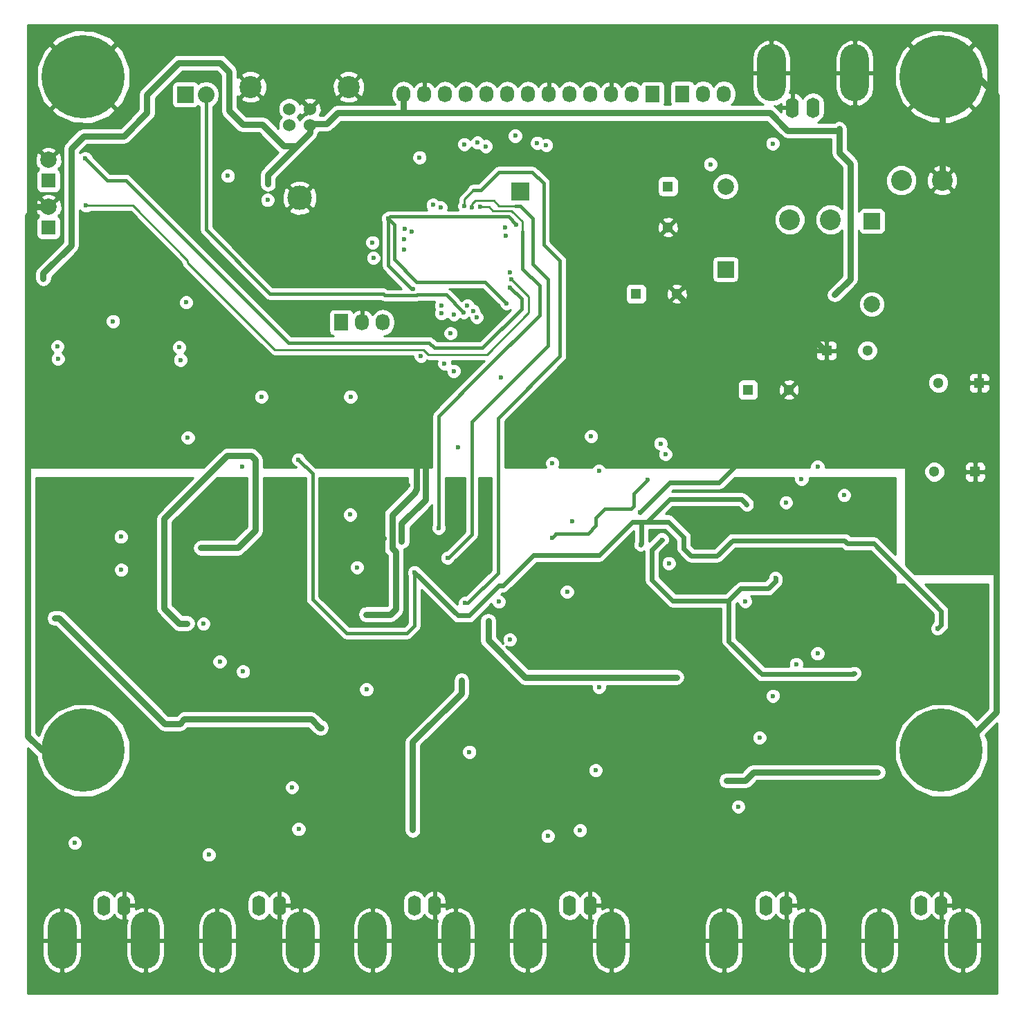
<source format=gbr>
G04 #@! TF.FileFunction,Copper,L4,Bot,Signal*
%FSLAX46Y46*%
G04 Gerber Fmt 4.6, Leading zero omitted, Abs format (unit mm)*
G04 Created by KiCad (PCBNEW (after 2015-may-25 BZR unknown)-product) date 7/20/2015 1:21:50 PM*
%MOMM*%
G01*
G04 APERTURE LIST*
%ADD10C,0.100000*%
%ADD11R,1.300000X1.300000*%
%ADD12C,1.300000*%
%ADD13R,1.699260X1.699260*%
%ADD14C,1.998980*%
%ADD15R,1.998980X1.998980*%
%ADD16C,2.540000*%
%ADD17R,2.235200X2.235200*%
%ADD18R,1.727200X2.032000*%
%ADD19O,1.727200X2.032000*%
%ADD20O,3.500120X7.000240*%
%ADD21O,1.600200X2.499360*%
%ADD22C,1.524000*%
%ADD23C,2.700020*%
%ADD24R,2.032000X2.032000*%
%ADD25O,2.032000X2.032000*%
%ADD26C,10.160000*%
%ADD27C,3.000000*%
%ADD28C,0.600000*%
%ADD29C,0.800000*%
%ADD30C,0.600000*%
%ADD31C,0.400000*%
%ADD32C,0.250000*%
%ADD33C,0.254000*%
G04 APERTURE END LIST*
D10*
D11*
X79050000Y-20450000D03*
D12*
X79050000Y-25450000D03*
D11*
X98450000Y-40550000D03*
D12*
X103450000Y-40550000D03*
D13*
X3250000Y-25500000D03*
D14*
X3250000Y-22960000D03*
D13*
X3250000Y-19750000D03*
D14*
X3250000Y-17210000D03*
X86097460Y-20440000D03*
D15*
X86097460Y-30600000D03*
D14*
X104002540Y-34860000D03*
D15*
X104002540Y-24700000D03*
D16*
X98949360Y-24500000D03*
X93950640Y-24500000D03*
X112599360Y-19700000D03*
X107600640Y-19700000D03*
D17*
X60950000Y-21100000D03*
D18*
X77160000Y-9150000D03*
D19*
X74620000Y-9150000D03*
X72080000Y-9150000D03*
X69540000Y-9150000D03*
X67000000Y-9150000D03*
X64460000Y-9150000D03*
X61920000Y-9150000D03*
X59380000Y-9150000D03*
X56840000Y-9150000D03*
X54300000Y-9150000D03*
X51760000Y-9150000D03*
X49220000Y-9150000D03*
X46680000Y-9150000D03*
D20*
X91702220Y-6536600D03*
X101900320Y-6536600D03*
D21*
X96800000Y-10801260D03*
X94300640Y-10801260D03*
D18*
X80800000Y-9100000D03*
D19*
X83340000Y-9100000D03*
X85880000Y-9100000D03*
D20*
X96097780Y-112763400D03*
X85899680Y-112763400D03*
D21*
X91000000Y-108498740D03*
X93499360Y-108498740D03*
D20*
X115097780Y-112763400D03*
X104899680Y-112763400D03*
D21*
X110000000Y-108498740D03*
X112499360Y-108498740D03*
D20*
X15097780Y-112763400D03*
X4899680Y-112763400D03*
D21*
X10000000Y-108498740D03*
X12499360Y-108498740D03*
D20*
X53097780Y-112763400D03*
X42899680Y-112763400D03*
D21*
X48000000Y-108498740D03*
X50499360Y-108498740D03*
D20*
X72097780Y-112763400D03*
X61899680Y-112763400D03*
D21*
X67000000Y-108498740D03*
X69499360Y-108498740D03*
D20*
X34097780Y-112763400D03*
X23899680Y-112763400D03*
D21*
X29000000Y-108498740D03*
X31499360Y-108498740D03*
D22*
X35250000Y-12959000D03*
X32710000Y-12959000D03*
X32710000Y-10960020D03*
X35250000Y-10960020D03*
D23*
X39979480Y-8260000D03*
X27980520Y-8260000D03*
D11*
X75150000Y-33600000D03*
D12*
X80150000Y-33600000D03*
D11*
X88850000Y-45350000D03*
D12*
X93850000Y-45350000D03*
D11*
X117150000Y-44500000D03*
D12*
X112150000Y-44500000D03*
D11*
X116650000Y-55400000D03*
D12*
X111650000Y-55400000D03*
D24*
X20000000Y-9200000D03*
D25*
X22540000Y-9200000D03*
D18*
X39060000Y-37090000D03*
D19*
X41600000Y-37090000D03*
X44140000Y-37090000D03*
D26*
X112500000Y-89500000D03*
X7500000Y-7000000D03*
X112500000Y-7000000D03*
X7500000Y-89500000D03*
D27*
X33980000Y-21850000D03*
D28*
X49350000Y-53100000D03*
X100600000Y-58250000D03*
X87400000Y-54600000D03*
X46450000Y-63900000D03*
X42100000Y-72850000D03*
X42450000Y-43450000D03*
X75650000Y-60350000D03*
X60350000Y-14250000D03*
X47850000Y-33000000D03*
X59300000Y-34750000D03*
X25200000Y-19150000D03*
X48650000Y-16900000D03*
X44800000Y-24400000D03*
X60500000Y-25100000D03*
X48050000Y-67700000D03*
X11150000Y-36950000D03*
X112050000Y-74600000D03*
X100650000Y-63800000D03*
X75700000Y-64300000D03*
X88700000Y-59400000D03*
X33800000Y-53900000D03*
X100000000Y-13400000D03*
X30100000Y-20150000D03*
X99450000Y-33700000D03*
X2600000Y-31700000D03*
X20300000Y-51200000D03*
X68300000Y-99300000D03*
X87650000Y-96400000D03*
X66700000Y-70100000D03*
X78300000Y-63700000D03*
X92200000Y-68400000D03*
X101850000Y-80050000D03*
X41000000Y-67100000D03*
X20100000Y-34650000D03*
X22200000Y-74000000D03*
X54500000Y-78150000D03*
X40650000Y-71600000D03*
X40150000Y-68250000D03*
X44350000Y-63600000D03*
X23700000Y-61950000D03*
X47250000Y-57050000D03*
X26950000Y-54750000D03*
X20100000Y-71100000D03*
X22250000Y-70500000D03*
X3850000Y-70450000D03*
X18550000Y-79150000D03*
X18750000Y-83650000D03*
X32750000Y-87250000D03*
X37200000Y-83250000D03*
X52450000Y-90950000D03*
X64550000Y-102100000D03*
X67750000Y-97150000D03*
X70350000Y-90100000D03*
X68100000Y-87650000D03*
X84150000Y-96800000D03*
X88000000Y-91050000D03*
X87100000Y-101800000D03*
X103000000Y-96050000D03*
X93400000Y-94500000D03*
X105250000Y-81400000D03*
X110450000Y-77600000D03*
X91850000Y-81450000D03*
X88450000Y-73300000D03*
X82500000Y-74100000D03*
X79900000Y-78950000D03*
X75050000Y-71900000D03*
X82350000Y-67100000D03*
X71900000Y-69850000D03*
X73300000Y-66050000D03*
X83800000Y-63600000D03*
X86750000Y-60450000D03*
X96250000Y-67150000D03*
X64900000Y-54350000D03*
X6450000Y-100850000D03*
X53400000Y-52400000D03*
X40200000Y-46200000D03*
X29300000Y-46200000D03*
X36600000Y-86750000D03*
X53800000Y-80950000D03*
X80100000Y-80550000D03*
X91900000Y-82850000D03*
X86200000Y-93200000D03*
X57050000Y-73650000D03*
X19300000Y-86250000D03*
X4000000Y-73300000D03*
X47800000Y-99250000D03*
X104700000Y-92200000D03*
X88500000Y-71250000D03*
X79150000Y-66600000D03*
X90250000Y-87950000D03*
X70200000Y-91950000D03*
X70600000Y-81750000D03*
X64350000Y-100000000D03*
X22850000Y-102300000D03*
X33850000Y-99150000D03*
X28550000Y-53950000D03*
X54750000Y-89700000D03*
X33050000Y-94050000D03*
X21900000Y-64700000D03*
X20200000Y-73950000D03*
X12100000Y-63350000D03*
X12150000Y-67400000D03*
X27050000Y-79850000D03*
X24200000Y-78650000D03*
X42150000Y-82050000D03*
X40150000Y-60650000D03*
X59700000Y-75950000D03*
X58350000Y-71300000D03*
X97350000Y-77650000D03*
X94750000Y-78950000D03*
X54050000Y-35850000D03*
X64150000Y-15400000D03*
X63050000Y-15125000D03*
X51350000Y-36000000D03*
X4350000Y-40050000D03*
X19250000Y-40150000D03*
X52850000Y-36150000D03*
X19400000Y-41700000D03*
X4400000Y-41550000D03*
X59750000Y-30975000D03*
X56750000Y-15525000D03*
X54500000Y-35050000D03*
X55725000Y-15075000D03*
X54125000Y-15275000D03*
X51325000Y-35025000D03*
X91875000Y-15200000D03*
X84250000Y-17725000D03*
X7850000Y-22800000D03*
X59900000Y-31850000D03*
X59725000Y-32825000D03*
X7750000Y-17000000D03*
X55650000Y-36475000D03*
X59150000Y-25500000D03*
X55200000Y-35700000D03*
X59200000Y-26500000D03*
X64900000Y-63450000D03*
X76550000Y-56400000D03*
X46725000Y-28175000D03*
X30050000Y-22100000D03*
X43000000Y-29200000D03*
X42900000Y-27300000D03*
X56050000Y-22950000D03*
X51000000Y-62300000D03*
X52075000Y-65925000D03*
X55100000Y-23050000D03*
X54150000Y-22850000D03*
X54225000Y-71475000D03*
X52825000Y-43050000D03*
X46875000Y-25675000D03*
X69650000Y-51050000D03*
X78150000Y-51950000D03*
X46800000Y-26925000D03*
X51700000Y-42150000D03*
X78750000Y-53250000D03*
X70600000Y-55300000D03*
X48825000Y-41200000D03*
X67375000Y-61450000D03*
X52450000Y-38425000D03*
X51225000Y-23025000D03*
X95400000Y-56300000D03*
X97350000Y-54800000D03*
X58625000Y-43850000D03*
X50300000Y-22700000D03*
X93500000Y-59150000D03*
X47700000Y-25950000D03*
D29*
X112599360Y-19700000D02*
X112599360Y-7099360D01*
X112599360Y-7099360D02*
X112500000Y-7000000D01*
X700000Y-87750000D02*
X700000Y-24000000D01*
X700000Y-24000000D02*
X1740000Y-22960000D01*
X1740000Y-22960000D02*
X3250000Y-22960000D01*
X2450000Y-89500000D02*
X700000Y-87750000D01*
X7500000Y-89500000D02*
X2450000Y-89500000D01*
X119250000Y-84800000D02*
X119250000Y-13750000D01*
X114550000Y-89500000D02*
X119250000Y-84800000D01*
X112500000Y-89500000D02*
X114550000Y-89500000D01*
X119250000Y-9300000D02*
X119250000Y-13750000D01*
X116950000Y-7000000D02*
X119250000Y-9300000D01*
X112500000Y-7000000D02*
X116950000Y-7000000D01*
X84050000Y-37500000D02*
X80150000Y-33600000D01*
X95200000Y-37500000D02*
X84050000Y-37500000D01*
X98250000Y-40550000D02*
X95200000Y-37500000D01*
X98450000Y-40550000D02*
X98250000Y-40550000D01*
X49350000Y-58850000D02*
X49350000Y-53100000D01*
X46450000Y-61750000D02*
X49350000Y-58850000D01*
X46450000Y-63900000D02*
X46450000Y-61750000D01*
X45100000Y-72850000D02*
X45750000Y-72200000D01*
X45750000Y-72200000D02*
X45750000Y-65200000D01*
X45750000Y-65200000D02*
X45300000Y-64750000D01*
X45300000Y-64750000D02*
X45300000Y-60700000D01*
X45300000Y-60700000D02*
X48100000Y-57900000D01*
X48100000Y-57900000D02*
X48100000Y-57700000D01*
X48100000Y-57700000D02*
X48250000Y-57550000D01*
X48250000Y-57550000D02*
X48250000Y-54200000D01*
X48250000Y-54200000D02*
X49350000Y-53100000D01*
X42100000Y-72850000D02*
X45100000Y-72850000D01*
X49350000Y-51300000D02*
X42450000Y-44400000D01*
X42450000Y-44400000D02*
X42450000Y-43450000D01*
X49350000Y-53100000D02*
X49350000Y-51300000D01*
D30*
X85300000Y-56700000D02*
X87400000Y-54600000D01*
X79300000Y-56700000D02*
X85300000Y-56700000D01*
X75650000Y-60350000D02*
X79300000Y-56700000D01*
D31*
X49700000Y-32150000D02*
X48325000Y-32150000D01*
X45575000Y-25175000D02*
X44800000Y-24400000D01*
X45575000Y-29400000D02*
X45575000Y-25175000D01*
X48325000Y-32150000D02*
X45575000Y-29400000D01*
X47850000Y-33000000D02*
X47650000Y-33000000D01*
X47650000Y-33000000D02*
X44800000Y-30150000D01*
X44800000Y-30150000D02*
X44800000Y-24400000D01*
X49700000Y-32150000D02*
X52650000Y-32150000D01*
X52650000Y-32150000D02*
X56700000Y-32150000D01*
X56700000Y-32150000D02*
X59300000Y-34750000D01*
X44800000Y-24400000D02*
X45050000Y-24150000D01*
X45050000Y-24150000D02*
X59550000Y-24150000D01*
X59550000Y-24150000D02*
X60500000Y-25100000D01*
D30*
X112050000Y-74600000D02*
X112500000Y-74150000D01*
X112500000Y-74150000D02*
X112500000Y-72450000D01*
X112500000Y-72450000D02*
X104250000Y-64200000D01*
X104250000Y-64200000D02*
X101050000Y-64200000D01*
X101050000Y-64200000D02*
X100650000Y-63800000D01*
X54700000Y-73000000D02*
X53350000Y-73000000D01*
X58400000Y-69300000D02*
X54700000Y-73000000D01*
X58900000Y-69300000D02*
X58400000Y-69300000D01*
X62600000Y-65600000D02*
X58900000Y-69300000D01*
X70600000Y-65600000D02*
X62600000Y-65600000D01*
X74700000Y-61500000D02*
X70600000Y-65600000D01*
X75800000Y-61500000D02*
X74700000Y-61500000D01*
X53350000Y-73000000D02*
X48050000Y-67700000D01*
X76500000Y-61500000D02*
X75800000Y-61500000D01*
X79100000Y-61500000D02*
X76500000Y-61500000D01*
X81000000Y-63400000D02*
X79100000Y-61500000D01*
X81000000Y-64800000D02*
X81000000Y-63400000D01*
X81900000Y-65700000D02*
X81000000Y-64800000D01*
X85050000Y-65700000D02*
X81900000Y-65700000D01*
X86950000Y-63800000D02*
X85050000Y-65700000D01*
X100650000Y-63800000D02*
X86950000Y-63800000D01*
X75700000Y-64300000D02*
X75800000Y-64200000D01*
X75800000Y-64200000D02*
X75800000Y-61500000D01*
X88700000Y-59400000D02*
X88050000Y-58750000D01*
X88050000Y-58750000D02*
X79250000Y-58750000D01*
X79250000Y-58750000D02*
X76500000Y-61500000D01*
D31*
X33800000Y-53900000D02*
X35550000Y-55650000D01*
X35550000Y-55650000D02*
X35550000Y-71000000D01*
X35550000Y-71000000D02*
X39750000Y-75200000D01*
X39750000Y-75200000D02*
X47100000Y-75200000D01*
X47100000Y-75200000D02*
X48050000Y-74250000D01*
X48050000Y-74250000D02*
X48050000Y-67700000D01*
D29*
X35459000Y-12750000D02*
X35250000Y-12959000D01*
X55800000Y-11450000D02*
X46680000Y-11450000D01*
X38600000Y-11450000D02*
X37300000Y-12750000D01*
X46680000Y-11450000D02*
X38600000Y-11450000D01*
X37300000Y-12750000D02*
X35459000Y-12750000D01*
X33625000Y-15475000D02*
X35250000Y-13850000D01*
X30100000Y-19000000D02*
X33625000Y-15475000D01*
X35250000Y-13850000D02*
X35250000Y-12959000D01*
X30100000Y-20150000D02*
X30100000Y-19000000D01*
X101350000Y-31800000D02*
X99450000Y-33700000D01*
X101350000Y-17650000D02*
X101350000Y-31800000D01*
X100000000Y-16300000D02*
X101350000Y-17650000D01*
X100000000Y-13600000D02*
X100000000Y-16300000D01*
X100000000Y-13400000D02*
X100000000Y-13600000D01*
X32025000Y-15475000D02*
X29400000Y-12850000D01*
X29400000Y-12850000D02*
X27000000Y-12850000D01*
X27000000Y-12850000D02*
X25350000Y-11200000D01*
X25350000Y-11200000D02*
X25350000Y-6400000D01*
X25350000Y-6400000D02*
X24250000Y-5300000D01*
X24250000Y-5300000D02*
X19200000Y-5300000D01*
X19200000Y-5300000D02*
X15300000Y-9200000D01*
X15300000Y-9200000D02*
X15300000Y-11450000D01*
X15300000Y-11450000D02*
X12450000Y-14300000D01*
X12450000Y-14300000D02*
X7550000Y-14300000D01*
X7550000Y-14300000D02*
X6050000Y-15800000D01*
X6050000Y-15800000D02*
X6050000Y-27650000D01*
X6050000Y-27650000D02*
X2600000Y-31100000D01*
X2600000Y-31100000D02*
X2600000Y-31700000D01*
X33625000Y-15475000D02*
X32025000Y-15475000D01*
X46680000Y-9150000D02*
X46680000Y-11450000D01*
X91550000Y-11450000D02*
X93700000Y-13600000D01*
X93700000Y-13600000D02*
X100000000Y-13600000D01*
X55800000Y-11450000D02*
X91550000Y-11450000D01*
D30*
X91300000Y-69700000D02*
X92200000Y-68800000D01*
X92200000Y-68800000D02*
X92200000Y-68400000D01*
X87950000Y-69700000D02*
X90950000Y-69700000D01*
X86500000Y-71150000D02*
X87950000Y-69700000D01*
X86500000Y-71200000D02*
X86500000Y-71150000D01*
X86500000Y-76150000D02*
X86500000Y-71200000D01*
X90550000Y-80200000D02*
X86500000Y-76150000D01*
X101700000Y-80200000D02*
X90550000Y-80200000D01*
X101850000Y-80050000D02*
X101700000Y-80200000D01*
X90950000Y-69700000D02*
X91300000Y-69700000D01*
X79650000Y-71200000D02*
X77100000Y-68650000D01*
X77100000Y-68650000D02*
X77100000Y-64900000D01*
X77100000Y-64900000D02*
X78300000Y-63700000D01*
X86500000Y-71200000D02*
X79650000Y-71200000D01*
D29*
X36450000Y-86750000D02*
X35400000Y-85700000D01*
X35400000Y-85700000D02*
X19850000Y-85700000D01*
X19850000Y-85700000D02*
X19300000Y-86250000D01*
X36600000Y-86750000D02*
X36450000Y-86750000D01*
X4550000Y-73300000D02*
X17500000Y-86250000D01*
X17500000Y-86250000D02*
X19300000Y-86250000D01*
X4000000Y-73300000D02*
X4550000Y-73300000D01*
X47800000Y-88500000D02*
X53800000Y-82500000D01*
X53800000Y-82500000D02*
X53800000Y-80950000D01*
X47800000Y-99250000D02*
X47800000Y-88500000D01*
X61550000Y-80550000D02*
X57050000Y-76050000D01*
X57050000Y-76050000D02*
X57050000Y-73650000D01*
X80100000Y-80550000D02*
X61550000Y-80550000D01*
X89500000Y-92200000D02*
X88500000Y-93200000D01*
X88500000Y-93200000D02*
X86200000Y-93200000D01*
X104700000Y-92200000D02*
X89500000Y-92200000D01*
X26400000Y-64700000D02*
X28550000Y-62550000D01*
X28550000Y-62550000D02*
X28550000Y-53950000D01*
X21900000Y-64700000D02*
X26400000Y-64700000D01*
X19250000Y-73950000D02*
X17400000Y-72100000D01*
X17400000Y-72100000D02*
X17400000Y-61150000D01*
X17400000Y-61150000D02*
X25100000Y-53450000D01*
X25100000Y-53450000D02*
X28050000Y-53450000D01*
X28050000Y-53450000D02*
X28550000Y-53950000D01*
X20200000Y-73950000D02*
X19250000Y-73950000D01*
D31*
X22540000Y-9200000D02*
X22540000Y-25765000D01*
X30350000Y-33575000D02*
X44200000Y-33575000D01*
X22540000Y-25765000D02*
X30350000Y-33575000D01*
D32*
X22550000Y-9210000D02*
X22540000Y-9200000D01*
D31*
X51900000Y-33700000D02*
X48550000Y-33700000D01*
X48550000Y-33700000D02*
X48400000Y-33700000D01*
X48400000Y-33700000D02*
X48300000Y-33800000D01*
X48300000Y-33800000D02*
X44425000Y-33800000D01*
X44425000Y-33800000D02*
X44200000Y-33575000D01*
X54050000Y-35850000D02*
X51900000Y-33700000D01*
D32*
X13600000Y-22800000D02*
X7850000Y-22800000D01*
X20300000Y-29500000D02*
X13600000Y-22800000D01*
X20300000Y-29825000D02*
X20300000Y-29500000D01*
X30925000Y-40450000D02*
X20300000Y-29825000D01*
X49150000Y-40450000D02*
X30925000Y-40450000D01*
X49725000Y-41025000D02*
X49150000Y-40450000D01*
X56925000Y-41025000D02*
X49725000Y-41025000D01*
X62025000Y-35925000D02*
X56925000Y-41025000D01*
X62025000Y-33975000D02*
X62025000Y-35925000D01*
X59900000Y-31850000D02*
X62025000Y-33975000D01*
D31*
X61125000Y-34225000D02*
X59725000Y-32825000D01*
X61125000Y-35425000D02*
X61125000Y-34225000D01*
X56350000Y-40200000D02*
X61125000Y-35425000D01*
X50450000Y-40200000D02*
X56350000Y-40200000D01*
X49825000Y-39575000D02*
X50450000Y-40200000D01*
X32625000Y-39575000D02*
X49825000Y-39575000D01*
X12725000Y-19675000D02*
X32625000Y-39575000D01*
X10425000Y-19675000D02*
X12725000Y-19675000D01*
X7750000Y-17000000D02*
X10425000Y-19675000D01*
X65300000Y-63050000D02*
X64900000Y-63450000D01*
X74900000Y-58050000D02*
X76550000Y-56400000D01*
X74900000Y-59550000D02*
X74900000Y-58050000D01*
X74500000Y-59950000D02*
X74900000Y-59550000D01*
X71300000Y-59950000D02*
X74500000Y-59950000D01*
X70250000Y-61000000D02*
X71300000Y-59950000D01*
X70250000Y-62000000D02*
X70250000Y-61000000D01*
X69250000Y-63000000D02*
X70250000Y-62000000D01*
X65300000Y-63000000D02*
X69250000Y-63000000D01*
X65300000Y-63000000D02*
X65300000Y-63050000D01*
X51000000Y-62300000D02*
X51000000Y-48550000D01*
X51000000Y-48550000D02*
X56450000Y-43100000D01*
X61225000Y-25950000D02*
X61225000Y-30525000D01*
X63325000Y-36225000D02*
X56450000Y-43100000D01*
X63325000Y-32625000D02*
X63325000Y-36225000D01*
X61225000Y-30525000D02*
X63325000Y-32625000D01*
D32*
X56050000Y-22950000D02*
X57175000Y-22950000D01*
X61225000Y-24700000D02*
X61225000Y-25950000D01*
X59925000Y-23400000D02*
X61225000Y-24700000D01*
X57625000Y-23400000D02*
X59925000Y-23400000D01*
X57175000Y-22950000D02*
X57625000Y-23400000D01*
D31*
X52075000Y-65925000D02*
X52175000Y-65925000D01*
X64400000Y-39950000D02*
X64400000Y-36950000D01*
X55050000Y-49300000D02*
X64400000Y-39950000D01*
X55050000Y-63050000D02*
X55050000Y-49300000D01*
X52175000Y-65925000D02*
X55050000Y-63050000D01*
X60975000Y-22875000D02*
X60425000Y-22875000D01*
D32*
X60375000Y-22825000D02*
X60425000Y-22875000D01*
X58375000Y-22825000D02*
X60375000Y-22825000D01*
X57750000Y-22200000D02*
X58375000Y-22825000D01*
X55475000Y-22200000D02*
X57750000Y-22200000D01*
X55100000Y-22575000D02*
X55475000Y-22200000D01*
X55100000Y-23050000D02*
X55100000Y-22575000D01*
D31*
X64400000Y-36950000D02*
X64400000Y-31850000D01*
X64400000Y-31850000D02*
X62500000Y-29950000D01*
X62500000Y-29950000D02*
X62500000Y-24400000D01*
X62500000Y-24400000D02*
X60975000Y-22875000D01*
X54225000Y-71475000D02*
X54575000Y-71475000D01*
X65850000Y-41200000D02*
X65850000Y-38375000D01*
X58250000Y-48800000D02*
X65850000Y-41200000D01*
X58250000Y-67800000D02*
X58250000Y-48800000D01*
X54575000Y-71475000D02*
X58250000Y-67800000D01*
X55225000Y-20925000D02*
X56150000Y-20925000D01*
X65850000Y-29575000D02*
X65850000Y-38375000D01*
X63825000Y-27550000D02*
X65850000Y-29575000D01*
X63825000Y-20075000D02*
X63825000Y-27550000D01*
X62450000Y-18700000D02*
X63825000Y-20075000D01*
X58375000Y-18700000D02*
X62450000Y-18700000D01*
X56150000Y-20925000D02*
X58375000Y-18700000D01*
D32*
X54150000Y-22850000D02*
X54150000Y-22000000D01*
X54150000Y-22000000D02*
X55225000Y-20925000D01*
D33*
G36*
X119315000Y-67873000D02*
X118435000Y-67873000D01*
X118435000Y-45276310D01*
X118435000Y-45023691D01*
X118435000Y-44785750D01*
X118435000Y-44214250D01*
X118435000Y-43976309D01*
X118435000Y-43723690D01*
X118338327Y-43490301D01*
X118233989Y-43385963D01*
X118233989Y-5963242D01*
X117400765Y-3847858D01*
X117287641Y-3678556D01*
X116596828Y-3082777D01*
X116417223Y-3262382D01*
X116417223Y-2903172D01*
X115821444Y-2212359D01*
X113736463Y-1305735D01*
X111463242Y-1266011D01*
X109347858Y-2099235D01*
X109178556Y-2212359D01*
X108582777Y-2903172D01*
X112500000Y-6820395D01*
X116417223Y-2903172D01*
X116417223Y-3262382D01*
X112679605Y-7000000D01*
X116596828Y-10917223D01*
X117287641Y-10321444D01*
X118194265Y-8236463D01*
X118233989Y-5963242D01*
X118233989Y-43385963D01*
X118159698Y-43311673D01*
X117926309Y-43215000D01*
X117435750Y-43215000D01*
X117277000Y-43373750D01*
X117277000Y-44373000D01*
X118276250Y-44373000D01*
X118435000Y-44214250D01*
X118435000Y-44785750D01*
X118276250Y-44627000D01*
X117277000Y-44627000D01*
X117277000Y-45626250D01*
X117435750Y-45785000D01*
X117926309Y-45785000D01*
X118159698Y-45688327D01*
X118338327Y-45509699D01*
X118435000Y-45276310D01*
X118435000Y-67873000D01*
X117935000Y-67873000D01*
X117935000Y-56176310D01*
X117935000Y-55923691D01*
X117935000Y-55685750D01*
X117935000Y-55114250D01*
X117935000Y-54876309D01*
X117935000Y-54623690D01*
X117838327Y-54390301D01*
X117659698Y-54211673D01*
X117426309Y-54115000D01*
X117023000Y-54115000D01*
X117023000Y-45626250D01*
X117023000Y-44627000D01*
X117023000Y-44373000D01*
X117023000Y-43373750D01*
X116864250Y-43215000D01*
X116417223Y-43215000D01*
X116417223Y-11096828D01*
X112500000Y-7179605D01*
X112320395Y-7359210D01*
X112320395Y-7000000D01*
X108403172Y-3082777D01*
X107712359Y-3678556D01*
X106805735Y-5763537D01*
X106766011Y-8036758D01*
X107599235Y-10152142D01*
X107712359Y-10321444D01*
X108403172Y-10917223D01*
X112320395Y-7000000D01*
X112320395Y-7359210D01*
X108582777Y-11096828D01*
X109178556Y-11787641D01*
X111263537Y-12694265D01*
X113536758Y-12733989D01*
X115652142Y-11900765D01*
X115821444Y-11787641D01*
X116417223Y-11096828D01*
X116417223Y-43215000D01*
X116373691Y-43215000D01*
X116140302Y-43311673D01*
X115961673Y-43490301D01*
X115865000Y-43723690D01*
X115865000Y-43976309D01*
X115865000Y-44214250D01*
X116023750Y-44373000D01*
X117023000Y-44373000D01*
X117023000Y-44627000D01*
X116023750Y-44627000D01*
X115865000Y-44785750D01*
X115865000Y-45023691D01*
X115865000Y-45276310D01*
X115961673Y-45509699D01*
X116140302Y-45688327D01*
X116373691Y-45785000D01*
X116864250Y-45785000D01*
X117023000Y-45626250D01*
X117023000Y-54115000D01*
X116935750Y-54115000D01*
X116777000Y-54273750D01*
X116777000Y-55273000D01*
X117776250Y-55273000D01*
X117935000Y-55114250D01*
X117935000Y-55685750D01*
X117776250Y-55527000D01*
X116777000Y-55527000D01*
X116777000Y-56526250D01*
X116935750Y-56685000D01*
X117426309Y-56685000D01*
X117659698Y-56588327D01*
X117838327Y-56409699D01*
X117935000Y-56176310D01*
X117935000Y-67873000D01*
X116523000Y-67873000D01*
X116523000Y-56526250D01*
X116523000Y-55527000D01*
X116523000Y-55273000D01*
X116523000Y-54273750D01*
X116364250Y-54115000D01*
X115873691Y-54115000D01*
X115640302Y-54211673D01*
X115461673Y-54390301D01*
X115365000Y-54623690D01*
X115365000Y-54876309D01*
X115365000Y-55114250D01*
X115523750Y-55273000D01*
X116523000Y-55273000D01*
X116523000Y-55527000D01*
X115523750Y-55527000D01*
X115365000Y-55685750D01*
X115365000Y-55923691D01*
X115365000Y-56176310D01*
X115461673Y-56409699D01*
X115640302Y-56588327D01*
X115873691Y-56685000D01*
X116364250Y-56685000D01*
X116523000Y-56526250D01*
X116523000Y-67873000D01*
X114513621Y-67873000D01*
X114513621Y-20028964D01*
X114493796Y-19271368D01*
X114242017Y-18663520D01*
X113947137Y-18531828D01*
X113767532Y-18711433D01*
X113767532Y-18352223D01*
X113635840Y-18057343D01*
X112928324Y-17785739D01*
X112170728Y-17805564D01*
X111562880Y-18057343D01*
X111431188Y-18352223D01*
X112599360Y-19520395D01*
X113767532Y-18352223D01*
X113767532Y-18711433D01*
X112778965Y-19700000D01*
X113947137Y-20868172D01*
X114242017Y-20736480D01*
X114513621Y-20028964D01*
X114513621Y-67873000D01*
X113767532Y-67873000D01*
X113767532Y-21047777D01*
X112599360Y-19879605D01*
X112419755Y-20059210D01*
X112419755Y-19700000D01*
X111251583Y-18531828D01*
X110956703Y-18663520D01*
X110685099Y-19371036D01*
X110704924Y-20128632D01*
X110956703Y-20736480D01*
X111251583Y-20868172D01*
X112419755Y-19700000D01*
X112419755Y-20059210D01*
X111431188Y-21047777D01*
X111562880Y-21342657D01*
X112270396Y-21614261D01*
X113027992Y-21594436D01*
X113635840Y-21342657D01*
X113767532Y-21047777D01*
X113767532Y-67873000D01*
X113435223Y-67873000D01*
X113435223Y-44245519D01*
X113240005Y-43773057D01*
X112878845Y-43411265D01*
X112406724Y-43215223D01*
X111895519Y-43214777D01*
X111423057Y-43409995D01*
X111061265Y-43771155D01*
X110865223Y-44243276D01*
X110864777Y-44754481D01*
X111059995Y-45226943D01*
X111421155Y-45588735D01*
X111893276Y-45784777D01*
X112404481Y-45785223D01*
X112876943Y-45590005D01*
X113238735Y-45228845D01*
X113434777Y-44756724D01*
X113435223Y-44245519D01*
X113435223Y-67873000D01*
X112935223Y-67873000D01*
X112935223Y-55145519D01*
X112740005Y-54673057D01*
X112378845Y-54311265D01*
X111906724Y-54115223D01*
X111395519Y-54114777D01*
X110923057Y-54309995D01*
X110561265Y-54671155D01*
X110365223Y-55143276D01*
X110364777Y-55654481D01*
X110559995Y-56126943D01*
X110921155Y-56488735D01*
X111393276Y-56684777D01*
X111904481Y-56685223D01*
X112376943Y-56490005D01*
X112738735Y-56128845D01*
X112934777Y-55656724D01*
X112935223Y-55145519D01*
X112935223Y-67873000D01*
X109505970Y-67873000D01*
X109505970Y-19322735D01*
X109216562Y-18622314D01*
X108681145Y-18085961D01*
X107981230Y-17795332D01*
X107223375Y-17794670D01*
X106522954Y-18084078D01*
X105986601Y-18619495D01*
X105695972Y-19319410D01*
X105695310Y-20077265D01*
X105984718Y-20777686D01*
X106520135Y-21314039D01*
X107220050Y-21604668D01*
X107977905Y-21605330D01*
X108678326Y-21315922D01*
X109214679Y-20780505D01*
X109505308Y-20080590D01*
X109505970Y-19322735D01*
X109505970Y-67873000D01*
X109245289Y-67873000D01*
X108127000Y-66754710D01*
X108127000Y-55000000D01*
X108117333Y-54951399D01*
X108089803Y-54910197D01*
X108048601Y-54882667D01*
X108000000Y-54873000D01*
X105637314Y-54873000D01*
X105637314Y-34536306D01*
X105389002Y-33935345D01*
X104929613Y-33475154D01*
X104329087Y-33225794D01*
X103678846Y-33225226D01*
X103077885Y-33473538D01*
X102617694Y-33932927D01*
X102368334Y-34533453D01*
X102367766Y-35183694D01*
X102616078Y-35784655D01*
X103075467Y-36244846D01*
X103675993Y-36494206D01*
X104326234Y-36494774D01*
X104927195Y-36246462D01*
X105387386Y-35787073D01*
X105636746Y-35186547D01*
X105637314Y-34536306D01*
X105637314Y-54873000D01*
X104735223Y-54873000D01*
X104735223Y-40295519D01*
X104540005Y-39823057D01*
X104178845Y-39461265D01*
X103706724Y-39265223D01*
X103195519Y-39264777D01*
X102723057Y-39459995D01*
X102361265Y-39821155D01*
X102165223Y-40293276D01*
X102164777Y-40804481D01*
X102359995Y-41276943D01*
X102721155Y-41638735D01*
X103193276Y-41834777D01*
X103704481Y-41835223D01*
X104176943Y-41640005D01*
X104538735Y-41278845D01*
X104734777Y-40806724D01*
X104735223Y-40295519D01*
X104735223Y-54873000D01*
X99735000Y-54873000D01*
X99735000Y-41326310D01*
X99735000Y-41073691D01*
X99735000Y-40835750D01*
X99735000Y-40264250D01*
X99735000Y-40026309D01*
X99735000Y-39773690D01*
X99638327Y-39540301D01*
X99459698Y-39361673D01*
X99226309Y-39265000D01*
X98735750Y-39265000D01*
X98577000Y-39423750D01*
X98577000Y-40423000D01*
X99576250Y-40423000D01*
X99735000Y-40264250D01*
X99735000Y-40835750D01*
X99576250Y-40677000D01*
X98577000Y-40677000D01*
X98577000Y-41676250D01*
X98735750Y-41835000D01*
X99226309Y-41835000D01*
X99459698Y-41738327D01*
X99638327Y-41559699D01*
X99735000Y-41326310D01*
X99735000Y-54873000D01*
X98323000Y-54873000D01*
X98323000Y-41676250D01*
X98323000Y-40677000D01*
X98323000Y-40423000D01*
X98323000Y-39423750D01*
X98164250Y-39265000D01*
X97673691Y-39265000D01*
X97440302Y-39361673D01*
X97261673Y-39540301D01*
X97165000Y-39773690D01*
X97165000Y-40026309D01*
X97165000Y-40264250D01*
X97323750Y-40423000D01*
X98323000Y-40423000D01*
X98323000Y-40677000D01*
X97323750Y-40677000D01*
X97165000Y-40835750D01*
X97165000Y-41073691D01*
X97165000Y-41326310D01*
X97261673Y-41559699D01*
X97440302Y-41738327D01*
X97673691Y-41835000D01*
X98164250Y-41835000D01*
X98323000Y-41676250D01*
X98323000Y-54873000D01*
X98284937Y-54873000D01*
X98285162Y-54614833D01*
X98143117Y-54271057D01*
X97880327Y-54007808D01*
X97536799Y-53865162D01*
X97164833Y-53864838D01*
X96821057Y-54006883D01*
X96557808Y-54269673D01*
X96415162Y-54613201D01*
X96414935Y-54873000D01*
X95855970Y-54873000D01*
X95855970Y-24122735D01*
X95566562Y-23422314D01*
X95031145Y-22885961D01*
X94331230Y-22595332D01*
X93573375Y-22594670D01*
X92872954Y-22884078D01*
X92810162Y-22946760D01*
X92810162Y-15014833D01*
X92668117Y-14671057D01*
X92405327Y-14407808D01*
X92061799Y-14265162D01*
X91689833Y-14264838D01*
X91346057Y-14406883D01*
X91082808Y-14669673D01*
X90940162Y-15013201D01*
X90939838Y-15385167D01*
X91081883Y-15728943D01*
X91344673Y-15992192D01*
X91688201Y-16134838D01*
X92060167Y-16135162D01*
X92403943Y-15993117D01*
X92667192Y-15730327D01*
X92809838Y-15386799D01*
X92810162Y-15014833D01*
X92810162Y-22946760D01*
X92336601Y-23419495D01*
X92045972Y-24119410D01*
X92045310Y-24877265D01*
X92334718Y-25577686D01*
X92870135Y-26114039D01*
X93570050Y-26404668D01*
X94327905Y-26405330D01*
X95028326Y-26115922D01*
X95564679Y-25580505D01*
X95855308Y-24880590D01*
X95855970Y-24122735D01*
X95855970Y-54873000D01*
X95147622Y-54873000D01*
X95147622Y-45530922D01*
X95118083Y-45020572D01*
X94979611Y-44686271D01*
X94749016Y-44630590D01*
X94569410Y-44810195D01*
X94569410Y-44450984D01*
X94513729Y-44220389D01*
X94030922Y-44052378D01*
X93520572Y-44081917D01*
X93186271Y-44220389D01*
X93130590Y-44450984D01*
X93850000Y-45170395D01*
X94569410Y-44450984D01*
X94569410Y-44810195D01*
X94029605Y-45350000D01*
X94749016Y-46069410D01*
X94979611Y-46013729D01*
X95147622Y-45530922D01*
X95147622Y-54873000D01*
X94569410Y-54873000D01*
X94569410Y-46249016D01*
X93850000Y-45529605D01*
X93670395Y-45709210D01*
X93670395Y-45350000D01*
X92950984Y-44630590D01*
X92720389Y-44686271D01*
X92552378Y-45169078D01*
X92581917Y-45679428D01*
X92720389Y-46013729D01*
X92950984Y-46069410D01*
X93670395Y-45350000D01*
X93670395Y-45709210D01*
X93130590Y-46249016D01*
X93186271Y-46479611D01*
X93669078Y-46647622D01*
X94179428Y-46618083D01*
X94513729Y-46479611D01*
X94569410Y-46249016D01*
X94569410Y-54873000D01*
X90147440Y-54873000D01*
X90147440Y-46000000D01*
X90147440Y-44700000D01*
X90100463Y-44457877D01*
X89960673Y-44245073D01*
X89749640Y-44102623D01*
X89500000Y-44052560D01*
X88200000Y-44052560D01*
X87957877Y-44099537D01*
X87745073Y-44239327D01*
X87744390Y-44240338D01*
X87744390Y-31599490D01*
X87744390Y-29600510D01*
X87732234Y-29537857D01*
X87732234Y-20116306D01*
X87483922Y-19515345D01*
X87024533Y-19055154D01*
X86424007Y-18805794D01*
X85773766Y-18805226D01*
X85185162Y-19048432D01*
X85185162Y-17539833D01*
X85043117Y-17196057D01*
X84780327Y-16932808D01*
X84436799Y-16790162D01*
X84064833Y-16789838D01*
X83721057Y-16931883D01*
X83457808Y-17194673D01*
X83315162Y-17538201D01*
X83314838Y-17910167D01*
X83456883Y-18253943D01*
X83719673Y-18517192D01*
X84063201Y-18659838D01*
X84435167Y-18660162D01*
X84778943Y-18518117D01*
X85042192Y-18255327D01*
X85184838Y-17911799D01*
X85185162Y-17539833D01*
X85185162Y-19048432D01*
X85172805Y-19053538D01*
X84712614Y-19512927D01*
X84463254Y-20113453D01*
X84462686Y-20763694D01*
X84710998Y-21364655D01*
X85170387Y-21824846D01*
X85770913Y-22074206D01*
X86421154Y-22074774D01*
X87022115Y-21826462D01*
X87482306Y-21367073D01*
X87731666Y-20766547D01*
X87732234Y-20116306D01*
X87732234Y-29537857D01*
X87697413Y-29358387D01*
X87557623Y-29145583D01*
X87346590Y-29003133D01*
X87096950Y-28953070D01*
X85097970Y-28953070D01*
X84855847Y-29000047D01*
X84643043Y-29139837D01*
X84500593Y-29350870D01*
X84450530Y-29600510D01*
X84450530Y-31599490D01*
X84497507Y-31841613D01*
X84637297Y-32054417D01*
X84848330Y-32196867D01*
X85097970Y-32246930D01*
X87096950Y-32246930D01*
X87339073Y-32199953D01*
X87551877Y-32060163D01*
X87694327Y-31849130D01*
X87744390Y-31599490D01*
X87744390Y-44240338D01*
X87602623Y-44450360D01*
X87552560Y-44700000D01*
X87552560Y-46000000D01*
X87599537Y-46242123D01*
X87739327Y-46454927D01*
X87950360Y-46597377D01*
X88200000Y-46647440D01*
X89500000Y-46647440D01*
X89742123Y-46600463D01*
X89954927Y-46460673D01*
X90097377Y-46249640D01*
X90147440Y-46000000D01*
X90147440Y-54873000D01*
X81447622Y-54873000D01*
X81447622Y-33780922D01*
X81418083Y-33270572D01*
X81279611Y-32936271D01*
X81049016Y-32880590D01*
X80869410Y-33060195D01*
X80869410Y-32700984D01*
X80813729Y-32470389D01*
X80347622Y-32308189D01*
X80347622Y-25630922D01*
X80347440Y-25627777D01*
X80347440Y-21100000D01*
X80347440Y-19800000D01*
X80300463Y-19557877D01*
X80160673Y-19345073D01*
X79949640Y-19202623D01*
X79700000Y-19152560D01*
X78400000Y-19152560D01*
X78157877Y-19199537D01*
X77945073Y-19339327D01*
X77802623Y-19550360D01*
X77752560Y-19800000D01*
X77752560Y-21100000D01*
X77799537Y-21342123D01*
X77939327Y-21554927D01*
X78150360Y-21697377D01*
X78400000Y-21747440D01*
X79700000Y-21747440D01*
X79942123Y-21700463D01*
X80154927Y-21560673D01*
X80297377Y-21349640D01*
X80347440Y-21100000D01*
X80347440Y-25627777D01*
X80318083Y-25120572D01*
X80179611Y-24786271D01*
X79949016Y-24730590D01*
X79769410Y-24910195D01*
X79769410Y-24550984D01*
X79713729Y-24320389D01*
X79230922Y-24152378D01*
X78720572Y-24181917D01*
X78386271Y-24320389D01*
X78330590Y-24550984D01*
X79050000Y-25270395D01*
X79769410Y-24550984D01*
X79769410Y-24910195D01*
X79229605Y-25450000D01*
X79949016Y-26169410D01*
X80179611Y-26113729D01*
X80347622Y-25630922D01*
X80347622Y-32308189D01*
X80330922Y-32302378D01*
X79820572Y-32331917D01*
X79769410Y-32353108D01*
X79769410Y-26349016D01*
X79050000Y-25629605D01*
X78870395Y-25809210D01*
X78870395Y-25450000D01*
X78150984Y-24730590D01*
X77920389Y-24786271D01*
X77752378Y-25269078D01*
X77781917Y-25779428D01*
X77920389Y-26113729D01*
X78150984Y-26169410D01*
X78870395Y-25450000D01*
X78870395Y-25809210D01*
X78330590Y-26349016D01*
X78386271Y-26579611D01*
X78869078Y-26747622D01*
X79379428Y-26718083D01*
X79713729Y-26579611D01*
X79769410Y-26349016D01*
X79769410Y-32353108D01*
X79486271Y-32470389D01*
X79430590Y-32700984D01*
X80150000Y-33420395D01*
X80869410Y-32700984D01*
X80869410Y-33060195D01*
X80329605Y-33600000D01*
X81049016Y-34319410D01*
X81279611Y-34263729D01*
X81447622Y-33780922D01*
X81447622Y-54873000D01*
X80869410Y-54873000D01*
X80869410Y-34499016D01*
X80150000Y-33779605D01*
X79970395Y-33959210D01*
X79970395Y-33600000D01*
X79250984Y-32880590D01*
X79020389Y-32936271D01*
X78852378Y-33419078D01*
X78881917Y-33929428D01*
X79020389Y-34263729D01*
X79250984Y-34319410D01*
X79970395Y-33600000D01*
X79970395Y-33959210D01*
X79430590Y-34499016D01*
X79486271Y-34729611D01*
X79969078Y-34897622D01*
X80479428Y-34868083D01*
X80813729Y-34729611D01*
X80869410Y-34499016D01*
X80869410Y-54873000D01*
X79685162Y-54873000D01*
X79685162Y-53064833D01*
X79543117Y-52721057D01*
X79280327Y-52457808D01*
X78999895Y-52341362D01*
X79084838Y-52136799D01*
X79085162Y-51764833D01*
X78943117Y-51421057D01*
X78680327Y-51157808D01*
X78336799Y-51015162D01*
X77964833Y-51014838D01*
X77621057Y-51156883D01*
X77357808Y-51419673D01*
X77215162Y-51763201D01*
X77214838Y-52135167D01*
X77356883Y-52478943D01*
X77619673Y-52742192D01*
X77900104Y-52858637D01*
X77815162Y-53063201D01*
X77814838Y-53435167D01*
X77956883Y-53778943D01*
X78219673Y-54042192D01*
X78563201Y-54184838D01*
X78935167Y-54185162D01*
X79278943Y-54043117D01*
X79542192Y-53780327D01*
X79684838Y-53436799D01*
X79685162Y-53064833D01*
X79685162Y-54873000D01*
X76447440Y-54873000D01*
X76447440Y-34250000D01*
X76447440Y-32950000D01*
X76400463Y-32707877D01*
X76260673Y-32495073D01*
X76049640Y-32352623D01*
X75800000Y-32302560D01*
X74500000Y-32302560D01*
X74257877Y-32349537D01*
X74045073Y-32489327D01*
X73902623Y-32700360D01*
X73852560Y-32950000D01*
X73852560Y-34250000D01*
X73899537Y-34492123D01*
X74039327Y-34704927D01*
X74250360Y-34847377D01*
X74500000Y-34897440D01*
X75800000Y-34897440D01*
X76042123Y-34850463D01*
X76254927Y-34710673D01*
X76397377Y-34499640D01*
X76447440Y-34250000D01*
X76447440Y-54873000D01*
X71435238Y-54873000D01*
X71393117Y-54771057D01*
X71130327Y-54507808D01*
X70786799Y-54365162D01*
X70585162Y-54364986D01*
X70585162Y-50864833D01*
X70443117Y-50521057D01*
X70180327Y-50257808D01*
X69836799Y-50115162D01*
X69464833Y-50114838D01*
X69121057Y-50256883D01*
X68857808Y-50519673D01*
X68715162Y-50863201D01*
X68714838Y-51235167D01*
X68856883Y-51578943D01*
X69119673Y-51842192D01*
X69463201Y-51984838D01*
X69835167Y-51985162D01*
X70178943Y-51843117D01*
X70442192Y-51580327D01*
X70584838Y-51236799D01*
X70585162Y-50864833D01*
X70585162Y-54364986D01*
X70414833Y-54364838D01*
X70071057Y-54506883D01*
X69807808Y-54769673D01*
X69764902Y-54873000D01*
X65695234Y-54873000D01*
X65834838Y-54536799D01*
X65835162Y-54164833D01*
X65693117Y-53821057D01*
X65430327Y-53557808D01*
X65086799Y-53415162D01*
X64714833Y-53414838D01*
X64371057Y-53556883D01*
X64107808Y-53819673D01*
X63965162Y-54163201D01*
X63964838Y-54535167D01*
X64104427Y-54873000D01*
X59085000Y-54873000D01*
X59085000Y-49145868D01*
X66440434Y-41790434D01*
X66621439Y-41519541D01*
X66621439Y-41519540D01*
X66685000Y-41200000D01*
X66685000Y-38375000D01*
X66685000Y-29575000D01*
X66621439Y-29255460D01*
X66621439Y-29255459D01*
X66440434Y-28984566D01*
X65085162Y-27629294D01*
X65085162Y-15214833D01*
X64943117Y-14871057D01*
X64680327Y-14607808D01*
X64336799Y-14465162D01*
X63964833Y-14464838D01*
X63785922Y-14538762D01*
X63580327Y-14332808D01*
X63236799Y-14190162D01*
X62864833Y-14189838D01*
X62521057Y-14331883D01*
X62257808Y-14594673D01*
X62115162Y-14938201D01*
X62114838Y-15310167D01*
X62256883Y-15653943D01*
X62519673Y-15917192D01*
X62863201Y-16059838D01*
X63235167Y-16060162D01*
X63414077Y-15986237D01*
X63619673Y-16192192D01*
X63963201Y-16334838D01*
X64335167Y-16335162D01*
X64678943Y-16193117D01*
X64942192Y-15930327D01*
X65084838Y-15586799D01*
X65085162Y-15214833D01*
X65085162Y-27629294D01*
X64660000Y-27204132D01*
X64660000Y-20075000D01*
X64596440Y-19755460D01*
X64596439Y-19755459D01*
X64415434Y-19484566D01*
X63040434Y-18109566D01*
X62769541Y-17928561D01*
X62450000Y-17865000D01*
X61285162Y-17865000D01*
X61285162Y-14064833D01*
X61143117Y-13721057D01*
X60880327Y-13457808D01*
X60536799Y-13315162D01*
X60164833Y-13314838D01*
X59821057Y-13456883D01*
X59557808Y-13719673D01*
X59415162Y-14063201D01*
X59414838Y-14435167D01*
X59556883Y-14778943D01*
X59819673Y-15042192D01*
X60163201Y-15184838D01*
X60535167Y-15185162D01*
X60878943Y-15043117D01*
X61142192Y-14780327D01*
X61284838Y-14436799D01*
X61285162Y-14064833D01*
X61285162Y-17865000D01*
X58375000Y-17865000D01*
X58055459Y-17928561D01*
X57784566Y-18109566D01*
X57685162Y-18208970D01*
X57685162Y-15339833D01*
X57543117Y-14996057D01*
X57280327Y-14732808D01*
X56936799Y-14590162D01*
X56564833Y-14589838D01*
X56540381Y-14599941D01*
X56518117Y-14546057D01*
X56255327Y-14282808D01*
X55911799Y-14140162D01*
X55539833Y-14139838D01*
X55196057Y-14281883D01*
X54932808Y-14544673D01*
X54869435Y-14697290D01*
X54655327Y-14482808D01*
X54311799Y-14340162D01*
X53939833Y-14339838D01*
X53596057Y-14481883D01*
X53332808Y-14744673D01*
X53190162Y-15088201D01*
X53189838Y-15460167D01*
X53331883Y-15803943D01*
X53594673Y-16067192D01*
X53938201Y-16209838D01*
X54310167Y-16210162D01*
X54653943Y-16068117D01*
X54917192Y-15805327D01*
X54980564Y-15652709D01*
X55194673Y-15867192D01*
X55538201Y-16009838D01*
X55910167Y-16010162D01*
X55934618Y-16000058D01*
X55956883Y-16053943D01*
X56219673Y-16317192D01*
X56563201Y-16459838D01*
X56935167Y-16460162D01*
X57278943Y-16318117D01*
X57542192Y-16055327D01*
X57684838Y-15711799D01*
X57685162Y-15339833D01*
X57685162Y-18208970D01*
X55804132Y-20090000D01*
X55225000Y-20090000D01*
X54905459Y-20153561D01*
X54634566Y-20334566D01*
X54453561Y-20605459D01*
X54449543Y-20625654D01*
X53612599Y-21462599D01*
X53447852Y-21709161D01*
X53390000Y-22000000D01*
X53390000Y-22287537D01*
X53357808Y-22319673D01*
X53215162Y-22663201D01*
X53214838Y-23035167D01*
X53330462Y-23315000D01*
X52116984Y-23315000D01*
X52159838Y-23211799D01*
X52160162Y-22839833D01*
X52018117Y-22496057D01*
X51755327Y-22232808D01*
X51411799Y-22090162D01*
X51039833Y-22089838D01*
X51020155Y-22097968D01*
X50830327Y-21907808D01*
X50486799Y-21765162D01*
X50114833Y-21764838D01*
X49771057Y-21906883D01*
X49585162Y-22092453D01*
X49585162Y-16714833D01*
X49443117Y-16371057D01*
X49180327Y-16107808D01*
X48836799Y-15965162D01*
X48464833Y-15964838D01*
X48121057Y-16106883D01*
X47857808Y-16369673D01*
X47715162Y-16713201D01*
X47714838Y-17085167D01*
X47856883Y-17428943D01*
X48119673Y-17692192D01*
X48463201Y-17834838D01*
X48835167Y-17835162D01*
X49178943Y-17693117D01*
X49442192Y-17430327D01*
X49584838Y-17086799D01*
X49585162Y-16714833D01*
X49585162Y-22092453D01*
X49507808Y-22169673D01*
X49365162Y-22513201D01*
X49364838Y-22885167D01*
X49506883Y-23228943D01*
X49592789Y-23315000D01*
X45050000Y-23315000D01*
X44730459Y-23378561D01*
X44579467Y-23479450D01*
X44579466Y-23479451D01*
X44271057Y-23606883D01*
X44007808Y-23869673D01*
X43865162Y-24213201D01*
X43864838Y-24585167D01*
X43965000Y-24827578D01*
X43965000Y-30150000D01*
X44028561Y-30469541D01*
X44209566Y-30740434D01*
X46434132Y-32965000D01*
X44761151Y-32965000D01*
X44519541Y-32803561D01*
X44200000Y-32740000D01*
X43935162Y-32740000D01*
X43935162Y-29014833D01*
X43835162Y-28772813D01*
X43835162Y-27114833D01*
X43693117Y-26771057D01*
X43430327Y-26507808D01*
X43086799Y-26365162D01*
X42714833Y-26364838D01*
X42371057Y-26506883D01*
X42107808Y-26769673D01*
X41965162Y-27113201D01*
X41964838Y-27485167D01*
X42106883Y-27828943D01*
X42369673Y-28092192D01*
X42713201Y-28234838D01*
X43085167Y-28235162D01*
X43428943Y-28093117D01*
X43692192Y-27830327D01*
X43834838Y-27486799D01*
X43835162Y-27114833D01*
X43835162Y-28772813D01*
X43793117Y-28671057D01*
X43530327Y-28407808D01*
X43186799Y-28265162D01*
X42814833Y-28264838D01*
X42471057Y-28406883D01*
X42207808Y-28669673D01*
X42065162Y-29013201D01*
X42064838Y-29385167D01*
X42206883Y-29728943D01*
X42469673Y-29992192D01*
X42813201Y-30134838D01*
X43185167Y-30135162D01*
X43528943Y-29993117D01*
X43792192Y-29730327D01*
X43934838Y-29386799D01*
X43935162Y-29014833D01*
X43935162Y-32740000D01*
X36122723Y-32740000D01*
X36122723Y-22233813D01*
X36106497Y-21384613D01*
X35812739Y-20675418D01*
X35493970Y-20515635D01*
X35314365Y-20695240D01*
X35314365Y-20336030D01*
X35154582Y-20017261D01*
X34363813Y-19707277D01*
X33514613Y-19723503D01*
X32805418Y-20017261D01*
X32645635Y-20336030D01*
X33980000Y-21670395D01*
X35314365Y-20336030D01*
X35314365Y-20695240D01*
X34159605Y-21850000D01*
X35493970Y-23184365D01*
X35812739Y-23024582D01*
X36122723Y-22233813D01*
X36122723Y-32740000D01*
X35314365Y-32740000D01*
X35314365Y-23363970D01*
X33980000Y-22029605D01*
X33800395Y-22209210D01*
X33800395Y-21850000D01*
X32466030Y-20515635D01*
X32147261Y-20675418D01*
X31837277Y-21466187D01*
X31853503Y-22315387D01*
X32147261Y-23024582D01*
X32466030Y-23184365D01*
X33800395Y-21850000D01*
X33800395Y-22209210D01*
X32645635Y-23363970D01*
X32805418Y-23682739D01*
X33596187Y-23992723D01*
X34445387Y-23976497D01*
X35154582Y-23682739D01*
X35314365Y-23363970D01*
X35314365Y-32740000D01*
X30695867Y-32740000D01*
X26135162Y-28179294D01*
X26135162Y-18964833D01*
X25993117Y-18621057D01*
X25730327Y-18357808D01*
X25386799Y-18215162D01*
X25014833Y-18214838D01*
X24671057Y-18356883D01*
X24407808Y-18619673D01*
X24265162Y-18963201D01*
X24264838Y-19335167D01*
X24406883Y-19678943D01*
X24669673Y-19942192D01*
X25013201Y-20084838D01*
X25385167Y-20085162D01*
X25728943Y-19943117D01*
X25992192Y-19680327D01*
X26134838Y-19336799D01*
X26135162Y-18964833D01*
X26135162Y-28179294D01*
X23375000Y-25419132D01*
X23375000Y-10621902D01*
X23707433Y-10399778D01*
X24065325Y-9864155D01*
X24191000Y-9232345D01*
X24191000Y-9167655D01*
X24065325Y-8535845D01*
X23707433Y-8000222D01*
X23171810Y-7642330D01*
X22540000Y-7516655D01*
X21908190Y-7642330D01*
X21568701Y-7869169D01*
X21476673Y-7729073D01*
X21265640Y-7586623D01*
X21016000Y-7536560D01*
X18984000Y-7536560D01*
X18741877Y-7583537D01*
X18529073Y-7723327D01*
X18386623Y-7934360D01*
X18336560Y-8184000D01*
X18336560Y-10216000D01*
X18383537Y-10458123D01*
X18523327Y-10670927D01*
X18734360Y-10813377D01*
X18984000Y-10863440D01*
X21016000Y-10863440D01*
X21258123Y-10816463D01*
X21470927Y-10676673D01*
X21569163Y-10531139D01*
X21705000Y-10621902D01*
X21705000Y-25765000D01*
X21768561Y-26084541D01*
X21949566Y-26355434D01*
X29759566Y-34165434D01*
X30030459Y-34346439D01*
X30030460Y-34346439D01*
X30350000Y-34410000D01*
X43863848Y-34410000D01*
X44105459Y-34571439D01*
X44105460Y-34571439D01*
X44425000Y-34635000D01*
X48300000Y-34635000D01*
X48619540Y-34571439D01*
X48619541Y-34571439D01*
X48674074Y-34535000D01*
X48674075Y-34535000D01*
X50516062Y-34535000D01*
X50390162Y-34838201D01*
X50389838Y-35210167D01*
X50527360Y-35542998D01*
X50415162Y-35813201D01*
X50414838Y-36185167D01*
X50556883Y-36528943D01*
X50819673Y-36792192D01*
X51163201Y-36934838D01*
X51535167Y-36935162D01*
X51878943Y-36793117D01*
X52038320Y-36634017D01*
X52056883Y-36678943D01*
X52319673Y-36942192D01*
X52663201Y-37084838D01*
X53035167Y-37085162D01*
X53378943Y-36943117D01*
X53633179Y-36689324D01*
X53863201Y-36784838D01*
X54235167Y-36785162D01*
X54578943Y-36643117D01*
X54712370Y-36509921D01*
X54714967Y-36511000D01*
X54714838Y-36660167D01*
X54856883Y-37003943D01*
X55119673Y-37267192D01*
X55463201Y-37409838D01*
X55835167Y-37410162D01*
X56178943Y-37268117D01*
X56442192Y-37005327D01*
X56584838Y-36661799D01*
X56585162Y-36289833D01*
X56443117Y-35946057D01*
X56180327Y-35682808D01*
X56135032Y-35663999D01*
X56135162Y-35514833D01*
X55993117Y-35171057D01*
X55730327Y-34907808D01*
X55395465Y-34768760D01*
X55293117Y-34521057D01*
X55030327Y-34257808D01*
X54686799Y-34115162D01*
X54314833Y-34114838D01*
X53971057Y-34256883D01*
X53804258Y-34423390D01*
X52490434Y-33109566D01*
X52304007Y-32985000D01*
X52650000Y-32985000D01*
X56354132Y-32985000D01*
X58407465Y-35038333D01*
X58506883Y-35278943D01*
X58769673Y-35542192D01*
X59113201Y-35684838D01*
X59485167Y-35685162D01*
X59823953Y-35545178D01*
X56004132Y-39365000D01*
X53385162Y-39365000D01*
X53385162Y-38239833D01*
X53243117Y-37896057D01*
X52980327Y-37632808D01*
X52636799Y-37490162D01*
X52264833Y-37489838D01*
X51921057Y-37631883D01*
X51657808Y-37894673D01*
X51515162Y-38238201D01*
X51514838Y-38610167D01*
X51656883Y-38953943D01*
X51919673Y-39217192D01*
X52263201Y-39359838D01*
X52635167Y-39360162D01*
X52978943Y-39218117D01*
X53242192Y-38955327D01*
X53384838Y-38611799D01*
X53385162Y-38239833D01*
X53385162Y-39365000D01*
X50795868Y-39365000D01*
X50415434Y-38984566D01*
X50144541Y-38803561D01*
X49825000Y-38740000D01*
X44307636Y-38740000D01*
X44713489Y-38659271D01*
X45199670Y-38334415D01*
X45524526Y-37848234D01*
X45638600Y-37274745D01*
X45638600Y-36905255D01*
X45524526Y-36331766D01*
X45199670Y-35845585D01*
X44713489Y-35520729D01*
X44140000Y-35406655D01*
X43566511Y-35520729D01*
X43080330Y-35845585D01*
X42873539Y-36155069D01*
X42502036Y-35739268D01*
X41974791Y-35485291D01*
X41959026Y-35482642D01*
X41727000Y-35603783D01*
X41727000Y-36963000D01*
X41747000Y-36963000D01*
X41747000Y-37217000D01*
X41727000Y-37217000D01*
X41727000Y-37237000D01*
X41473000Y-37237000D01*
X41473000Y-37217000D01*
X41453000Y-37217000D01*
X41453000Y-36963000D01*
X41473000Y-36963000D01*
X41473000Y-35603783D01*
X41240974Y-35482642D01*
X41225209Y-35485291D01*
X40697964Y-35739268D01*
X40540326Y-35915701D01*
X40524063Y-35831877D01*
X40384273Y-35619073D01*
X40173240Y-35476623D01*
X39923600Y-35426560D01*
X38196400Y-35426560D01*
X37954277Y-35473537D01*
X37741473Y-35613327D01*
X37599023Y-35824360D01*
X37548960Y-36074000D01*
X37548960Y-38106000D01*
X37595937Y-38348123D01*
X37735727Y-38560927D01*
X37946760Y-38703377D01*
X38129381Y-38740000D01*
X32970868Y-38740000D01*
X13315434Y-19084566D01*
X13044541Y-18903561D01*
X12725000Y-18840000D01*
X10770868Y-18840000D01*
X8642534Y-16711666D01*
X8543117Y-16471057D01*
X8280327Y-16207808D01*
X7936799Y-16065162D01*
X7564833Y-16064838D01*
X7221057Y-16206883D01*
X7085000Y-16342702D01*
X7085000Y-16228711D01*
X7978711Y-15335000D01*
X12449994Y-15335000D01*
X12450000Y-15335001D01*
X12450000Y-15335000D01*
X12846077Y-15256215D01*
X13181856Y-15031856D01*
X16031852Y-12181858D01*
X16031856Y-12181856D01*
X16031856Y-12181855D01*
X16256215Y-11846077D01*
X16335000Y-11450000D01*
X16335001Y-11450000D01*
X16335000Y-11449994D01*
X16335000Y-9628711D01*
X19628711Y-6335000D01*
X23821288Y-6335000D01*
X24315000Y-6828711D01*
X24315000Y-11199994D01*
X24314999Y-11200000D01*
X24393785Y-11596077D01*
X24618144Y-11931856D01*
X26268141Y-13581852D01*
X26268144Y-13581856D01*
X26469428Y-13716349D01*
X26603922Y-13806215D01*
X26603923Y-13806215D01*
X27000000Y-13885000D01*
X28971288Y-13885000D01*
X31293141Y-16206852D01*
X31293144Y-16206856D01*
X31293145Y-16206856D01*
X31374843Y-16261445D01*
X29368144Y-18268144D01*
X29143785Y-18603923D01*
X29064999Y-19000000D01*
X29065000Y-19000005D01*
X29065000Y-20150000D01*
X29143785Y-20546077D01*
X29368144Y-20881856D01*
X29703923Y-21106215D01*
X29999227Y-21164955D01*
X29864833Y-21164838D01*
X29521057Y-21306883D01*
X29257808Y-21569673D01*
X29115162Y-21913201D01*
X29114838Y-22285167D01*
X29256883Y-22628943D01*
X29519673Y-22892192D01*
X29863201Y-23034838D01*
X30235167Y-23035162D01*
X30578943Y-22893117D01*
X30842192Y-22630327D01*
X30984838Y-22286799D01*
X30985162Y-21914833D01*
X30843117Y-21571057D01*
X30580327Y-21307808D01*
X30236799Y-21165162D01*
X30199893Y-21165129D01*
X30496077Y-21106215D01*
X30831856Y-20881856D01*
X31056215Y-20546077D01*
X31135000Y-20150000D01*
X31135000Y-19428711D01*
X34356852Y-16206858D01*
X34356856Y-16206856D01*
X34356856Y-16206855D01*
X35981852Y-14581858D01*
X35981855Y-14581856D01*
X35981856Y-14581856D01*
X36206215Y-14246077D01*
X36272655Y-13912062D01*
X36399940Y-13785000D01*
X37299994Y-13785000D01*
X37300000Y-13785001D01*
X37300000Y-13785000D01*
X37696077Y-13706215D01*
X38031856Y-13481856D01*
X39028711Y-12485000D01*
X46680000Y-12485000D01*
X55800000Y-12485000D01*
X91121288Y-12485000D01*
X92968141Y-14331852D01*
X92968144Y-14331856D01*
X93303923Y-14556215D01*
X93700000Y-14635001D01*
X93700000Y-14635000D01*
X93700005Y-14635000D01*
X98965000Y-14635000D01*
X98965000Y-16299994D01*
X98964999Y-16300000D01*
X99043785Y-16696077D01*
X99268144Y-17031856D01*
X100315000Y-18078711D01*
X100315000Y-23171594D01*
X100029865Y-22885961D01*
X99329950Y-22595332D01*
X98572095Y-22594670D01*
X97871674Y-22884078D01*
X97335321Y-23419495D01*
X97044692Y-24119410D01*
X97044030Y-24877265D01*
X97333438Y-25577686D01*
X97868855Y-26114039D01*
X98568770Y-26404668D01*
X99326625Y-26405330D01*
X100027046Y-26115922D01*
X100315000Y-25828470D01*
X100315000Y-31371288D01*
X98718144Y-32968144D01*
X98493785Y-33303923D01*
X98414999Y-33700000D01*
X98493785Y-34096077D01*
X98718144Y-34431856D01*
X99053923Y-34656215D01*
X99450000Y-34735001D01*
X99846077Y-34656215D01*
X100181856Y-34431856D01*
X102081852Y-32531858D01*
X102081856Y-32531856D01*
X102081856Y-32531855D01*
X102306215Y-32196077D01*
X102385000Y-31800000D01*
X102385001Y-31800000D01*
X102385000Y-31799994D01*
X102385000Y-25850968D01*
X102402587Y-25941613D01*
X102542377Y-26154417D01*
X102753410Y-26296867D01*
X103003050Y-26346930D01*
X105002030Y-26346930D01*
X105244153Y-26299953D01*
X105456957Y-26160163D01*
X105599407Y-25949130D01*
X105649470Y-25699490D01*
X105649470Y-23700510D01*
X105602493Y-23458387D01*
X105462703Y-23245583D01*
X105251670Y-23103133D01*
X105002030Y-23053070D01*
X104285380Y-23053070D01*
X104285380Y-8413660D01*
X104285380Y-6663600D01*
X104285380Y-6409600D01*
X104285380Y-4659540D01*
X104055227Y-3756484D01*
X103497009Y-3010245D01*
X102695710Y-2534431D01*
X102398333Y-2454054D01*
X102027320Y-2563855D01*
X102027320Y-6409600D01*
X104285380Y-6409600D01*
X104285380Y-6663600D01*
X102027320Y-6663600D01*
X102027320Y-10509345D01*
X102398333Y-10619146D01*
X102695710Y-10538769D01*
X103497009Y-10062955D01*
X104055227Y-9316716D01*
X104285380Y-8413660D01*
X104285380Y-23053070D01*
X103003050Y-23053070D01*
X102760927Y-23100047D01*
X102548123Y-23239837D01*
X102405673Y-23450870D01*
X102385000Y-23553956D01*
X102385000Y-17650000D01*
X102306215Y-17253923D01*
X102306215Y-17253922D01*
X102216349Y-17119428D01*
X102081856Y-16918144D01*
X102081852Y-16918141D01*
X101773320Y-16609608D01*
X101773320Y-10509345D01*
X101773320Y-6663600D01*
X101773320Y-6409600D01*
X101773320Y-2563855D01*
X101402307Y-2454054D01*
X101104930Y-2534431D01*
X100303631Y-3010245D01*
X99745413Y-3756484D01*
X99515260Y-4659540D01*
X99515260Y-6409600D01*
X101773320Y-6409600D01*
X101773320Y-6663600D01*
X99515260Y-6663600D01*
X99515260Y-8413660D01*
X99745413Y-9316716D01*
X100303631Y-10062955D01*
X101104930Y-10538769D01*
X101402307Y-10619146D01*
X101773320Y-10509345D01*
X101773320Y-16609608D01*
X101035000Y-15871288D01*
X101035000Y-13600000D01*
X101035000Y-13400000D01*
X100956215Y-13003923D01*
X100731856Y-12668144D01*
X100396077Y-12443785D01*
X100000000Y-12365000D01*
X99603923Y-12443785D01*
X99422510Y-12565000D01*
X97421958Y-12565000D01*
X97814769Y-12302532D01*
X98125860Y-11836952D01*
X98235100Y-11287763D01*
X98235100Y-10314757D01*
X98125860Y-9765568D01*
X97814769Y-9299988D01*
X97349189Y-8988897D01*
X96800000Y-8879657D01*
X96250811Y-8988897D01*
X95785231Y-9299988D01*
X95550572Y-9651179D01*
X95225607Y-9247108D01*
X94732497Y-8977219D01*
X94649695Y-8959677D01*
X94427640Y-9081664D01*
X94427640Y-10674260D01*
X94447640Y-10674260D01*
X94447640Y-10928260D01*
X94427640Y-10928260D01*
X94427640Y-10948260D01*
X94173640Y-10948260D01*
X94173640Y-10928260D01*
X92865540Y-10928260D01*
X92865540Y-11301828D01*
X92281856Y-10718144D01*
X92080790Y-10583797D01*
X92200233Y-10619146D01*
X92497610Y-10538769D01*
X92865540Y-10320290D01*
X92865540Y-10674260D01*
X94173640Y-10674260D01*
X94173640Y-9081664D01*
X93951585Y-8959677D01*
X93947924Y-8960452D01*
X94087280Y-8413660D01*
X94087280Y-6663600D01*
X94087280Y-6409600D01*
X94087280Y-4659540D01*
X93857127Y-3756484D01*
X93298909Y-3010245D01*
X92497610Y-2534431D01*
X92200233Y-2454054D01*
X91829220Y-2563855D01*
X91829220Y-6409600D01*
X94087280Y-6409600D01*
X94087280Y-6663600D01*
X91829220Y-6663600D01*
X91829220Y-6683600D01*
X91575220Y-6683600D01*
X91575220Y-6663600D01*
X91575220Y-6409600D01*
X91575220Y-2563855D01*
X91204207Y-2454054D01*
X90906830Y-2534431D01*
X90105531Y-3010245D01*
X89547313Y-3756484D01*
X89317160Y-4659540D01*
X89317160Y-6409600D01*
X91575220Y-6409600D01*
X91575220Y-6663600D01*
X89317160Y-6663600D01*
X89317160Y-8413660D01*
X89547313Y-9316716D01*
X90105531Y-10062955D01*
X90698395Y-10415000D01*
X86834032Y-10415000D01*
X86939670Y-10344415D01*
X87264526Y-9858234D01*
X87378600Y-9284745D01*
X87378600Y-8915255D01*
X87264526Y-8341766D01*
X86939670Y-7855585D01*
X86453489Y-7530729D01*
X85880000Y-7416655D01*
X85306511Y-7530729D01*
X84820330Y-7855585D01*
X84610000Y-8170365D01*
X84399670Y-7855585D01*
X83913489Y-7530729D01*
X83340000Y-7416655D01*
X82766511Y-7530729D01*
X82280330Y-7855585D01*
X82269784Y-7871367D01*
X82264063Y-7841877D01*
X82124273Y-7629073D01*
X81913240Y-7486623D01*
X81663600Y-7436560D01*
X79936400Y-7436560D01*
X79694277Y-7483537D01*
X79481473Y-7623327D01*
X79339023Y-7834360D01*
X79288960Y-8084000D01*
X79288960Y-10116000D01*
X79335937Y-10358123D01*
X79373299Y-10415000D01*
X78621105Y-10415000D01*
X78671040Y-10166000D01*
X78671040Y-8134000D01*
X78624063Y-7891877D01*
X78484273Y-7679073D01*
X78273240Y-7536623D01*
X78023600Y-7486560D01*
X76296400Y-7486560D01*
X76054277Y-7533537D01*
X75841473Y-7673327D01*
X75699023Y-7884360D01*
X75691281Y-7922962D01*
X75679670Y-7905585D01*
X75193489Y-7580729D01*
X74620000Y-7466655D01*
X74046511Y-7580729D01*
X73560330Y-7905585D01*
X73353539Y-8215069D01*
X72982036Y-7799268D01*
X72454791Y-7545291D01*
X72439026Y-7542642D01*
X72207000Y-7663783D01*
X72207000Y-9023000D01*
X72227000Y-9023000D01*
X72227000Y-9277000D01*
X72207000Y-9277000D01*
X72207000Y-9297000D01*
X71953000Y-9297000D01*
X71953000Y-9277000D01*
X71933000Y-9277000D01*
X71933000Y-9023000D01*
X71953000Y-9023000D01*
X71953000Y-7663783D01*
X71720974Y-7542642D01*
X71705209Y-7545291D01*
X71177964Y-7799268D01*
X70806460Y-8215069D01*
X70599670Y-7905585D01*
X70113489Y-7580729D01*
X69540000Y-7466655D01*
X68966511Y-7580729D01*
X68480330Y-7905585D01*
X68270000Y-8220365D01*
X68059670Y-7905585D01*
X67573489Y-7580729D01*
X67000000Y-7466655D01*
X66426511Y-7580729D01*
X65940330Y-7905585D01*
X65733539Y-8215069D01*
X65362036Y-7799268D01*
X64834791Y-7545291D01*
X64819026Y-7542642D01*
X64587000Y-7663783D01*
X64587000Y-9023000D01*
X64607000Y-9023000D01*
X64607000Y-9277000D01*
X64587000Y-9277000D01*
X64587000Y-9297000D01*
X64333000Y-9297000D01*
X64333000Y-9277000D01*
X64313000Y-9277000D01*
X64313000Y-9023000D01*
X64333000Y-9023000D01*
X64333000Y-7663783D01*
X64100974Y-7542642D01*
X64085209Y-7545291D01*
X63557964Y-7799268D01*
X63186460Y-8215069D01*
X62979670Y-7905585D01*
X62493489Y-7580729D01*
X61920000Y-7466655D01*
X61346511Y-7580729D01*
X60860330Y-7905585D01*
X60650000Y-8220365D01*
X60439670Y-7905585D01*
X59953489Y-7580729D01*
X59380000Y-7466655D01*
X58806511Y-7580729D01*
X58320330Y-7905585D01*
X58110000Y-8220365D01*
X57899670Y-7905585D01*
X57413489Y-7580729D01*
X56840000Y-7466655D01*
X56266511Y-7580729D01*
X55780330Y-7905585D01*
X55570000Y-8220365D01*
X55359670Y-7905585D01*
X54873489Y-7580729D01*
X54300000Y-7466655D01*
X53726511Y-7580729D01*
X53240330Y-7905585D01*
X53030000Y-8220365D01*
X52819670Y-7905585D01*
X52333489Y-7580729D01*
X51760000Y-7466655D01*
X51186511Y-7580729D01*
X50700330Y-7905585D01*
X50493539Y-8215069D01*
X50122036Y-7799268D01*
X49594791Y-7545291D01*
X49579026Y-7542642D01*
X49347000Y-7663783D01*
X49347000Y-9023000D01*
X49367000Y-9023000D01*
X49367000Y-9277000D01*
X49347000Y-9277000D01*
X49347000Y-9297000D01*
X49093000Y-9297000D01*
X49093000Y-9277000D01*
X49073000Y-9277000D01*
X49073000Y-9023000D01*
X49093000Y-9023000D01*
X49093000Y-7663783D01*
X48860974Y-7542642D01*
X48845209Y-7545291D01*
X48317964Y-7799268D01*
X47946460Y-8215069D01*
X47739670Y-7905585D01*
X47253489Y-7580729D01*
X46680000Y-7466655D01*
X46106511Y-7580729D01*
X45620330Y-7905585D01*
X45295474Y-8391766D01*
X45181400Y-8965255D01*
X45181400Y-9334745D01*
X45295474Y-9908234D01*
X45620330Y-10394415D01*
X45645000Y-10410898D01*
X45645000Y-10415000D01*
X41973227Y-10415000D01*
X41973227Y-8608048D01*
X41954654Y-7818580D01*
X41688270Y-7175472D01*
X41385081Y-7034004D01*
X41205476Y-7213609D01*
X41205476Y-6854399D01*
X41064008Y-6551210D01*
X40327528Y-6266253D01*
X39538060Y-6284826D01*
X38894952Y-6551210D01*
X38753484Y-6854399D01*
X39979480Y-8080395D01*
X41205476Y-6854399D01*
X41205476Y-7213609D01*
X40159085Y-8260000D01*
X41385081Y-9485996D01*
X41688270Y-9344528D01*
X41973227Y-8608048D01*
X41973227Y-10415000D01*
X41205476Y-10415000D01*
X41205476Y-9665601D01*
X39979480Y-8439605D01*
X39799875Y-8619210D01*
X39799875Y-8260000D01*
X38573879Y-7034004D01*
X38270690Y-7175472D01*
X37985733Y-7911952D01*
X38004306Y-8701420D01*
X38270690Y-9344528D01*
X38573879Y-9485996D01*
X39799875Y-8260000D01*
X39799875Y-8619210D01*
X38753484Y-9665601D01*
X38894952Y-9968790D01*
X39631432Y-10253747D01*
X40420900Y-10235174D01*
X41064008Y-9968790D01*
X41205476Y-9665601D01*
X41205476Y-10415000D01*
X38600005Y-10415000D01*
X38600000Y-10414999D01*
X38203923Y-10493785D01*
X37868144Y-10718144D01*
X37868141Y-10718147D01*
X36871288Y-11715000D01*
X36389291Y-11715000D01*
X36472397Y-11691163D01*
X36659144Y-11167718D01*
X36631362Y-10612652D01*
X36472397Y-10228877D01*
X36230213Y-10159412D01*
X36050608Y-10339017D01*
X36050608Y-9979807D01*
X35981143Y-9737623D01*
X35457698Y-9550876D01*
X34902632Y-9578658D01*
X34518857Y-9737623D01*
X34449392Y-9979807D01*
X35250000Y-10780415D01*
X36050608Y-9979807D01*
X36050608Y-10339017D01*
X35429605Y-10960020D01*
X35443747Y-10974162D01*
X35264142Y-11153767D01*
X35250000Y-11139625D01*
X34725435Y-11664189D01*
X34459697Y-11773990D01*
X34066371Y-12166630D01*
X33980050Y-12374512D01*
X33895010Y-12168697D01*
X33686167Y-11959489D01*
X33893629Y-11752390D01*
X33973394Y-11560292D01*
X34027603Y-11691163D01*
X34269787Y-11760628D01*
X35070395Y-10960020D01*
X34269787Y-10159412D01*
X34027603Y-10228877D01*
X33977491Y-10369337D01*
X33895010Y-10169717D01*
X33502370Y-9776391D01*
X32989100Y-9563263D01*
X32433339Y-9562778D01*
X31919697Y-9775010D01*
X31526371Y-10167650D01*
X31313243Y-10680920D01*
X31312758Y-11236681D01*
X31524990Y-11750323D01*
X31733832Y-11959530D01*
X31526371Y-12166630D01*
X31313243Y-12679900D01*
X31312758Y-13235661D01*
X31357389Y-13343678D01*
X30131856Y-12118144D01*
X29974267Y-12012847D01*
X29974267Y-8608048D01*
X29955694Y-7818580D01*
X29689310Y-7175472D01*
X29386121Y-7034004D01*
X29206516Y-7213609D01*
X29206516Y-6854399D01*
X29065048Y-6551210D01*
X28328568Y-6266253D01*
X27539100Y-6284826D01*
X26895992Y-6551210D01*
X26754524Y-6854399D01*
X27980520Y-8080395D01*
X29206516Y-6854399D01*
X29206516Y-7213609D01*
X28160125Y-8260000D01*
X29386121Y-9485996D01*
X29689310Y-9344528D01*
X29974267Y-8608048D01*
X29974267Y-12012847D01*
X29796077Y-11893785D01*
X29400000Y-11814999D01*
X29399994Y-11815000D01*
X29206516Y-11815000D01*
X29206516Y-9665601D01*
X27980520Y-8439605D01*
X26754524Y-9665601D01*
X26895992Y-9968790D01*
X27632472Y-10253747D01*
X28421940Y-10235174D01*
X29065048Y-9968790D01*
X29206516Y-9665601D01*
X29206516Y-11815000D01*
X27428711Y-11815000D01*
X26385000Y-10771288D01*
X26385000Y-9397379D01*
X26574919Y-9485996D01*
X27800915Y-8260000D01*
X26574919Y-7034004D01*
X26385000Y-7122620D01*
X26385000Y-6400005D01*
X26385000Y-6400000D01*
X26385001Y-6400000D01*
X26306215Y-6003923D01*
X26081856Y-5668145D01*
X26081856Y-5668144D01*
X26081852Y-5668141D01*
X24981856Y-4568144D01*
X24646077Y-4343785D01*
X24250000Y-4264999D01*
X24249994Y-4265000D01*
X19200005Y-4265000D01*
X19200000Y-4264999D01*
X18803923Y-4343785D01*
X18468144Y-4568144D01*
X18468141Y-4568147D01*
X14568144Y-8468144D01*
X14343785Y-8803923D01*
X14264999Y-9200000D01*
X14265000Y-9200005D01*
X14265000Y-11021288D01*
X13233989Y-12052299D01*
X13233989Y-5963242D01*
X12400765Y-3847858D01*
X12287641Y-3678556D01*
X11596828Y-3082777D01*
X11417223Y-3262382D01*
X11417223Y-2903172D01*
X10821444Y-2212359D01*
X8736463Y-1305735D01*
X6463242Y-1266011D01*
X4347858Y-2099235D01*
X4178556Y-2212359D01*
X3582777Y-2903172D01*
X7500000Y-6820395D01*
X11417223Y-2903172D01*
X11417223Y-3262382D01*
X7679605Y-7000000D01*
X11596828Y-10917223D01*
X12287641Y-10321444D01*
X13194265Y-8236463D01*
X13233989Y-5963242D01*
X13233989Y-12052299D01*
X12021288Y-13265000D01*
X11417223Y-13265000D01*
X11417223Y-11096828D01*
X7500000Y-7179605D01*
X7320395Y-7359210D01*
X7320395Y-7000000D01*
X3403172Y-3082777D01*
X2712359Y-3678556D01*
X1805735Y-5763537D01*
X1766011Y-8036758D01*
X2599235Y-10152142D01*
X2712359Y-10321444D01*
X3403172Y-10917223D01*
X7320395Y-7000000D01*
X7320395Y-7359210D01*
X3582777Y-11096828D01*
X4178556Y-11787641D01*
X6263537Y-12694265D01*
X8536758Y-12733989D01*
X10652142Y-11900765D01*
X10821444Y-11787641D01*
X11417223Y-11096828D01*
X11417223Y-13265000D01*
X7550000Y-13265000D01*
X7153922Y-13343785D01*
X7019428Y-13433650D01*
X6818144Y-13568144D01*
X6818141Y-13568147D01*
X5318144Y-15068144D01*
X5093785Y-15403923D01*
X5014999Y-15800000D01*
X5015000Y-15800005D01*
X5015000Y-27221288D01*
X4895401Y-27340887D01*
X4895401Y-23224418D01*
X4895401Y-17474418D01*
X4871341Y-16824623D01*
X4668965Y-16336042D01*
X4402163Y-16237443D01*
X4222557Y-16417048D01*
X4222557Y-16057837D01*
X4123958Y-15791035D01*
X3514418Y-15564599D01*
X2864623Y-15588659D01*
X2376042Y-15791035D01*
X2277443Y-16057837D01*
X3250000Y-17030395D01*
X4222557Y-16057837D01*
X4222557Y-16417048D01*
X3429605Y-17210000D01*
X3443747Y-17224142D01*
X3264142Y-17403747D01*
X3250000Y-17389605D01*
X3235857Y-17403747D01*
X3070395Y-17238285D01*
X3056252Y-17224142D01*
X3070395Y-17210000D01*
X2097837Y-16237443D01*
X1831035Y-16336042D01*
X1604599Y-16945582D01*
X1628659Y-17595377D01*
X1831035Y-18083958D01*
X2097835Y-18182556D01*
X1983554Y-18296838D01*
X2054665Y-18367949D01*
X1945443Y-18439697D01*
X1802993Y-18650730D01*
X1752930Y-18900370D01*
X1752930Y-20599630D01*
X1799907Y-20841753D01*
X1939697Y-21054557D01*
X2150730Y-21197007D01*
X2400370Y-21247070D01*
X4099630Y-21247070D01*
X4341753Y-21200093D01*
X4554557Y-21060303D01*
X4697007Y-20849270D01*
X4747070Y-20599630D01*
X4747070Y-18900370D01*
X4700093Y-18658247D01*
X4560303Y-18445443D01*
X4445401Y-18367882D01*
X4516446Y-18296838D01*
X4402164Y-18182556D01*
X4668965Y-18083958D01*
X4895401Y-17474418D01*
X4895401Y-23224418D01*
X4871341Y-22574623D01*
X4747070Y-22274604D01*
X4668965Y-22086042D01*
X4402163Y-21987443D01*
X4222557Y-22167048D01*
X4222557Y-21807837D01*
X4123958Y-21541035D01*
X3514418Y-21314599D01*
X2864623Y-21338659D01*
X2376042Y-21541035D01*
X2277443Y-21807837D01*
X3250000Y-22780395D01*
X4222557Y-21807837D01*
X4222557Y-22167048D01*
X3429605Y-22960000D01*
X3443747Y-22974142D01*
X3264142Y-23153747D01*
X3250000Y-23139605D01*
X3235857Y-23153747D01*
X3070395Y-22988285D01*
X3056252Y-22974142D01*
X3070395Y-22960000D01*
X2097837Y-21987443D01*
X1831035Y-22086042D01*
X1604599Y-22695582D01*
X1628659Y-23345377D01*
X1831035Y-23833958D01*
X2097835Y-23932556D01*
X1983554Y-24046838D01*
X2054665Y-24117949D01*
X1945443Y-24189697D01*
X1802993Y-24400730D01*
X1752930Y-24650370D01*
X1752930Y-26349630D01*
X1799907Y-26591753D01*
X1939697Y-26804557D01*
X2150730Y-26947007D01*
X2400370Y-26997070D01*
X4099630Y-26997070D01*
X4341753Y-26950093D01*
X4554557Y-26810303D01*
X4697007Y-26599270D01*
X4747070Y-26349630D01*
X4747070Y-24650370D01*
X4700093Y-24408247D01*
X4560303Y-24195443D01*
X4445401Y-24117882D01*
X4516446Y-24046838D01*
X4402164Y-23932556D01*
X4668965Y-23833958D01*
X4895401Y-23224418D01*
X4895401Y-27340887D01*
X4747070Y-27489218D01*
X1868144Y-30368144D01*
X1643785Y-30703923D01*
X1564999Y-31100000D01*
X1565000Y-31100005D01*
X1565000Y-31700000D01*
X1643785Y-32096077D01*
X1868144Y-32431856D01*
X2203923Y-32656215D01*
X2600000Y-32735000D01*
X2996077Y-32656215D01*
X3331856Y-32431856D01*
X3556215Y-32096077D01*
X3635000Y-31700000D01*
X3635000Y-31528711D01*
X6781852Y-28381858D01*
X6781856Y-28381856D01*
X6781856Y-28381855D01*
X7006215Y-28046077D01*
X7085000Y-27650000D01*
X7085001Y-27650000D01*
X7085000Y-27649994D01*
X7085000Y-23357109D01*
X7319673Y-23592192D01*
X7663201Y-23734838D01*
X8035167Y-23735162D01*
X8378943Y-23593117D01*
X8412117Y-23560000D01*
X13285198Y-23560000D01*
X19540000Y-29814802D01*
X19540000Y-29825000D01*
X19597852Y-30115839D01*
X19762599Y-30362401D01*
X30387599Y-40987401D01*
X30634161Y-41152148D01*
X30925000Y-41210000D01*
X47889990Y-41210000D01*
X47889838Y-41385167D01*
X48031883Y-41728943D01*
X48294673Y-41992192D01*
X48638201Y-42134838D01*
X49010167Y-42135162D01*
X49353943Y-41993117D01*
X49589436Y-41758034D01*
X49725000Y-41785000D01*
X50839157Y-41785000D01*
X50765162Y-41963201D01*
X50764838Y-42335167D01*
X50906883Y-42678943D01*
X51169673Y-42942192D01*
X51513201Y-43084838D01*
X51885167Y-43085162D01*
X51889970Y-43083177D01*
X51889838Y-43235167D01*
X52031883Y-43578943D01*
X52294673Y-43842192D01*
X52638201Y-43984838D01*
X53010167Y-43985162D01*
X53353943Y-43843117D01*
X53617192Y-43580327D01*
X53759838Y-43236799D01*
X53760162Y-42864833D01*
X53618117Y-42521057D01*
X53355327Y-42257808D01*
X53011799Y-42115162D01*
X52639833Y-42114838D01*
X52635029Y-42116822D01*
X52635162Y-41964833D01*
X52560856Y-41785000D01*
X56584132Y-41785000D01*
X55859566Y-42509566D01*
X50409566Y-47959566D01*
X50228561Y-48230459D01*
X50165000Y-48550000D01*
X50165000Y-54873000D01*
X41135162Y-54873000D01*
X41135162Y-46014833D01*
X40993117Y-45671057D01*
X40730327Y-45407808D01*
X40386799Y-45265162D01*
X40014833Y-45264838D01*
X39671057Y-45406883D01*
X39407808Y-45669673D01*
X39265162Y-46013201D01*
X39264838Y-46385167D01*
X39406883Y-46728943D01*
X39669673Y-46992192D01*
X40013201Y-47134838D01*
X40385167Y-47135162D01*
X40728943Y-46993117D01*
X40992192Y-46730327D01*
X41134838Y-46386799D01*
X41135162Y-46014833D01*
X41135162Y-54873000D01*
X35953868Y-54873000D01*
X34692534Y-53611666D01*
X34593117Y-53371057D01*
X34330327Y-53107808D01*
X33986799Y-52965162D01*
X33614833Y-52964838D01*
X33271057Y-53106883D01*
X33007808Y-53369673D01*
X32865162Y-53713201D01*
X32864838Y-54085167D01*
X33006883Y-54428943D01*
X33269673Y-54692192D01*
X33511910Y-54792778D01*
X33592132Y-54873000D01*
X30235162Y-54873000D01*
X30235162Y-46014833D01*
X30093117Y-45671057D01*
X29830327Y-45407808D01*
X29486799Y-45265162D01*
X29114833Y-45264838D01*
X28771057Y-45406883D01*
X28507808Y-45669673D01*
X28365162Y-46013201D01*
X28364838Y-46385167D01*
X28506883Y-46728943D01*
X28769673Y-46992192D01*
X29113201Y-47134838D01*
X29485167Y-47135162D01*
X29828943Y-46993117D01*
X30092192Y-46730327D01*
X30234838Y-46386799D01*
X30235162Y-46014833D01*
X30235162Y-54873000D01*
X29585000Y-54873000D01*
X29585000Y-53950005D01*
X29585000Y-53950000D01*
X29585001Y-53950000D01*
X29506215Y-53553923D01*
X29281856Y-53218145D01*
X29281856Y-53218144D01*
X29281852Y-53218141D01*
X28781856Y-52718144D01*
X28446077Y-52493785D01*
X28050000Y-52414999D01*
X28049994Y-52415000D01*
X25100000Y-52415000D01*
X24703922Y-52493785D01*
X24569428Y-52583650D01*
X24368144Y-52718144D01*
X24368141Y-52718147D01*
X22213288Y-54873000D01*
X21235162Y-54873000D01*
X21235162Y-51014833D01*
X21093117Y-50671057D01*
X21035162Y-50613000D01*
X21035162Y-34464833D01*
X20893117Y-34121057D01*
X20630327Y-33857808D01*
X20286799Y-33715162D01*
X19914833Y-33714838D01*
X19571057Y-33856883D01*
X19307808Y-34119673D01*
X19165162Y-34463201D01*
X19164838Y-34835167D01*
X19306883Y-35178943D01*
X19569673Y-35442192D01*
X19913201Y-35584838D01*
X20285167Y-35585162D01*
X20628943Y-35443117D01*
X20892192Y-35180327D01*
X21034838Y-34836799D01*
X21035162Y-34464833D01*
X21035162Y-50613000D01*
X20830327Y-50407808D01*
X20486799Y-50265162D01*
X20335162Y-50265029D01*
X20335162Y-41514833D01*
X20193117Y-41171057D01*
X19930327Y-40907808D01*
X19848394Y-40873786D01*
X20042192Y-40680327D01*
X20184838Y-40336799D01*
X20185162Y-39964833D01*
X20043117Y-39621057D01*
X19780327Y-39357808D01*
X19436799Y-39215162D01*
X19064833Y-39214838D01*
X18721057Y-39356883D01*
X18457808Y-39619673D01*
X18315162Y-39963201D01*
X18314838Y-40335167D01*
X18456883Y-40678943D01*
X18719673Y-40942192D01*
X18801605Y-40976213D01*
X18607808Y-41169673D01*
X18465162Y-41513201D01*
X18464838Y-41885167D01*
X18606883Y-42228943D01*
X18869673Y-42492192D01*
X19213201Y-42634838D01*
X19585167Y-42635162D01*
X19928943Y-42493117D01*
X20192192Y-42230327D01*
X20334838Y-41886799D01*
X20335162Y-41514833D01*
X20335162Y-50265029D01*
X20114833Y-50264838D01*
X19771057Y-50406883D01*
X19507808Y-50669673D01*
X19365162Y-51013201D01*
X19364838Y-51385167D01*
X19506883Y-51728943D01*
X19769673Y-51992192D01*
X20113201Y-52134838D01*
X20485167Y-52135162D01*
X20828943Y-51993117D01*
X21092192Y-51730327D01*
X21234838Y-51386799D01*
X21235162Y-51014833D01*
X21235162Y-54873000D01*
X12085162Y-54873000D01*
X12085162Y-36764833D01*
X11943117Y-36421057D01*
X11680327Y-36157808D01*
X11336799Y-36015162D01*
X10964833Y-36014838D01*
X10621057Y-36156883D01*
X10357808Y-36419673D01*
X10215162Y-36763201D01*
X10214838Y-37135167D01*
X10356883Y-37478943D01*
X10619673Y-37742192D01*
X10963201Y-37884838D01*
X11335167Y-37885162D01*
X11678943Y-37743117D01*
X11942192Y-37480327D01*
X12084838Y-37136799D01*
X12085162Y-36764833D01*
X12085162Y-54873000D01*
X5335162Y-54873000D01*
X5335162Y-41364833D01*
X5193117Y-41021057D01*
X4947334Y-40774844D01*
X5142192Y-40580327D01*
X5284838Y-40236799D01*
X5285162Y-39864833D01*
X5143117Y-39521057D01*
X4880327Y-39257808D01*
X4536799Y-39115162D01*
X4164833Y-39114838D01*
X3821057Y-39256883D01*
X3557808Y-39519673D01*
X3415162Y-39863201D01*
X3414838Y-40235167D01*
X3556883Y-40578943D01*
X3802665Y-40825155D01*
X3607808Y-41019673D01*
X3465162Y-41363201D01*
X3464838Y-41735167D01*
X3606883Y-42078943D01*
X3869673Y-42342192D01*
X4213201Y-42484838D01*
X4585167Y-42485162D01*
X4928943Y-42343117D01*
X5192192Y-42080327D01*
X5334838Y-41736799D01*
X5335162Y-41364833D01*
X5335162Y-54873000D01*
X685000Y-54873000D01*
X685000Y-685000D01*
X119315000Y-685000D01*
X119315000Y-67873000D01*
X119315000Y-67873000D01*
G37*
X119315000Y-67873000D02*
X118435000Y-67873000D01*
X118435000Y-45276310D01*
X118435000Y-45023691D01*
X118435000Y-44785750D01*
X118435000Y-44214250D01*
X118435000Y-43976309D01*
X118435000Y-43723690D01*
X118338327Y-43490301D01*
X118233989Y-43385963D01*
X118233989Y-5963242D01*
X117400765Y-3847858D01*
X117287641Y-3678556D01*
X116596828Y-3082777D01*
X116417223Y-3262382D01*
X116417223Y-2903172D01*
X115821444Y-2212359D01*
X113736463Y-1305735D01*
X111463242Y-1266011D01*
X109347858Y-2099235D01*
X109178556Y-2212359D01*
X108582777Y-2903172D01*
X112500000Y-6820395D01*
X116417223Y-2903172D01*
X116417223Y-3262382D01*
X112679605Y-7000000D01*
X116596828Y-10917223D01*
X117287641Y-10321444D01*
X118194265Y-8236463D01*
X118233989Y-5963242D01*
X118233989Y-43385963D01*
X118159698Y-43311673D01*
X117926309Y-43215000D01*
X117435750Y-43215000D01*
X117277000Y-43373750D01*
X117277000Y-44373000D01*
X118276250Y-44373000D01*
X118435000Y-44214250D01*
X118435000Y-44785750D01*
X118276250Y-44627000D01*
X117277000Y-44627000D01*
X117277000Y-45626250D01*
X117435750Y-45785000D01*
X117926309Y-45785000D01*
X118159698Y-45688327D01*
X118338327Y-45509699D01*
X118435000Y-45276310D01*
X118435000Y-67873000D01*
X117935000Y-67873000D01*
X117935000Y-56176310D01*
X117935000Y-55923691D01*
X117935000Y-55685750D01*
X117935000Y-55114250D01*
X117935000Y-54876309D01*
X117935000Y-54623690D01*
X117838327Y-54390301D01*
X117659698Y-54211673D01*
X117426309Y-54115000D01*
X117023000Y-54115000D01*
X117023000Y-45626250D01*
X117023000Y-44627000D01*
X117023000Y-44373000D01*
X117023000Y-43373750D01*
X116864250Y-43215000D01*
X116417223Y-43215000D01*
X116417223Y-11096828D01*
X112500000Y-7179605D01*
X112320395Y-7359210D01*
X112320395Y-7000000D01*
X108403172Y-3082777D01*
X107712359Y-3678556D01*
X106805735Y-5763537D01*
X106766011Y-8036758D01*
X107599235Y-10152142D01*
X107712359Y-10321444D01*
X108403172Y-10917223D01*
X112320395Y-7000000D01*
X112320395Y-7359210D01*
X108582777Y-11096828D01*
X109178556Y-11787641D01*
X111263537Y-12694265D01*
X113536758Y-12733989D01*
X115652142Y-11900765D01*
X115821444Y-11787641D01*
X116417223Y-11096828D01*
X116417223Y-43215000D01*
X116373691Y-43215000D01*
X116140302Y-43311673D01*
X115961673Y-43490301D01*
X115865000Y-43723690D01*
X115865000Y-43976309D01*
X115865000Y-44214250D01*
X116023750Y-44373000D01*
X117023000Y-44373000D01*
X117023000Y-44627000D01*
X116023750Y-44627000D01*
X115865000Y-44785750D01*
X115865000Y-45023691D01*
X115865000Y-45276310D01*
X115961673Y-45509699D01*
X116140302Y-45688327D01*
X116373691Y-45785000D01*
X116864250Y-45785000D01*
X117023000Y-45626250D01*
X117023000Y-54115000D01*
X116935750Y-54115000D01*
X116777000Y-54273750D01*
X116777000Y-55273000D01*
X117776250Y-55273000D01*
X117935000Y-55114250D01*
X117935000Y-55685750D01*
X117776250Y-55527000D01*
X116777000Y-55527000D01*
X116777000Y-56526250D01*
X116935750Y-56685000D01*
X117426309Y-56685000D01*
X117659698Y-56588327D01*
X117838327Y-56409699D01*
X117935000Y-56176310D01*
X117935000Y-67873000D01*
X116523000Y-67873000D01*
X116523000Y-56526250D01*
X116523000Y-55527000D01*
X116523000Y-55273000D01*
X116523000Y-54273750D01*
X116364250Y-54115000D01*
X115873691Y-54115000D01*
X115640302Y-54211673D01*
X115461673Y-54390301D01*
X115365000Y-54623690D01*
X115365000Y-54876309D01*
X115365000Y-55114250D01*
X115523750Y-55273000D01*
X116523000Y-55273000D01*
X116523000Y-55527000D01*
X115523750Y-55527000D01*
X115365000Y-55685750D01*
X115365000Y-55923691D01*
X115365000Y-56176310D01*
X115461673Y-56409699D01*
X115640302Y-56588327D01*
X115873691Y-56685000D01*
X116364250Y-56685000D01*
X116523000Y-56526250D01*
X116523000Y-67873000D01*
X114513621Y-67873000D01*
X114513621Y-20028964D01*
X114493796Y-19271368D01*
X114242017Y-18663520D01*
X113947137Y-18531828D01*
X113767532Y-18711433D01*
X113767532Y-18352223D01*
X113635840Y-18057343D01*
X112928324Y-17785739D01*
X112170728Y-17805564D01*
X111562880Y-18057343D01*
X111431188Y-18352223D01*
X112599360Y-19520395D01*
X113767532Y-18352223D01*
X113767532Y-18711433D01*
X112778965Y-19700000D01*
X113947137Y-20868172D01*
X114242017Y-20736480D01*
X114513621Y-20028964D01*
X114513621Y-67873000D01*
X113767532Y-67873000D01*
X113767532Y-21047777D01*
X112599360Y-19879605D01*
X112419755Y-20059210D01*
X112419755Y-19700000D01*
X111251583Y-18531828D01*
X110956703Y-18663520D01*
X110685099Y-19371036D01*
X110704924Y-20128632D01*
X110956703Y-20736480D01*
X111251583Y-20868172D01*
X112419755Y-19700000D01*
X112419755Y-20059210D01*
X111431188Y-21047777D01*
X111562880Y-21342657D01*
X112270396Y-21614261D01*
X113027992Y-21594436D01*
X113635840Y-21342657D01*
X113767532Y-21047777D01*
X113767532Y-67873000D01*
X113435223Y-67873000D01*
X113435223Y-44245519D01*
X113240005Y-43773057D01*
X112878845Y-43411265D01*
X112406724Y-43215223D01*
X111895519Y-43214777D01*
X111423057Y-43409995D01*
X111061265Y-43771155D01*
X110865223Y-44243276D01*
X110864777Y-44754481D01*
X111059995Y-45226943D01*
X111421155Y-45588735D01*
X111893276Y-45784777D01*
X112404481Y-45785223D01*
X112876943Y-45590005D01*
X113238735Y-45228845D01*
X113434777Y-44756724D01*
X113435223Y-44245519D01*
X113435223Y-67873000D01*
X112935223Y-67873000D01*
X112935223Y-55145519D01*
X112740005Y-54673057D01*
X112378845Y-54311265D01*
X111906724Y-54115223D01*
X111395519Y-54114777D01*
X110923057Y-54309995D01*
X110561265Y-54671155D01*
X110365223Y-55143276D01*
X110364777Y-55654481D01*
X110559995Y-56126943D01*
X110921155Y-56488735D01*
X111393276Y-56684777D01*
X111904481Y-56685223D01*
X112376943Y-56490005D01*
X112738735Y-56128845D01*
X112934777Y-55656724D01*
X112935223Y-55145519D01*
X112935223Y-67873000D01*
X109505970Y-67873000D01*
X109505970Y-19322735D01*
X109216562Y-18622314D01*
X108681145Y-18085961D01*
X107981230Y-17795332D01*
X107223375Y-17794670D01*
X106522954Y-18084078D01*
X105986601Y-18619495D01*
X105695972Y-19319410D01*
X105695310Y-20077265D01*
X105984718Y-20777686D01*
X106520135Y-21314039D01*
X107220050Y-21604668D01*
X107977905Y-21605330D01*
X108678326Y-21315922D01*
X109214679Y-20780505D01*
X109505308Y-20080590D01*
X109505970Y-19322735D01*
X109505970Y-67873000D01*
X109245289Y-67873000D01*
X108127000Y-66754710D01*
X108127000Y-55000000D01*
X108117333Y-54951399D01*
X108089803Y-54910197D01*
X108048601Y-54882667D01*
X108000000Y-54873000D01*
X105637314Y-54873000D01*
X105637314Y-34536306D01*
X105389002Y-33935345D01*
X104929613Y-33475154D01*
X104329087Y-33225794D01*
X103678846Y-33225226D01*
X103077885Y-33473538D01*
X102617694Y-33932927D01*
X102368334Y-34533453D01*
X102367766Y-35183694D01*
X102616078Y-35784655D01*
X103075467Y-36244846D01*
X103675993Y-36494206D01*
X104326234Y-36494774D01*
X104927195Y-36246462D01*
X105387386Y-35787073D01*
X105636746Y-35186547D01*
X105637314Y-34536306D01*
X105637314Y-54873000D01*
X104735223Y-54873000D01*
X104735223Y-40295519D01*
X104540005Y-39823057D01*
X104178845Y-39461265D01*
X103706724Y-39265223D01*
X103195519Y-39264777D01*
X102723057Y-39459995D01*
X102361265Y-39821155D01*
X102165223Y-40293276D01*
X102164777Y-40804481D01*
X102359995Y-41276943D01*
X102721155Y-41638735D01*
X103193276Y-41834777D01*
X103704481Y-41835223D01*
X104176943Y-41640005D01*
X104538735Y-41278845D01*
X104734777Y-40806724D01*
X104735223Y-40295519D01*
X104735223Y-54873000D01*
X99735000Y-54873000D01*
X99735000Y-41326310D01*
X99735000Y-41073691D01*
X99735000Y-40835750D01*
X99735000Y-40264250D01*
X99735000Y-40026309D01*
X99735000Y-39773690D01*
X99638327Y-39540301D01*
X99459698Y-39361673D01*
X99226309Y-39265000D01*
X98735750Y-39265000D01*
X98577000Y-39423750D01*
X98577000Y-40423000D01*
X99576250Y-40423000D01*
X99735000Y-40264250D01*
X99735000Y-40835750D01*
X99576250Y-40677000D01*
X98577000Y-40677000D01*
X98577000Y-41676250D01*
X98735750Y-41835000D01*
X99226309Y-41835000D01*
X99459698Y-41738327D01*
X99638327Y-41559699D01*
X99735000Y-41326310D01*
X99735000Y-54873000D01*
X98323000Y-54873000D01*
X98323000Y-41676250D01*
X98323000Y-40677000D01*
X98323000Y-40423000D01*
X98323000Y-39423750D01*
X98164250Y-39265000D01*
X97673691Y-39265000D01*
X97440302Y-39361673D01*
X97261673Y-39540301D01*
X97165000Y-39773690D01*
X97165000Y-40026309D01*
X97165000Y-40264250D01*
X97323750Y-40423000D01*
X98323000Y-40423000D01*
X98323000Y-40677000D01*
X97323750Y-40677000D01*
X97165000Y-40835750D01*
X97165000Y-41073691D01*
X97165000Y-41326310D01*
X97261673Y-41559699D01*
X97440302Y-41738327D01*
X97673691Y-41835000D01*
X98164250Y-41835000D01*
X98323000Y-41676250D01*
X98323000Y-54873000D01*
X98284937Y-54873000D01*
X98285162Y-54614833D01*
X98143117Y-54271057D01*
X97880327Y-54007808D01*
X97536799Y-53865162D01*
X97164833Y-53864838D01*
X96821057Y-54006883D01*
X96557808Y-54269673D01*
X96415162Y-54613201D01*
X96414935Y-54873000D01*
X95855970Y-54873000D01*
X95855970Y-24122735D01*
X95566562Y-23422314D01*
X95031145Y-22885961D01*
X94331230Y-22595332D01*
X93573375Y-22594670D01*
X92872954Y-22884078D01*
X92810162Y-22946760D01*
X92810162Y-15014833D01*
X92668117Y-14671057D01*
X92405327Y-14407808D01*
X92061799Y-14265162D01*
X91689833Y-14264838D01*
X91346057Y-14406883D01*
X91082808Y-14669673D01*
X90940162Y-15013201D01*
X90939838Y-15385167D01*
X91081883Y-15728943D01*
X91344673Y-15992192D01*
X91688201Y-16134838D01*
X92060167Y-16135162D01*
X92403943Y-15993117D01*
X92667192Y-15730327D01*
X92809838Y-15386799D01*
X92810162Y-15014833D01*
X92810162Y-22946760D01*
X92336601Y-23419495D01*
X92045972Y-24119410D01*
X92045310Y-24877265D01*
X92334718Y-25577686D01*
X92870135Y-26114039D01*
X93570050Y-26404668D01*
X94327905Y-26405330D01*
X95028326Y-26115922D01*
X95564679Y-25580505D01*
X95855308Y-24880590D01*
X95855970Y-24122735D01*
X95855970Y-54873000D01*
X95147622Y-54873000D01*
X95147622Y-45530922D01*
X95118083Y-45020572D01*
X94979611Y-44686271D01*
X94749016Y-44630590D01*
X94569410Y-44810195D01*
X94569410Y-44450984D01*
X94513729Y-44220389D01*
X94030922Y-44052378D01*
X93520572Y-44081917D01*
X93186271Y-44220389D01*
X93130590Y-44450984D01*
X93850000Y-45170395D01*
X94569410Y-44450984D01*
X94569410Y-44810195D01*
X94029605Y-45350000D01*
X94749016Y-46069410D01*
X94979611Y-46013729D01*
X95147622Y-45530922D01*
X95147622Y-54873000D01*
X94569410Y-54873000D01*
X94569410Y-46249016D01*
X93850000Y-45529605D01*
X93670395Y-45709210D01*
X93670395Y-45350000D01*
X92950984Y-44630590D01*
X92720389Y-44686271D01*
X92552378Y-45169078D01*
X92581917Y-45679428D01*
X92720389Y-46013729D01*
X92950984Y-46069410D01*
X93670395Y-45350000D01*
X93670395Y-45709210D01*
X93130590Y-46249016D01*
X93186271Y-46479611D01*
X93669078Y-46647622D01*
X94179428Y-46618083D01*
X94513729Y-46479611D01*
X94569410Y-46249016D01*
X94569410Y-54873000D01*
X90147440Y-54873000D01*
X90147440Y-46000000D01*
X90147440Y-44700000D01*
X90100463Y-44457877D01*
X89960673Y-44245073D01*
X89749640Y-44102623D01*
X89500000Y-44052560D01*
X88200000Y-44052560D01*
X87957877Y-44099537D01*
X87745073Y-44239327D01*
X87744390Y-44240338D01*
X87744390Y-31599490D01*
X87744390Y-29600510D01*
X87732234Y-29537857D01*
X87732234Y-20116306D01*
X87483922Y-19515345D01*
X87024533Y-19055154D01*
X86424007Y-18805794D01*
X85773766Y-18805226D01*
X85185162Y-19048432D01*
X85185162Y-17539833D01*
X85043117Y-17196057D01*
X84780327Y-16932808D01*
X84436799Y-16790162D01*
X84064833Y-16789838D01*
X83721057Y-16931883D01*
X83457808Y-17194673D01*
X83315162Y-17538201D01*
X83314838Y-17910167D01*
X83456883Y-18253943D01*
X83719673Y-18517192D01*
X84063201Y-18659838D01*
X84435167Y-18660162D01*
X84778943Y-18518117D01*
X85042192Y-18255327D01*
X85184838Y-17911799D01*
X85185162Y-17539833D01*
X85185162Y-19048432D01*
X85172805Y-19053538D01*
X84712614Y-19512927D01*
X84463254Y-20113453D01*
X84462686Y-20763694D01*
X84710998Y-21364655D01*
X85170387Y-21824846D01*
X85770913Y-22074206D01*
X86421154Y-22074774D01*
X87022115Y-21826462D01*
X87482306Y-21367073D01*
X87731666Y-20766547D01*
X87732234Y-20116306D01*
X87732234Y-29537857D01*
X87697413Y-29358387D01*
X87557623Y-29145583D01*
X87346590Y-29003133D01*
X87096950Y-28953070D01*
X85097970Y-28953070D01*
X84855847Y-29000047D01*
X84643043Y-29139837D01*
X84500593Y-29350870D01*
X84450530Y-29600510D01*
X84450530Y-31599490D01*
X84497507Y-31841613D01*
X84637297Y-32054417D01*
X84848330Y-32196867D01*
X85097970Y-32246930D01*
X87096950Y-32246930D01*
X87339073Y-32199953D01*
X87551877Y-32060163D01*
X87694327Y-31849130D01*
X87744390Y-31599490D01*
X87744390Y-44240338D01*
X87602623Y-44450360D01*
X87552560Y-44700000D01*
X87552560Y-46000000D01*
X87599537Y-46242123D01*
X87739327Y-46454927D01*
X87950360Y-46597377D01*
X88200000Y-46647440D01*
X89500000Y-46647440D01*
X89742123Y-46600463D01*
X89954927Y-46460673D01*
X90097377Y-46249640D01*
X90147440Y-46000000D01*
X90147440Y-54873000D01*
X81447622Y-54873000D01*
X81447622Y-33780922D01*
X81418083Y-33270572D01*
X81279611Y-32936271D01*
X81049016Y-32880590D01*
X80869410Y-33060195D01*
X80869410Y-32700984D01*
X80813729Y-32470389D01*
X80347622Y-32308189D01*
X80347622Y-25630922D01*
X80347440Y-25627777D01*
X80347440Y-21100000D01*
X80347440Y-19800000D01*
X80300463Y-19557877D01*
X80160673Y-19345073D01*
X79949640Y-19202623D01*
X79700000Y-19152560D01*
X78400000Y-19152560D01*
X78157877Y-19199537D01*
X77945073Y-19339327D01*
X77802623Y-19550360D01*
X77752560Y-19800000D01*
X77752560Y-21100000D01*
X77799537Y-21342123D01*
X77939327Y-21554927D01*
X78150360Y-21697377D01*
X78400000Y-21747440D01*
X79700000Y-21747440D01*
X79942123Y-21700463D01*
X80154927Y-21560673D01*
X80297377Y-21349640D01*
X80347440Y-21100000D01*
X80347440Y-25627777D01*
X80318083Y-25120572D01*
X80179611Y-24786271D01*
X79949016Y-24730590D01*
X79769410Y-24910195D01*
X79769410Y-24550984D01*
X79713729Y-24320389D01*
X79230922Y-24152378D01*
X78720572Y-24181917D01*
X78386271Y-24320389D01*
X78330590Y-24550984D01*
X79050000Y-25270395D01*
X79769410Y-24550984D01*
X79769410Y-24910195D01*
X79229605Y-25450000D01*
X79949016Y-26169410D01*
X80179611Y-26113729D01*
X80347622Y-25630922D01*
X80347622Y-32308189D01*
X80330922Y-32302378D01*
X79820572Y-32331917D01*
X79769410Y-32353108D01*
X79769410Y-26349016D01*
X79050000Y-25629605D01*
X78870395Y-25809210D01*
X78870395Y-25450000D01*
X78150984Y-24730590D01*
X77920389Y-24786271D01*
X77752378Y-25269078D01*
X77781917Y-25779428D01*
X77920389Y-26113729D01*
X78150984Y-26169410D01*
X78870395Y-25450000D01*
X78870395Y-25809210D01*
X78330590Y-26349016D01*
X78386271Y-26579611D01*
X78869078Y-26747622D01*
X79379428Y-26718083D01*
X79713729Y-26579611D01*
X79769410Y-26349016D01*
X79769410Y-32353108D01*
X79486271Y-32470389D01*
X79430590Y-32700984D01*
X80150000Y-33420395D01*
X80869410Y-32700984D01*
X80869410Y-33060195D01*
X80329605Y-33600000D01*
X81049016Y-34319410D01*
X81279611Y-34263729D01*
X81447622Y-33780922D01*
X81447622Y-54873000D01*
X80869410Y-54873000D01*
X80869410Y-34499016D01*
X80150000Y-33779605D01*
X79970395Y-33959210D01*
X79970395Y-33600000D01*
X79250984Y-32880590D01*
X79020389Y-32936271D01*
X78852378Y-33419078D01*
X78881917Y-33929428D01*
X79020389Y-34263729D01*
X79250984Y-34319410D01*
X79970395Y-33600000D01*
X79970395Y-33959210D01*
X79430590Y-34499016D01*
X79486271Y-34729611D01*
X79969078Y-34897622D01*
X80479428Y-34868083D01*
X80813729Y-34729611D01*
X80869410Y-34499016D01*
X80869410Y-54873000D01*
X79685162Y-54873000D01*
X79685162Y-53064833D01*
X79543117Y-52721057D01*
X79280327Y-52457808D01*
X78999895Y-52341362D01*
X79084838Y-52136799D01*
X79085162Y-51764833D01*
X78943117Y-51421057D01*
X78680327Y-51157808D01*
X78336799Y-51015162D01*
X77964833Y-51014838D01*
X77621057Y-51156883D01*
X77357808Y-51419673D01*
X77215162Y-51763201D01*
X77214838Y-52135167D01*
X77356883Y-52478943D01*
X77619673Y-52742192D01*
X77900104Y-52858637D01*
X77815162Y-53063201D01*
X77814838Y-53435167D01*
X77956883Y-53778943D01*
X78219673Y-54042192D01*
X78563201Y-54184838D01*
X78935167Y-54185162D01*
X79278943Y-54043117D01*
X79542192Y-53780327D01*
X79684838Y-53436799D01*
X79685162Y-53064833D01*
X79685162Y-54873000D01*
X76447440Y-54873000D01*
X76447440Y-34250000D01*
X76447440Y-32950000D01*
X76400463Y-32707877D01*
X76260673Y-32495073D01*
X76049640Y-32352623D01*
X75800000Y-32302560D01*
X74500000Y-32302560D01*
X74257877Y-32349537D01*
X74045073Y-32489327D01*
X73902623Y-32700360D01*
X73852560Y-32950000D01*
X73852560Y-34250000D01*
X73899537Y-34492123D01*
X74039327Y-34704927D01*
X74250360Y-34847377D01*
X74500000Y-34897440D01*
X75800000Y-34897440D01*
X76042123Y-34850463D01*
X76254927Y-34710673D01*
X76397377Y-34499640D01*
X76447440Y-34250000D01*
X76447440Y-54873000D01*
X71435238Y-54873000D01*
X71393117Y-54771057D01*
X71130327Y-54507808D01*
X70786799Y-54365162D01*
X70585162Y-54364986D01*
X70585162Y-50864833D01*
X70443117Y-50521057D01*
X70180327Y-50257808D01*
X69836799Y-50115162D01*
X69464833Y-50114838D01*
X69121057Y-50256883D01*
X68857808Y-50519673D01*
X68715162Y-50863201D01*
X68714838Y-51235167D01*
X68856883Y-51578943D01*
X69119673Y-51842192D01*
X69463201Y-51984838D01*
X69835167Y-51985162D01*
X70178943Y-51843117D01*
X70442192Y-51580327D01*
X70584838Y-51236799D01*
X70585162Y-50864833D01*
X70585162Y-54364986D01*
X70414833Y-54364838D01*
X70071057Y-54506883D01*
X69807808Y-54769673D01*
X69764902Y-54873000D01*
X65695234Y-54873000D01*
X65834838Y-54536799D01*
X65835162Y-54164833D01*
X65693117Y-53821057D01*
X65430327Y-53557808D01*
X65086799Y-53415162D01*
X64714833Y-53414838D01*
X64371057Y-53556883D01*
X64107808Y-53819673D01*
X63965162Y-54163201D01*
X63964838Y-54535167D01*
X64104427Y-54873000D01*
X59085000Y-54873000D01*
X59085000Y-49145868D01*
X66440434Y-41790434D01*
X66621439Y-41519541D01*
X66621439Y-41519540D01*
X66685000Y-41200000D01*
X66685000Y-38375000D01*
X66685000Y-29575000D01*
X66621439Y-29255460D01*
X66621439Y-29255459D01*
X66440434Y-28984566D01*
X65085162Y-27629294D01*
X65085162Y-15214833D01*
X64943117Y-14871057D01*
X64680327Y-14607808D01*
X64336799Y-14465162D01*
X63964833Y-14464838D01*
X63785922Y-14538762D01*
X63580327Y-14332808D01*
X63236799Y-14190162D01*
X62864833Y-14189838D01*
X62521057Y-14331883D01*
X62257808Y-14594673D01*
X62115162Y-14938201D01*
X62114838Y-15310167D01*
X62256883Y-15653943D01*
X62519673Y-15917192D01*
X62863201Y-16059838D01*
X63235167Y-16060162D01*
X63414077Y-15986237D01*
X63619673Y-16192192D01*
X63963201Y-16334838D01*
X64335167Y-16335162D01*
X64678943Y-16193117D01*
X64942192Y-15930327D01*
X65084838Y-15586799D01*
X65085162Y-15214833D01*
X65085162Y-27629294D01*
X64660000Y-27204132D01*
X64660000Y-20075000D01*
X64596440Y-19755460D01*
X64596439Y-19755459D01*
X64415434Y-19484566D01*
X63040434Y-18109566D01*
X62769541Y-17928561D01*
X62450000Y-17865000D01*
X61285162Y-17865000D01*
X61285162Y-14064833D01*
X61143117Y-13721057D01*
X60880327Y-13457808D01*
X60536799Y-13315162D01*
X60164833Y-13314838D01*
X59821057Y-13456883D01*
X59557808Y-13719673D01*
X59415162Y-14063201D01*
X59414838Y-14435167D01*
X59556883Y-14778943D01*
X59819673Y-15042192D01*
X60163201Y-15184838D01*
X60535167Y-15185162D01*
X60878943Y-15043117D01*
X61142192Y-14780327D01*
X61284838Y-14436799D01*
X61285162Y-14064833D01*
X61285162Y-17865000D01*
X58375000Y-17865000D01*
X58055459Y-17928561D01*
X57784566Y-18109566D01*
X57685162Y-18208970D01*
X57685162Y-15339833D01*
X57543117Y-14996057D01*
X57280327Y-14732808D01*
X56936799Y-14590162D01*
X56564833Y-14589838D01*
X56540381Y-14599941D01*
X56518117Y-14546057D01*
X56255327Y-14282808D01*
X55911799Y-14140162D01*
X55539833Y-14139838D01*
X55196057Y-14281883D01*
X54932808Y-14544673D01*
X54869435Y-14697290D01*
X54655327Y-14482808D01*
X54311799Y-14340162D01*
X53939833Y-14339838D01*
X53596057Y-14481883D01*
X53332808Y-14744673D01*
X53190162Y-15088201D01*
X53189838Y-15460167D01*
X53331883Y-15803943D01*
X53594673Y-16067192D01*
X53938201Y-16209838D01*
X54310167Y-16210162D01*
X54653943Y-16068117D01*
X54917192Y-15805327D01*
X54980564Y-15652709D01*
X55194673Y-15867192D01*
X55538201Y-16009838D01*
X55910167Y-16010162D01*
X55934618Y-16000058D01*
X55956883Y-16053943D01*
X56219673Y-16317192D01*
X56563201Y-16459838D01*
X56935167Y-16460162D01*
X57278943Y-16318117D01*
X57542192Y-16055327D01*
X57684838Y-15711799D01*
X57685162Y-15339833D01*
X57685162Y-18208970D01*
X55804132Y-20090000D01*
X55225000Y-20090000D01*
X54905459Y-20153561D01*
X54634566Y-20334566D01*
X54453561Y-20605459D01*
X54449543Y-20625654D01*
X53612599Y-21462599D01*
X53447852Y-21709161D01*
X53390000Y-22000000D01*
X53390000Y-22287537D01*
X53357808Y-22319673D01*
X53215162Y-22663201D01*
X53214838Y-23035167D01*
X53330462Y-23315000D01*
X52116984Y-23315000D01*
X52159838Y-23211799D01*
X52160162Y-22839833D01*
X52018117Y-22496057D01*
X51755327Y-22232808D01*
X51411799Y-22090162D01*
X51039833Y-22089838D01*
X51020155Y-22097968D01*
X50830327Y-21907808D01*
X50486799Y-21765162D01*
X50114833Y-21764838D01*
X49771057Y-21906883D01*
X49585162Y-22092453D01*
X49585162Y-16714833D01*
X49443117Y-16371057D01*
X49180327Y-16107808D01*
X48836799Y-15965162D01*
X48464833Y-15964838D01*
X48121057Y-16106883D01*
X47857808Y-16369673D01*
X47715162Y-16713201D01*
X47714838Y-17085167D01*
X47856883Y-17428943D01*
X48119673Y-17692192D01*
X48463201Y-17834838D01*
X48835167Y-17835162D01*
X49178943Y-17693117D01*
X49442192Y-17430327D01*
X49584838Y-17086799D01*
X49585162Y-16714833D01*
X49585162Y-22092453D01*
X49507808Y-22169673D01*
X49365162Y-22513201D01*
X49364838Y-22885167D01*
X49506883Y-23228943D01*
X49592789Y-23315000D01*
X45050000Y-23315000D01*
X44730459Y-23378561D01*
X44579467Y-23479450D01*
X44579466Y-23479451D01*
X44271057Y-23606883D01*
X44007808Y-23869673D01*
X43865162Y-24213201D01*
X43864838Y-24585167D01*
X43965000Y-24827578D01*
X43965000Y-30150000D01*
X44028561Y-30469541D01*
X44209566Y-30740434D01*
X46434132Y-32965000D01*
X44761151Y-32965000D01*
X44519541Y-32803561D01*
X44200000Y-32740000D01*
X43935162Y-32740000D01*
X43935162Y-29014833D01*
X43835162Y-28772813D01*
X43835162Y-27114833D01*
X43693117Y-26771057D01*
X43430327Y-26507808D01*
X43086799Y-26365162D01*
X42714833Y-26364838D01*
X42371057Y-26506883D01*
X42107808Y-26769673D01*
X41965162Y-27113201D01*
X41964838Y-27485167D01*
X42106883Y-27828943D01*
X42369673Y-28092192D01*
X42713201Y-28234838D01*
X43085167Y-28235162D01*
X43428943Y-28093117D01*
X43692192Y-27830327D01*
X43834838Y-27486799D01*
X43835162Y-27114833D01*
X43835162Y-28772813D01*
X43793117Y-28671057D01*
X43530327Y-28407808D01*
X43186799Y-28265162D01*
X42814833Y-28264838D01*
X42471057Y-28406883D01*
X42207808Y-28669673D01*
X42065162Y-29013201D01*
X42064838Y-29385167D01*
X42206883Y-29728943D01*
X42469673Y-29992192D01*
X42813201Y-30134838D01*
X43185167Y-30135162D01*
X43528943Y-29993117D01*
X43792192Y-29730327D01*
X43934838Y-29386799D01*
X43935162Y-29014833D01*
X43935162Y-32740000D01*
X36122723Y-32740000D01*
X36122723Y-22233813D01*
X36106497Y-21384613D01*
X35812739Y-20675418D01*
X35493970Y-20515635D01*
X35314365Y-20695240D01*
X35314365Y-20336030D01*
X35154582Y-20017261D01*
X34363813Y-19707277D01*
X33514613Y-19723503D01*
X32805418Y-20017261D01*
X32645635Y-20336030D01*
X33980000Y-21670395D01*
X35314365Y-20336030D01*
X35314365Y-20695240D01*
X34159605Y-21850000D01*
X35493970Y-23184365D01*
X35812739Y-23024582D01*
X36122723Y-22233813D01*
X36122723Y-32740000D01*
X35314365Y-32740000D01*
X35314365Y-23363970D01*
X33980000Y-22029605D01*
X33800395Y-22209210D01*
X33800395Y-21850000D01*
X32466030Y-20515635D01*
X32147261Y-20675418D01*
X31837277Y-21466187D01*
X31853503Y-22315387D01*
X32147261Y-23024582D01*
X32466030Y-23184365D01*
X33800395Y-21850000D01*
X33800395Y-22209210D01*
X32645635Y-23363970D01*
X32805418Y-23682739D01*
X33596187Y-23992723D01*
X34445387Y-23976497D01*
X35154582Y-23682739D01*
X35314365Y-23363970D01*
X35314365Y-32740000D01*
X30695867Y-32740000D01*
X26135162Y-28179294D01*
X26135162Y-18964833D01*
X25993117Y-18621057D01*
X25730327Y-18357808D01*
X25386799Y-18215162D01*
X25014833Y-18214838D01*
X24671057Y-18356883D01*
X24407808Y-18619673D01*
X24265162Y-18963201D01*
X24264838Y-19335167D01*
X24406883Y-19678943D01*
X24669673Y-19942192D01*
X25013201Y-20084838D01*
X25385167Y-20085162D01*
X25728943Y-19943117D01*
X25992192Y-19680327D01*
X26134838Y-19336799D01*
X26135162Y-18964833D01*
X26135162Y-28179294D01*
X23375000Y-25419132D01*
X23375000Y-10621902D01*
X23707433Y-10399778D01*
X24065325Y-9864155D01*
X24191000Y-9232345D01*
X24191000Y-9167655D01*
X24065325Y-8535845D01*
X23707433Y-8000222D01*
X23171810Y-7642330D01*
X22540000Y-7516655D01*
X21908190Y-7642330D01*
X21568701Y-7869169D01*
X21476673Y-7729073D01*
X21265640Y-7586623D01*
X21016000Y-7536560D01*
X18984000Y-7536560D01*
X18741877Y-7583537D01*
X18529073Y-7723327D01*
X18386623Y-7934360D01*
X18336560Y-8184000D01*
X18336560Y-10216000D01*
X18383537Y-10458123D01*
X18523327Y-10670927D01*
X18734360Y-10813377D01*
X18984000Y-10863440D01*
X21016000Y-10863440D01*
X21258123Y-10816463D01*
X21470927Y-10676673D01*
X21569163Y-10531139D01*
X21705000Y-10621902D01*
X21705000Y-25765000D01*
X21768561Y-26084541D01*
X21949566Y-26355434D01*
X29759566Y-34165434D01*
X30030459Y-34346439D01*
X30030460Y-34346439D01*
X30350000Y-34410000D01*
X43863848Y-34410000D01*
X44105459Y-34571439D01*
X44105460Y-34571439D01*
X44425000Y-34635000D01*
X48300000Y-34635000D01*
X48619540Y-34571439D01*
X48619541Y-34571439D01*
X48674074Y-34535000D01*
X48674075Y-34535000D01*
X50516062Y-34535000D01*
X50390162Y-34838201D01*
X50389838Y-35210167D01*
X50527360Y-35542998D01*
X50415162Y-35813201D01*
X50414838Y-36185167D01*
X50556883Y-36528943D01*
X50819673Y-36792192D01*
X51163201Y-36934838D01*
X51535167Y-36935162D01*
X51878943Y-36793117D01*
X52038320Y-36634017D01*
X52056883Y-36678943D01*
X52319673Y-36942192D01*
X52663201Y-37084838D01*
X53035167Y-37085162D01*
X53378943Y-36943117D01*
X53633179Y-36689324D01*
X53863201Y-36784838D01*
X54235167Y-36785162D01*
X54578943Y-36643117D01*
X54712370Y-36509921D01*
X54714967Y-36511000D01*
X54714838Y-36660167D01*
X54856883Y-37003943D01*
X55119673Y-37267192D01*
X55463201Y-37409838D01*
X55835167Y-37410162D01*
X56178943Y-37268117D01*
X56442192Y-37005327D01*
X56584838Y-36661799D01*
X56585162Y-36289833D01*
X56443117Y-35946057D01*
X56180327Y-35682808D01*
X56135032Y-35663999D01*
X56135162Y-35514833D01*
X55993117Y-35171057D01*
X55730327Y-34907808D01*
X55395465Y-34768760D01*
X55293117Y-34521057D01*
X55030327Y-34257808D01*
X54686799Y-34115162D01*
X54314833Y-34114838D01*
X53971057Y-34256883D01*
X53804258Y-34423390D01*
X52490434Y-33109566D01*
X52304007Y-32985000D01*
X52650000Y-32985000D01*
X56354132Y-32985000D01*
X58407465Y-35038333D01*
X58506883Y-35278943D01*
X58769673Y-35542192D01*
X59113201Y-35684838D01*
X59485167Y-35685162D01*
X59823953Y-35545178D01*
X56004132Y-39365000D01*
X53385162Y-39365000D01*
X53385162Y-38239833D01*
X53243117Y-37896057D01*
X52980327Y-37632808D01*
X52636799Y-37490162D01*
X52264833Y-37489838D01*
X51921057Y-37631883D01*
X51657808Y-37894673D01*
X51515162Y-38238201D01*
X51514838Y-38610167D01*
X51656883Y-38953943D01*
X51919673Y-39217192D01*
X52263201Y-39359838D01*
X52635167Y-39360162D01*
X52978943Y-39218117D01*
X53242192Y-38955327D01*
X53384838Y-38611799D01*
X53385162Y-38239833D01*
X53385162Y-39365000D01*
X50795868Y-39365000D01*
X50415434Y-38984566D01*
X50144541Y-38803561D01*
X49825000Y-38740000D01*
X44307636Y-38740000D01*
X44713489Y-38659271D01*
X45199670Y-38334415D01*
X45524526Y-37848234D01*
X45638600Y-37274745D01*
X45638600Y-36905255D01*
X45524526Y-36331766D01*
X45199670Y-35845585D01*
X44713489Y-35520729D01*
X44140000Y-35406655D01*
X43566511Y-35520729D01*
X43080330Y-35845585D01*
X42873539Y-36155069D01*
X42502036Y-35739268D01*
X41974791Y-35485291D01*
X41959026Y-35482642D01*
X41727000Y-35603783D01*
X41727000Y-36963000D01*
X41747000Y-36963000D01*
X41747000Y-37217000D01*
X41727000Y-37217000D01*
X41727000Y-37237000D01*
X41473000Y-37237000D01*
X41473000Y-37217000D01*
X41453000Y-37217000D01*
X41453000Y-36963000D01*
X41473000Y-36963000D01*
X41473000Y-35603783D01*
X41240974Y-35482642D01*
X41225209Y-35485291D01*
X40697964Y-35739268D01*
X40540326Y-35915701D01*
X40524063Y-35831877D01*
X40384273Y-35619073D01*
X40173240Y-35476623D01*
X39923600Y-35426560D01*
X38196400Y-35426560D01*
X37954277Y-35473537D01*
X37741473Y-35613327D01*
X37599023Y-35824360D01*
X37548960Y-36074000D01*
X37548960Y-38106000D01*
X37595937Y-38348123D01*
X37735727Y-38560927D01*
X37946760Y-38703377D01*
X38129381Y-38740000D01*
X32970868Y-38740000D01*
X13315434Y-19084566D01*
X13044541Y-18903561D01*
X12725000Y-18840000D01*
X10770868Y-18840000D01*
X8642534Y-16711666D01*
X8543117Y-16471057D01*
X8280327Y-16207808D01*
X7936799Y-16065162D01*
X7564833Y-16064838D01*
X7221057Y-16206883D01*
X7085000Y-16342702D01*
X7085000Y-16228711D01*
X7978711Y-15335000D01*
X12449994Y-15335000D01*
X12450000Y-15335001D01*
X12450000Y-15335000D01*
X12846077Y-15256215D01*
X13181856Y-15031856D01*
X16031852Y-12181858D01*
X16031856Y-12181856D01*
X16031856Y-12181855D01*
X16256215Y-11846077D01*
X16335000Y-11450000D01*
X16335001Y-11450000D01*
X16335000Y-11449994D01*
X16335000Y-9628711D01*
X19628711Y-6335000D01*
X23821288Y-6335000D01*
X24315000Y-6828711D01*
X24315000Y-11199994D01*
X24314999Y-11200000D01*
X24393785Y-11596077D01*
X24618144Y-11931856D01*
X26268141Y-13581852D01*
X26268144Y-13581856D01*
X26469428Y-13716349D01*
X26603922Y-13806215D01*
X26603923Y-13806215D01*
X27000000Y-13885000D01*
X28971288Y-13885000D01*
X31293141Y-16206852D01*
X31293144Y-16206856D01*
X31293145Y-16206856D01*
X31374843Y-16261445D01*
X29368144Y-18268144D01*
X29143785Y-18603923D01*
X29064999Y-19000000D01*
X29065000Y-19000005D01*
X29065000Y-20150000D01*
X29143785Y-20546077D01*
X29368144Y-20881856D01*
X29703923Y-21106215D01*
X29999227Y-21164955D01*
X29864833Y-21164838D01*
X29521057Y-21306883D01*
X29257808Y-21569673D01*
X29115162Y-21913201D01*
X29114838Y-22285167D01*
X29256883Y-22628943D01*
X29519673Y-22892192D01*
X29863201Y-23034838D01*
X30235167Y-23035162D01*
X30578943Y-22893117D01*
X30842192Y-22630327D01*
X30984838Y-22286799D01*
X30985162Y-21914833D01*
X30843117Y-21571057D01*
X30580327Y-21307808D01*
X30236799Y-21165162D01*
X30199893Y-21165129D01*
X30496077Y-21106215D01*
X30831856Y-20881856D01*
X31056215Y-20546077D01*
X31135000Y-20150000D01*
X31135000Y-19428711D01*
X34356852Y-16206858D01*
X34356856Y-16206856D01*
X34356856Y-16206855D01*
X35981852Y-14581858D01*
X35981855Y-14581856D01*
X35981856Y-14581856D01*
X36206215Y-14246077D01*
X36272655Y-13912062D01*
X36399940Y-13785000D01*
X37299994Y-13785000D01*
X37300000Y-13785001D01*
X37300000Y-13785000D01*
X37696077Y-13706215D01*
X38031856Y-13481856D01*
X39028711Y-12485000D01*
X46680000Y-12485000D01*
X55800000Y-12485000D01*
X91121288Y-12485000D01*
X92968141Y-14331852D01*
X92968144Y-14331856D01*
X93303923Y-14556215D01*
X93700000Y-14635001D01*
X93700000Y-14635000D01*
X93700005Y-14635000D01*
X98965000Y-14635000D01*
X98965000Y-16299994D01*
X98964999Y-16300000D01*
X99043785Y-16696077D01*
X99268144Y-17031856D01*
X100315000Y-18078711D01*
X100315000Y-23171594D01*
X100029865Y-22885961D01*
X99329950Y-22595332D01*
X98572095Y-22594670D01*
X97871674Y-22884078D01*
X97335321Y-23419495D01*
X97044692Y-24119410D01*
X97044030Y-24877265D01*
X97333438Y-25577686D01*
X97868855Y-26114039D01*
X98568770Y-26404668D01*
X99326625Y-26405330D01*
X100027046Y-26115922D01*
X100315000Y-25828470D01*
X100315000Y-31371288D01*
X98718144Y-32968144D01*
X98493785Y-33303923D01*
X98414999Y-33700000D01*
X98493785Y-34096077D01*
X98718144Y-34431856D01*
X99053923Y-34656215D01*
X99450000Y-34735001D01*
X99846077Y-34656215D01*
X100181856Y-34431856D01*
X102081852Y-32531858D01*
X102081856Y-32531856D01*
X102081856Y-32531855D01*
X102306215Y-32196077D01*
X102385000Y-31800000D01*
X102385001Y-31800000D01*
X102385000Y-31799994D01*
X102385000Y-25850968D01*
X102402587Y-25941613D01*
X102542377Y-26154417D01*
X102753410Y-26296867D01*
X103003050Y-26346930D01*
X105002030Y-26346930D01*
X105244153Y-26299953D01*
X105456957Y-26160163D01*
X105599407Y-25949130D01*
X105649470Y-25699490D01*
X105649470Y-23700510D01*
X105602493Y-23458387D01*
X105462703Y-23245583D01*
X105251670Y-23103133D01*
X105002030Y-23053070D01*
X104285380Y-23053070D01*
X104285380Y-8413660D01*
X104285380Y-6663600D01*
X104285380Y-6409600D01*
X104285380Y-4659540D01*
X104055227Y-3756484D01*
X103497009Y-3010245D01*
X102695710Y-2534431D01*
X102398333Y-2454054D01*
X102027320Y-2563855D01*
X102027320Y-6409600D01*
X104285380Y-6409600D01*
X104285380Y-6663600D01*
X102027320Y-6663600D01*
X102027320Y-10509345D01*
X102398333Y-10619146D01*
X102695710Y-10538769D01*
X103497009Y-10062955D01*
X104055227Y-9316716D01*
X104285380Y-8413660D01*
X104285380Y-23053070D01*
X103003050Y-23053070D01*
X102760927Y-23100047D01*
X102548123Y-23239837D01*
X102405673Y-23450870D01*
X102385000Y-23553956D01*
X102385000Y-17650000D01*
X102306215Y-17253923D01*
X102306215Y-17253922D01*
X102216349Y-17119428D01*
X102081856Y-16918144D01*
X102081852Y-16918141D01*
X101773320Y-16609608D01*
X101773320Y-10509345D01*
X101773320Y-6663600D01*
X101773320Y-6409600D01*
X101773320Y-2563855D01*
X101402307Y-2454054D01*
X101104930Y-2534431D01*
X100303631Y-3010245D01*
X99745413Y-3756484D01*
X99515260Y-4659540D01*
X99515260Y-6409600D01*
X101773320Y-6409600D01*
X101773320Y-6663600D01*
X99515260Y-6663600D01*
X99515260Y-8413660D01*
X99745413Y-9316716D01*
X100303631Y-10062955D01*
X101104930Y-10538769D01*
X101402307Y-10619146D01*
X101773320Y-10509345D01*
X101773320Y-16609608D01*
X101035000Y-15871288D01*
X101035000Y-13600000D01*
X101035000Y-13400000D01*
X100956215Y-13003923D01*
X100731856Y-12668144D01*
X100396077Y-12443785D01*
X100000000Y-12365000D01*
X99603923Y-12443785D01*
X99422510Y-12565000D01*
X97421958Y-12565000D01*
X97814769Y-12302532D01*
X98125860Y-11836952D01*
X98235100Y-11287763D01*
X98235100Y-10314757D01*
X98125860Y-9765568D01*
X97814769Y-9299988D01*
X97349189Y-8988897D01*
X96800000Y-8879657D01*
X96250811Y-8988897D01*
X95785231Y-9299988D01*
X95550572Y-9651179D01*
X95225607Y-9247108D01*
X94732497Y-8977219D01*
X94649695Y-8959677D01*
X94427640Y-9081664D01*
X94427640Y-10674260D01*
X94447640Y-10674260D01*
X94447640Y-10928260D01*
X94427640Y-10928260D01*
X94427640Y-10948260D01*
X94173640Y-10948260D01*
X94173640Y-10928260D01*
X92865540Y-10928260D01*
X92865540Y-11301828D01*
X92281856Y-10718144D01*
X92080790Y-10583797D01*
X92200233Y-10619146D01*
X92497610Y-10538769D01*
X92865540Y-10320290D01*
X92865540Y-10674260D01*
X94173640Y-10674260D01*
X94173640Y-9081664D01*
X93951585Y-8959677D01*
X93947924Y-8960452D01*
X94087280Y-8413660D01*
X94087280Y-6663600D01*
X94087280Y-6409600D01*
X94087280Y-4659540D01*
X93857127Y-3756484D01*
X93298909Y-3010245D01*
X92497610Y-2534431D01*
X92200233Y-2454054D01*
X91829220Y-2563855D01*
X91829220Y-6409600D01*
X94087280Y-6409600D01*
X94087280Y-6663600D01*
X91829220Y-6663600D01*
X91829220Y-6683600D01*
X91575220Y-6683600D01*
X91575220Y-6663600D01*
X91575220Y-6409600D01*
X91575220Y-2563855D01*
X91204207Y-2454054D01*
X90906830Y-2534431D01*
X90105531Y-3010245D01*
X89547313Y-3756484D01*
X89317160Y-4659540D01*
X89317160Y-6409600D01*
X91575220Y-6409600D01*
X91575220Y-6663600D01*
X89317160Y-6663600D01*
X89317160Y-8413660D01*
X89547313Y-9316716D01*
X90105531Y-10062955D01*
X90698395Y-10415000D01*
X86834032Y-10415000D01*
X86939670Y-10344415D01*
X87264526Y-9858234D01*
X87378600Y-9284745D01*
X87378600Y-8915255D01*
X87264526Y-8341766D01*
X86939670Y-7855585D01*
X86453489Y-7530729D01*
X85880000Y-7416655D01*
X85306511Y-7530729D01*
X84820330Y-7855585D01*
X84610000Y-8170365D01*
X84399670Y-7855585D01*
X83913489Y-7530729D01*
X83340000Y-7416655D01*
X82766511Y-7530729D01*
X82280330Y-7855585D01*
X82269784Y-7871367D01*
X82264063Y-7841877D01*
X82124273Y-7629073D01*
X81913240Y-7486623D01*
X81663600Y-7436560D01*
X79936400Y-7436560D01*
X79694277Y-7483537D01*
X79481473Y-7623327D01*
X79339023Y-7834360D01*
X79288960Y-8084000D01*
X79288960Y-10116000D01*
X79335937Y-10358123D01*
X79373299Y-10415000D01*
X78621105Y-10415000D01*
X78671040Y-10166000D01*
X78671040Y-8134000D01*
X78624063Y-7891877D01*
X78484273Y-7679073D01*
X78273240Y-7536623D01*
X78023600Y-7486560D01*
X76296400Y-7486560D01*
X76054277Y-7533537D01*
X75841473Y-7673327D01*
X75699023Y-7884360D01*
X75691281Y-7922962D01*
X75679670Y-7905585D01*
X75193489Y-7580729D01*
X74620000Y-7466655D01*
X74046511Y-7580729D01*
X73560330Y-7905585D01*
X73353539Y-8215069D01*
X72982036Y-7799268D01*
X72454791Y-7545291D01*
X72439026Y-7542642D01*
X72207000Y-7663783D01*
X72207000Y-9023000D01*
X72227000Y-9023000D01*
X72227000Y-9277000D01*
X72207000Y-9277000D01*
X72207000Y-9297000D01*
X71953000Y-9297000D01*
X71953000Y-9277000D01*
X71933000Y-9277000D01*
X71933000Y-9023000D01*
X71953000Y-9023000D01*
X71953000Y-7663783D01*
X71720974Y-7542642D01*
X71705209Y-7545291D01*
X71177964Y-7799268D01*
X70806460Y-8215069D01*
X70599670Y-7905585D01*
X70113489Y-7580729D01*
X69540000Y-7466655D01*
X68966511Y-7580729D01*
X68480330Y-7905585D01*
X68270000Y-8220365D01*
X68059670Y-7905585D01*
X67573489Y-7580729D01*
X67000000Y-7466655D01*
X66426511Y-7580729D01*
X65940330Y-7905585D01*
X65733539Y-8215069D01*
X65362036Y-7799268D01*
X64834791Y-7545291D01*
X64819026Y-7542642D01*
X64587000Y-7663783D01*
X64587000Y-9023000D01*
X64607000Y-9023000D01*
X64607000Y-9277000D01*
X64587000Y-9277000D01*
X64587000Y-9297000D01*
X64333000Y-9297000D01*
X64333000Y-9277000D01*
X64313000Y-9277000D01*
X64313000Y-9023000D01*
X64333000Y-9023000D01*
X64333000Y-7663783D01*
X64100974Y-7542642D01*
X64085209Y-7545291D01*
X63557964Y-7799268D01*
X63186460Y-8215069D01*
X62979670Y-7905585D01*
X62493489Y-7580729D01*
X61920000Y-7466655D01*
X61346511Y-7580729D01*
X60860330Y-7905585D01*
X60650000Y-8220365D01*
X60439670Y-7905585D01*
X59953489Y-7580729D01*
X59380000Y-7466655D01*
X58806511Y-7580729D01*
X58320330Y-7905585D01*
X58110000Y-8220365D01*
X57899670Y-7905585D01*
X57413489Y-7580729D01*
X56840000Y-7466655D01*
X56266511Y-7580729D01*
X55780330Y-7905585D01*
X55570000Y-8220365D01*
X55359670Y-7905585D01*
X54873489Y-7580729D01*
X54300000Y-7466655D01*
X53726511Y-7580729D01*
X53240330Y-7905585D01*
X53030000Y-8220365D01*
X52819670Y-7905585D01*
X52333489Y-7580729D01*
X51760000Y-7466655D01*
X51186511Y-7580729D01*
X50700330Y-7905585D01*
X50493539Y-8215069D01*
X50122036Y-7799268D01*
X49594791Y-7545291D01*
X49579026Y-7542642D01*
X49347000Y-7663783D01*
X49347000Y-9023000D01*
X49367000Y-9023000D01*
X49367000Y-9277000D01*
X49347000Y-9277000D01*
X49347000Y-9297000D01*
X49093000Y-9297000D01*
X49093000Y-9277000D01*
X49073000Y-9277000D01*
X49073000Y-9023000D01*
X49093000Y-9023000D01*
X49093000Y-7663783D01*
X48860974Y-7542642D01*
X48845209Y-7545291D01*
X48317964Y-7799268D01*
X47946460Y-8215069D01*
X47739670Y-7905585D01*
X47253489Y-7580729D01*
X46680000Y-7466655D01*
X46106511Y-7580729D01*
X45620330Y-7905585D01*
X45295474Y-8391766D01*
X45181400Y-8965255D01*
X45181400Y-9334745D01*
X45295474Y-9908234D01*
X45620330Y-10394415D01*
X45645000Y-10410898D01*
X45645000Y-10415000D01*
X41973227Y-10415000D01*
X41973227Y-8608048D01*
X41954654Y-7818580D01*
X41688270Y-7175472D01*
X41385081Y-7034004D01*
X41205476Y-7213609D01*
X41205476Y-6854399D01*
X41064008Y-6551210D01*
X40327528Y-6266253D01*
X39538060Y-6284826D01*
X38894952Y-6551210D01*
X38753484Y-6854399D01*
X39979480Y-8080395D01*
X41205476Y-6854399D01*
X41205476Y-7213609D01*
X40159085Y-8260000D01*
X41385081Y-9485996D01*
X41688270Y-9344528D01*
X41973227Y-8608048D01*
X41973227Y-10415000D01*
X41205476Y-10415000D01*
X41205476Y-9665601D01*
X39979480Y-8439605D01*
X39799875Y-8619210D01*
X39799875Y-8260000D01*
X38573879Y-7034004D01*
X38270690Y-7175472D01*
X37985733Y-7911952D01*
X38004306Y-8701420D01*
X38270690Y-9344528D01*
X38573879Y-9485996D01*
X39799875Y-8260000D01*
X39799875Y-8619210D01*
X38753484Y-9665601D01*
X38894952Y-9968790D01*
X39631432Y-10253747D01*
X40420900Y-10235174D01*
X41064008Y-9968790D01*
X41205476Y-9665601D01*
X41205476Y-10415000D01*
X38600005Y-10415000D01*
X38600000Y-10414999D01*
X38203923Y-10493785D01*
X37868144Y-10718144D01*
X37868141Y-10718147D01*
X36871288Y-11715000D01*
X36389291Y-11715000D01*
X36472397Y-11691163D01*
X36659144Y-11167718D01*
X36631362Y-10612652D01*
X36472397Y-10228877D01*
X36230213Y-10159412D01*
X36050608Y-10339017D01*
X36050608Y-9979807D01*
X35981143Y-9737623D01*
X35457698Y-9550876D01*
X34902632Y-9578658D01*
X34518857Y-9737623D01*
X34449392Y-9979807D01*
X35250000Y-10780415D01*
X36050608Y-9979807D01*
X36050608Y-10339017D01*
X35429605Y-10960020D01*
X35443747Y-10974162D01*
X35264142Y-11153767D01*
X35250000Y-11139625D01*
X34725435Y-11664189D01*
X34459697Y-11773990D01*
X34066371Y-12166630D01*
X33980050Y-12374512D01*
X33895010Y-12168697D01*
X33686167Y-11959489D01*
X33893629Y-11752390D01*
X33973394Y-11560292D01*
X34027603Y-11691163D01*
X34269787Y-11760628D01*
X35070395Y-10960020D01*
X34269787Y-10159412D01*
X34027603Y-10228877D01*
X33977491Y-10369337D01*
X33895010Y-10169717D01*
X33502370Y-9776391D01*
X32989100Y-9563263D01*
X32433339Y-9562778D01*
X31919697Y-9775010D01*
X31526371Y-10167650D01*
X31313243Y-10680920D01*
X31312758Y-11236681D01*
X31524990Y-11750323D01*
X31733832Y-11959530D01*
X31526371Y-12166630D01*
X31313243Y-12679900D01*
X31312758Y-13235661D01*
X31357389Y-13343678D01*
X30131856Y-12118144D01*
X29974267Y-12012847D01*
X29974267Y-8608048D01*
X29955694Y-7818580D01*
X29689310Y-7175472D01*
X29386121Y-7034004D01*
X29206516Y-7213609D01*
X29206516Y-6854399D01*
X29065048Y-6551210D01*
X28328568Y-6266253D01*
X27539100Y-6284826D01*
X26895992Y-6551210D01*
X26754524Y-6854399D01*
X27980520Y-8080395D01*
X29206516Y-6854399D01*
X29206516Y-7213609D01*
X28160125Y-8260000D01*
X29386121Y-9485996D01*
X29689310Y-9344528D01*
X29974267Y-8608048D01*
X29974267Y-12012847D01*
X29796077Y-11893785D01*
X29400000Y-11814999D01*
X29399994Y-11815000D01*
X29206516Y-11815000D01*
X29206516Y-9665601D01*
X27980520Y-8439605D01*
X26754524Y-9665601D01*
X26895992Y-9968790D01*
X27632472Y-10253747D01*
X28421940Y-10235174D01*
X29065048Y-9968790D01*
X29206516Y-9665601D01*
X29206516Y-11815000D01*
X27428711Y-11815000D01*
X26385000Y-10771288D01*
X26385000Y-9397379D01*
X26574919Y-9485996D01*
X27800915Y-8260000D01*
X26574919Y-7034004D01*
X26385000Y-7122620D01*
X26385000Y-6400005D01*
X26385000Y-6400000D01*
X26385001Y-6400000D01*
X26306215Y-6003923D01*
X26081856Y-5668145D01*
X26081856Y-5668144D01*
X26081852Y-5668141D01*
X24981856Y-4568144D01*
X24646077Y-4343785D01*
X24250000Y-4264999D01*
X24249994Y-4265000D01*
X19200005Y-4265000D01*
X19200000Y-4264999D01*
X18803923Y-4343785D01*
X18468144Y-4568144D01*
X18468141Y-4568147D01*
X14568144Y-8468144D01*
X14343785Y-8803923D01*
X14264999Y-9200000D01*
X14265000Y-9200005D01*
X14265000Y-11021288D01*
X13233989Y-12052299D01*
X13233989Y-5963242D01*
X12400765Y-3847858D01*
X12287641Y-3678556D01*
X11596828Y-3082777D01*
X11417223Y-3262382D01*
X11417223Y-2903172D01*
X10821444Y-2212359D01*
X8736463Y-1305735D01*
X6463242Y-1266011D01*
X4347858Y-2099235D01*
X4178556Y-2212359D01*
X3582777Y-2903172D01*
X7500000Y-6820395D01*
X11417223Y-2903172D01*
X11417223Y-3262382D01*
X7679605Y-7000000D01*
X11596828Y-10917223D01*
X12287641Y-10321444D01*
X13194265Y-8236463D01*
X13233989Y-5963242D01*
X13233989Y-12052299D01*
X12021288Y-13265000D01*
X11417223Y-13265000D01*
X11417223Y-11096828D01*
X7500000Y-7179605D01*
X7320395Y-7359210D01*
X7320395Y-7000000D01*
X3403172Y-3082777D01*
X2712359Y-3678556D01*
X1805735Y-5763537D01*
X1766011Y-8036758D01*
X2599235Y-10152142D01*
X2712359Y-10321444D01*
X3403172Y-10917223D01*
X7320395Y-7000000D01*
X7320395Y-7359210D01*
X3582777Y-11096828D01*
X4178556Y-11787641D01*
X6263537Y-12694265D01*
X8536758Y-12733989D01*
X10652142Y-11900765D01*
X10821444Y-11787641D01*
X11417223Y-11096828D01*
X11417223Y-13265000D01*
X7550000Y-13265000D01*
X7153922Y-13343785D01*
X7019428Y-13433650D01*
X6818144Y-13568144D01*
X6818141Y-13568147D01*
X5318144Y-15068144D01*
X5093785Y-15403923D01*
X5014999Y-15800000D01*
X5015000Y-15800005D01*
X5015000Y-27221288D01*
X4895401Y-27340887D01*
X4895401Y-23224418D01*
X4895401Y-17474418D01*
X4871341Y-16824623D01*
X4668965Y-16336042D01*
X4402163Y-16237443D01*
X4222557Y-16417048D01*
X4222557Y-16057837D01*
X4123958Y-15791035D01*
X3514418Y-15564599D01*
X2864623Y-15588659D01*
X2376042Y-15791035D01*
X2277443Y-16057837D01*
X3250000Y-17030395D01*
X4222557Y-16057837D01*
X4222557Y-16417048D01*
X3429605Y-17210000D01*
X3443747Y-17224142D01*
X3264142Y-17403747D01*
X3250000Y-17389605D01*
X3235857Y-17403747D01*
X3070395Y-17238285D01*
X3056252Y-17224142D01*
X3070395Y-17210000D01*
X2097837Y-16237443D01*
X1831035Y-16336042D01*
X1604599Y-16945582D01*
X1628659Y-17595377D01*
X1831035Y-18083958D01*
X2097835Y-18182556D01*
X1983554Y-18296838D01*
X2054665Y-18367949D01*
X1945443Y-18439697D01*
X1802993Y-18650730D01*
X1752930Y-18900370D01*
X1752930Y-20599630D01*
X1799907Y-20841753D01*
X1939697Y-21054557D01*
X2150730Y-21197007D01*
X2400370Y-21247070D01*
X4099630Y-21247070D01*
X4341753Y-21200093D01*
X4554557Y-21060303D01*
X4697007Y-20849270D01*
X4747070Y-20599630D01*
X4747070Y-18900370D01*
X4700093Y-18658247D01*
X4560303Y-18445443D01*
X4445401Y-18367882D01*
X4516446Y-18296838D01*
X4402164Y-18182556D01*
X4668965Y-18083958D01*
X4895401Y-17474418D01*
X4895401Y-23224418D01*
X4871341Y-22574623D01*
X4747070Y-22274604D01*
X4668965Y-22086042D01*
X4402163Y-21987443D01*
X4222557Y-22167048D01*
X4222557Y-21807837D01*
X4123958Y-21541035D01*
X3514418Y-21314599D01*
X2864623Y-21338659D01*
X2376042Y-21541035D01*
X2277443Y-21807837D01*
X3250000Y-22780395D01*
X4222557Y-21807837D01*
X4222557Y-22167048D01*
X3429605Y-22960000D01*
X3443747Y-22974142D01*
X3264142Y-23153747D01*
X3250000Y-23139605D01*
X3235857Y-23153747D01*
X3070395Y-22988285D01*
X3056252Y-22974142D01*
X3070395Y-22960000D01*
X2097837Y-21987443D01*
X1831035Y-22086042D01*
X1604599Y-22695582D01*
X1628659Y-23345377D01*
X1831035Y-23833958D01*
X2097835Y-23932556D01*
X1983554Y-24046838D01*
X2054665Y-24117949D01*
X1945443Y-24189697D01*
X1802993Y-24400730D01*
X1752930Y-24650370D01*
X1752930Y-26349630D01*
X1799907Y-26591753D01*
X1939697Y-26804557D01*
X2150730Y-26947007D01*
X2400370Y-26997070D01*
X4099630Y-26997070D01*
X4341753Y-26950093D01*
X4554557Y-26810303D01*
X4697007Y-26599270D01*
X4747070Y-26349630D01*
X4747070Y-24650370D01*
X4700093Y-24408247D01*
X4560303Y-24195443D01*
X4445401Y-24117882D01*
X4516446Y-24046838D01*
X4402164Y-23932556D01*
X4668965Y-23833958D01*
X4895401Y-23224418D01*
X4895401Y-27340887D01*
X4747070Y-27489218D01*
X1868144Y-30368144D01*
X1643785Y-30703923D01*
X1564999Y-31100000D01*
X1565000Y-31100005D01*
X1565000Y-31700000D01*
X1643785Y-32096077D01*
X1868144Y-32431856D01*
X2203923Y-32656215D01*
X2600000Y-32735000D01*
X2996077Y-32656215D01*
X3331856Y-32431856D01*
X3556215Y-32096077D01*
X3635000Y-31700000D01*
X3635000Y-31528711D01*
X6781852Y-28381858D01*
X6781856Y-28381856D01*
X6781856Y-28381855D01*
X7006215Y-28046077D01*
X7085000Y-27650000D01*
X7085001Y-27650000D01*
X7085000Y-27649994D01*
X7085000Y-23357109D01*
X7319673Y-23592192D01*
X7663201Y-23734838D01*
X8035167Y-23735162D01*
X8378943Y-23593117D01*
X8412117Y-23560000D01*
X13285198Y-23560000D01*
X19540000Y-29814802D01*
X19540000Y-29825000D01*
X19597852Y-30115839D01*
X19762599Y-30362401D01*
X30387599Y-40987401D01*
X30634161Y-41152148D01*
X30925000Y-41210000D01*
X47889990Y-41210000D01*
X47889838Y-41385167D01*
X48031883Y-41728943D01*
X48294673Y-41992192D01*
X48638201Y-42134838D01*
X49010167Y-42135162D01*
X49353943Y-41993117D01*
X49589436Y-41758034D01*
X49725000Y-41785000D01*
X50839157Y-41785000D01*
X50765162Y-41963201D01*
X50764838Y-42335167D01*
X50906883Y-42678943D01*
X51169673Y-42942192D01*
X51513201Y-43084838D01*
X51885167Y-43085162D01*
X51889970Y-43083177D01*
X51889838Y-43235167D01*
X52031883Y-43578943D01*
X52294673Y-43842192D01*
X52638201Y-43984838D01*
X53010167Y-43985162D01*
X53353943Y-43843117D01*
X53617192Y-43580327D01*
X53759838Y-43236799D01*
X53760162Y-42864833D01*
X53618117Y-42521057D01*
X53355327Y-42257808D01*
X53011799Y-42115162D01*
X52639833Y-42114838D01*
X52635029Y-42116822D01*
X52635162Y-41964833D01*
X52560856Y-41785000D01*
X56584132Y-41785000D01*
X55859566Y-42509566D01*
X50409566Y-47959566D01*
X50228561Y-48230459D01*
X50165000Y-48550000D01*
X50165000Y-54873000D01*
X41135162Y-54873000D01*
X41135162Y-46014833D01*
X40993117Y-45671057D01*
X40730327Y-45407808D01*
X40386799Y-45265162D01*
X40014833Y-45264838D01*
X39671057Y-45406883D01*
X39407808Y-45669673D01*
X39265162Y-46013201D01*
X39264838Y-46385167D01*
X39406883Y-46728943D01*
X39669673Y-46992192D01*
X40013201Y-47134838D01*
X40385167Y-47135162D01*
X40728943Y-46993117D01*
X40992192Y-46730327D01*
X41134838Y-46386799D01*
X41135162Y-46014833D01*
X41135162Y-54873000D01*
X35953868Y-54873000D01*
X34692534Y-53611666D01*
X34593117Y-53371057D01*
X34330327Y-53107808D01*
X33986799Y-52965162D01*
X33614833Y-52964838D01*
X33271057Y-53106883D01*
X33007808Y-53369673D01*
X32865162Y-53713201D01*
X32864838Y-54085167D01*
X33006883Y-54428943D01*
X33269673Y-54692192D01*
X33511910Y-54792778D01*
X33592132Y-54873000D01*
X30235162Y-54873000D01*
X30235162Y-46014833D01*
X30093117Y-45671057D01*
X29830327Y-45407808D01*
X29486799Y-45265162D01*
X29114833Y-45264838D01*
X28771057Y-45406883D01*
X28507808Y-45669673D01*
X28365162Y-46013201D01*
X28364838Y-46385167D01*
X28506883Y-46728943D01*
X28769673Y-46992192D01*
X29113201Y-47134838D01*
X29485167Y-47135162D01*
X29828943Y-46993117D01*
X30092192Y-46730327D01*
X30234838Y-46386799D01*
X30235162Y-46014833D01*
X30235162Y-54873000D01*
X29585000Y-54873000D01*
X29585000Y-53950005D01*
X29585000Y-53950000D01*
X29585001Y-53950000D01*
X29506215Y-53553923D01*
X29281856Y-53218145D01*
X29281856Y-53218144D01*
X29281852Y-53218141D01*
X28781856Y-52718144D01*
X28446077Y-52493785D01*
X28050000Y-52414999D01*
X28049994Y-52415000D01*
X25100000Y-52415000D01*
X24703922Y-52493785D01*
X24569428Y-52583650D01*
X24368144Y-52718144D01*
X24368141Y-52718147D01*
X22213288Y-54873000D01*
X21235162Y-54873000D01*
X21235162Y-51014833D01*
X21093117Y-50671057D01*
X21035162Y-50613000D01*
X21035162Y-34464833D01*
X20893117Y-34121057D01*
X20630327Y-33857808D01*
X20286799Y-33715162D01*
X19914833Y-33714838D01*
X19571057Y-33856883D01*
X19307808Y-34119673D01*
X19165162Y-34463201D01*
X19164838Y-34835167D01*
X19306883Y-35178943D01*
X19569673Y-35442192D01*
X19913201Y-35584838D01*
X20285167Y-35585162D01*
X20628943Y-35443117D01*
X20892192Y-35180327D01*
X21034838Y-34836799D01*
X21035162Y-34464833D01*
X21035162Y-50613000D01*
X20830327Y-50407808D01*
X20486799Y-50265162D01*
X20335162Y-50265029D01*
X20335162Y-41514833D01*
X20193117Y-41171057D01*
X19930327Y-40907808D01*
X19848394Y-40873786D01*
X20042192Y-40680327D01*
X20184838Y-40336799D01*
X20185162Y-39964833D01*
X20043117Y-39621057D01*
X19780327Y-39357808D01*
X19436799Y-39215162D01*
X19064833Y-39214838D01*
X18721057Y-39356883D01*
X18457808Y-39619673D01*
X18315162Y-39963201D01*
X18314838Y-40335167D01*
X18456883Y-40678943D01*
X18719673Y-40942192D01*
X18801605Y-40976213D01*
X18607808Y-41169673D01*
X18465162Y-41513201D01*
X18464838Y-41885167D01*
X18606883Y-42228943D01*
X18869673Y-42492192D01*
X19213201Y-42634838D01*
X19585167Y-42635162D01*
X19928943Y-42493117D01*
X20192192Y-42230327D01*
X20334838Y-41886799D01*
X20335162Y-41514833D01*
X20335162Y-50265029D01*
X20114833Y-50264838D01*
X19771057Y-50406883D01*
X19507808Y-50669673D01*
X19365162Y-51013201D01*
X19364838Y-51385167D01*
X19506883Y-51728943D01*
X19769673Y-51992192D01*
X20113201Y-52134838D01*
X20485167Y-52135162D01*
X20828943Y-51993117D01*
X21092192Y-51730327D01*
X21234838Y-51386799D01*
X21235162Y-51014833D01*
X21235162Y-54873000D01*
X12085162Y-54873000D01*
X12085162Y-36764833D01*
X11943117Y-36421057D01*
X11680327Y-36157808D01*
X11336799Y-36015162D01*
X10964833Y-36014838D01*
X10621057Y-36156883D01*
X10357808Y-36419673D01*
X10215162Y-36763201D01*
X10214838Y-37135167D01*
X10356883Y-37478943D01*
X10619673Y-37742192D01*
X10963201Y-37884838D01*
X11335167Y-37885162D01*
X11678943Y-37743117D01*
X11942192Y-37480327D01*
X12084838Y-37136799D01*
X12085162Y-36764833D01*
X12085162Y-54873000D01*
X5335162Y-54873000D01*
X5335162Y-41364833D01*
X5193117Y-41021057D01*
X4947334Y-40774844D01*
X5142192Y-40580327D01*
X5284838Y-40236799D01*
X5285162Y-39864833D01*
X5143117Y-39521057D01*
X4880327Y-39257808D01*
X4536799Y-39115162D01*
X4164833Y-39114838D01*
X3821057Y-39256883D01*
X3557808Y-39519673D01*
X3415162Y-39863201D01*
X3414838Y-40235167D01*
X3556883Y-40578943D01*
X3802665Y-40825155D01*
X3607808Y-41019673D01*
X3465162Y-41363201D01*
X3464838Y-41735167D01*
X3606883Y-42078943D01*
X3869673Y-42342192D01*
X4213201Y-42484838D01*
X4585167Y-42485162D01*
X4928943Y-42343117D01*
X5192192Y-42080327D01*
X5334838Y-41736799D01*
X5335162Y-41364833D01*
X5335162Y-54873000D01*
X685000Y-54873000D01*
X685000Y-685000D01*
X119315000Y-685000D01*
X119315000Y-67873000D01*
G36*
X57415000Y-67454132D02*
X54329042Y-70540089D01*
X54039833Y-70539838D01*
X53696057Y-70681883D01*
X53432808Y-70944673D01*
X53290162Y-71288201D01*
X53289875Y-71617585D01*
X48711435Y-67039145D01*
X48711145Y-67038855D01*
X48580327Y-66907808D01*
X48236799Y-66765162D01*
X47864833Y-66764838D01*
X47521057Y-66906883D01*
X47257808Y-67169673D01*
X47115162Y-67513201D01*
X47114838Y-67885167D01*
X47215000Y-68127578D01*
X47215000Y-73904132D01*
X46754132Y-74365000D01*
X40095868Y-74365000D01*
X36385000Y-70654132D01*
X36385000Y-56127000D01*
X47215000Y-56127000D01*
X47215000Y-57197341D01*
X47143785Y-57303923D01*
X47121790Y-57414497D01*
X47121789Y-57414498D01*
X44568144Y-59968144D01*
X44343785Y-60303923D01*
X44264999Y-60700000D01*
X44265000Y-60700005D01*
X44265000Y-64749994D01*
X44264999Y-64750000D01*
X44343785Y-65146077D01*
X44568144Y-65481856D01*
X44715000Y-65628711D01*
X44715000Y-71771288D01*
X44671288Y-71815000D01*
X42100000Y-71815000D01*
X41935162Y-71847788D01*
X41935162Y-66914833D01*
X41793117Y-66571057D01*
X41530327Y-66307808D01*
X41186799Y-66165162D01*
X41085162Y-66165073D01*
X41085162Y-60464833D01*
X40943117Y-60121057D01*
X40680327Y-59857808D01*
X40336799Y-59715162D01*
X39964833Y-59714838D01*
X39621057Y-59856883D01*
X39357808Y-60119673D01*
X39215162Y-60463201D01*
X39214838Y-60835167D01*
X39356883Y-61178943D01*
X39619673Y-61442192D01*
X39963201Y-61584838D01*
X40335167Y-61585162D01*
X40678943Y-61443117D01*
X40942192Y-61180327D01*
X41084838Y-60836799D01*
X41085162Y-60464833D01*
X41085162Y-66165073D01*
X40814833Y-66164838D01*
X40471057Y-66306883D01*
X40207808Y-66569673D01*
X40065162Y-66913201D01*
X40064838Y-67285167D01*
X40206883Y-67628943D01*
X40469673Y-67892192D01*
X40813201Y-68034838D01*
X41185167Y-68035162D01*
X41528943Y-67893117D01*
X41792192Y-67630327D01*
X41934838Y-67286799D01*
X41935162Y-66914833D01*
X41935162Y-71847788D01*
X41703923Y-71893785D01*
X41368144Y-72118144D01*
X41143785Y-72453923D01*
X41065000Y-72850000D01*
X41143785Y-73246077D01*
X41368144Y-73581856D01*
X41703923Y-73806215D01*
X42100000Y-73885000D01*
X45099994Y-73885000D01*
X45100000Y-73885001D01*
X45100000Y-73885000D01*
X45496077Y-73806215D01*
X45831856Y-73581856D01*
X46481852Y-72931858D01*
X46481856Y-72931856D01*
X46481856Y-72931855D01*
X46706215Y-72596077D01*
X46785000Y-72200000D01*
X46785001Y-72200000D01*
X46785000Y-72199994D01*
X46785000Y-65200005D01*
X46785000Y-65200000D01*
X46785001Y-65200000D01*
X46721544Y-64880986D01*
X46846077Y-64856215D01*
X47181856Y-64631856D01*
X47406215Y-64296077D01*
X47485000Y-63900000D01*
X47485000Y-62178711D01*
X50081852Y-59581858D01*
X50081855Y-59581856D01*
X50081856Y-59581856D01*
X50165000Y-59457421D01*
X50165000Y-61872765D01*
X50065162Y-62113201D01*
X50064838Y-62485167D01*
X50206883Y-62828943D01*
X50469673Y-63092192D01*
X50813201Y-63234838D01*
X51185167Y-63235162D01*
X51528943Y-63093117D01*
X51792192Y-62830327D01*
X51934838Y-62486799D01*
X51935162Y-62114833D01*
X51835000Y-61872421D01*
X51835000Y-56127000D01*
X54215000Y-56127000D01*
X54215000Y-62704132D01*
X51929259Y-64989872D01*
X51889833Y-64989838D01*
X51546057Y-65131883D01*
X51282808Y-65394673D01*
X51140162Y-65738201D01*
X51139838Y-66110167D01*
X51281883Y-66453943D01*
X51544673Y-66717192D01*
X51888201Y-66859838D01*
X52260167Y-66860162D01*
X52603943Y-66718117D01*
X52867192Y-66455327D01*
X52896768Y-66384099D01*
X55640434Y-63640434D01*
X55821439Y-63369541D01*
X55821439Y-63369540D01*
X55885000Y-63050000D01*
X55885000Y-56127000D01*
X57415000Y-56127000D01*
X57415000Y-67454132D01*
X57415000Y-67454132D01*
G37*
X57415000Y-67454132D02*
X54329042Y-70540089D01*
X54039833Y-70539838D01*
X53696057Y-70681883D01*
X53432808Y-70944673D01*
X53290162Y-71288201D01*
X53289875Y-71617585D01*
X48711435Y-67039145D01*
X48711145Y-67038855D01*
X48580327Y-66907808D01*
X48236799Y-66765162D01*
X47864833Y-66764838D01*
X47521057Y-66906883D01*
X47257808Y-67169673D01*
X47115162Y-67513201D01*
X47114838Y-67885167D01*
X47215000Y-68127578D01*
X47215000Y-73904132D01*
X46754132Y-74365000D01*
X40095868Y-74365000D01*
X36385000Y-70654132D01*
X36385000Y-56127000D01*
X47215000Y-56127000D01*
X47215000Y-57197341D01*
X47143785Y-57303923D01*
X47121790Y-57414497D01*
X47121789Y-57414498D01*
X44568144Y-59968144D01*
X44343785Y-60303923D01*
X44264999Y-60700000D01*
X44265000Y-60700005D01*
X44265000Y-64749994D01*
X44264999Y-64750000D01*
X44343785Y-65146077D01*
X44568144Y-65481856D01*
X44715000Y-65628711D01*
X44715000Y-71771288D01*
X44671288Y-71815000D01*
X42100000Y-71815000D01*
X41935162Y-71847788D01*
X41935162Y-66914833D01*
X41793117Y-66571057D01*
X41530327Y-66307808D01*
X41186799Y-66165162D01*
X41085162Y-66165073D01*
X41085162Y-60464833D01*
X40943117Y-60121057D01*
X40680327Y-59857808D01*
X40336799Y-59715162D01*
X39964833Y-59714838D01*
X39621057Y-59856883D01*
X39357808Y-60119673D01*
X39215162Y-60463201D01*
X39214838Y-60835167D01*
X39356883Y-61178943D01*
X39619673Y-61442192D01*
X39963201Y-61584838D01*
X40335167Y-61585162D01*
X40678943Y-61443117D01*
X40942192Y-61180327D01*
X41084838Y-60836799D01*
X41085162Y-60464833D01*
X41085162Y-66165073D01*
X40814833Y-66164838D01*
X40471057Y-66306883D01*
X40207808Y-66569673D01*
X40065162Y-66913201D01*
X40064838Y-67285167D01*
X40206883Y-67628943D01*
X40469673Y-67892192D01*
X40813201Y-68034838D01*
X41185167Y-68035162D01*
X41528943Y-67893117D01*
X41792192Y-67630327D01*
X41934838Y-67286799D01*
X41935162Y-66914833D01*
X41935162Y-71847788D01*
X41703923Y-71893785D01*
X41368144Y-72118144D01*
X41143785Y-72453923D01*
X41065000Y-72850000D01*
X41143785Y-73246077D01*
X41368144Y-73581856D01*
X41703923Y-73806215D01*
X42100000Y-73885000D01*
X45099994Y-73885000D01*
X45100000Y-73885001D01*
X45100000Y-73885000D01*
X45496077Y-73806215D01*
X45831856Y-73581856D01*
X46481852Y-72931858D01*
X46481856Y-72931856D01*
X46481856Y-72931855D01*
X46706215Y-72596077D01*
X46785000Y-72200000D01*
X46785001Y-72200000D01*
X46785000Y-72199994D01*
X46785000Y-65200005D01*
X46785000Y-65200000D01*
X46785001Y-65200000D01*
X46721544Y-64880986D01*
X46846077Y-64856215D01*
X47181856Y-64631856D01*
X47406215Y-64296077D01*
X47485000Y-63900000D01*
X47485000Y-62178711D01*
X50081852Y-59581858D01*
X50081855Y-59581856D01*
X50081856Y-59581856D01*
X50165000Y-59457421D01*
X50165000Y-61872765D01*
X50065162Y-62113201D01*
X50064838Y-62485167D01*
X50206883Y-62828943D01*
X50469673Y-63092192D01*
X50813201Y-63234838D01*
X51185167Y-63235162D01*
X51528943Y-63093117D01*
X51792192Y-62830327D01*
X51934838Y-62486799D01*
X51935162Y-62114833D01*
X51835000Y-61872421D01*
X51835000Y-56127000D01*
X54215000Y-56127000D01*
X54215000Y-62704132D01*
X51929259Y-64989872D01*
X51889833Y-64989838D01*
X51546057Y-65131883D01*
X51282808Y-65394673D01*
X51140162Y-65738201D01*
X51139838Y-66110167D01*
X51281883Y-66453943D01*
X51544673Y-66717192D01*
X51888201Y-66859838D01*
X52260167Y-66860162D01*
X52603943Y-66718117D01*
X52867192Y-66455327D01*
X52896768Y-66384099D01*
X55640434Y-63640434D01*
X55821439Y-63369541D01*
X55821439Y-63369540D01*
X55885000Y-63050000D01*
X55885000Y-56127000D01*
X57415000Y-56127000D01*
X57415000Y-67454132D01*
G36*
X106873000Y-65500710D02*
X104911145Y-63538855D01*
X104607809Y-63336173D01*
X104250000Y-63265000D01*
X101535162Y-63265000D01*
X101535162Y-58064833D01*
X101393117Y-57721057D01*
X101130327Y-57457808D01*
X100786799Y-57315162D01*
X100414833Y-57314838D01*
X100071057Y-57456883D01*
X99807808Y-57719673D01*
X99665162Y-58063201D01*
X99664838Y-58435167D01*
X99806883Y-58778943D01*
X100069673Y-59042192D01*
X100413201Y-59184838D01*
X100785167Y-59185162D01*
X101128943Y-59043117D01*
X101392192Y-58780327D01*
X101534838Y-58436799D01*
X101535162Y-58064833D01*
X101535162Y-63265000D01*
X101437290Y-63265000D01*
X101311435Y-63139145D01*
X101311145Y-63138855D01*
X101180327Y-63007808D01*
X100836799Y-62865162D01*
X100464833Y-62864838D01*
X100464440Y-62865000D01*
X94435162Y-62865000D01*
X94435162Y-58964833D01*
X94293117Y-58621057D01*
X94030327Y-58357808D01*
X93686799Y-58215162D01*
X93314833Y-58214838D01*
X92971057Y-58356883D01*
X92707808Y-58619673D01*
X92565162Y-58963201D01*
X92564838Y-59335167D01*
X92706883Y-59678943D01*
X92969673Y-59942192D01*
X93313201Y-60084838D01*
X93685167Y-60085162D01*
X94028943Y-59943117D01*
X94292192Y-59680327D01*
X94434838Y-59336799D01*
X94435162Y-58964833D01*
X94435162Y-62865000D01*
X86950000Y-62865000D01*
X86592191Y-62936173D01*
X86288855Y-63138855D01*
X84662710Y-64765000D01*
X82287290Y-64765000D01*
X81935000Y-64412710D01*
X81935000Y-63400000D01*
X81863827Y-63042191D01*
X81661145Y-62738855D01*
X79761145Y-60838855D01*
X79457809Y-60636173D01*
X79100000Y-60565000D01*
X78757290Y-60565000D01*
X79637290Y-59685000D01*
X87662710Y-59685000D01*
X88038564Y-60060854D01*
X88038855Y-60061145D01*
X88169673Y-60192192D01*
X88513201Y-60334838D01*
X88700000Y-60335000D01*
X88885167Y-60335162D01*
X89057809Y-60263827D01*
X89228943Y-60193117D01*
X89361145Y-60061145D01*
X89492192Y-59930327D01*
X89563827Y-59757809D01*
X89634838Y-59586799D01*
X89635000Y-59400000D01*
X89635162Y-59214833D01*
X89563827Y-59042191D01*
X89493117Y-58871057D01*
X89361145Y-58738855D01*
X89230327Y-58607808D01*
X89229935Y-58607645D01*
X88711145Y-58088855D01*
X88407809Y-57886173D01*
X88050000Y-57815000D01*
X79507289Y-57815000D01*
X79687289Y-57635000D01*
X85300000Y-57635000D01*
X85657809Y-57563827D01*
X85961145Y-57361145D01*
X87195290Y-56127000D01*
X94465149Y-56127000D01*
X94464838Y-56485167D01*
X94606883Y-56828943D01*
X94869673Y-57092192D01*
X95213201Y-57234838D01*
X95585167Y-57235162D01*
X95928943Y-57093117D01*
X96192192Y-56830327D01*
X96334838Y-56486799D01*
X96335151Y-56127000D01*
X106873000Y-56127000D01*
X106873000Y-65500710D01*
X106873000Y-65500710D01*
G37*
X106873000Y-65500710D02*
X104911145Y-63538855D01*
X104607809Y-63336173D01*
X104250000Y-63265000D01*
X101535162Y-63265000D01*
X101535162Y-58064833D01*
X101393117Y-57721057D01*
X101130327Y-57457808D01*
X100786799Y-57315162D01*
X100414833Y-57314838D01*
X100071057Y-57456883D01*
X99807808Y-57719673D01*
X99665162Y-58063201D01*
X99664838Y-58435167D01*
X99806883Y-58778943D01*
X100069673Y-59042192D01*
X100413201Y-59184838D01*
X100785167Y-59185162D01*
X101128943Y-59043117D01*
X101392192Y-58780327D01*
X101534838Y-58436799D01*
X101535162Y-58064833D01*
X101535162Y-63265000D01*
X101437290Y-63265000D01*
X101311435Y-63139145D01*
X101311145Y-63138855D01*
X101180327Y-63007808D01*
X100836799Y-62865162D01*
X100464833Y-62864838D01*
X100464440Y-62865000D01*
X94435162Y-62865000D01*
X94435162Y-58964833D01*
X94293117Y-58621057D01*
X94030327Y-58357808D01*
X93686799Y-58215162D01*
X93314833Y-58214838D01*
X92971057Y-58356883D01*
X92707808Y-58619673D01*
X92565162Y-58963201D01*
X92564838Y-59335167D01*
X92706883Y-59678943D01*
X92969673Y-59942192D01*
X93313201Y-60084838D01*
X93685167Y-60085162D01*
X94028943Y-59943117D01*
X94292192Y-59680327D01*
X94434838Y-59336799D01*
X94435162Y-58964833D01*
X94435162Y-62865000D01*
X86950000Y-62865000D01*
X86592191Y-62936173D01*
X86288855Y-63138855D01*
X84662710Y-64765000D01*
X82287290Y-64765000D01*
X81935000Y-64412710D01*
X81935000Y-63400000D01*
X81863827Y-63042191D01*
X81661145Y-62738855D01*
X79761145Y-60838855D01*
X79457809Y-60636173D01*
X79100000Y-60565000D01*
X78757290Y-60565000D01*
X79637290Y-59685000D01*
X87662710Y-59685000D01*
X88038564Y-60060854D01*
X88038855Y-60061145D01*
X88169673Y-60192192D01*
X88513201Y-60334838D01*
X88700000Y-60335000D01*
X88885167Y-60335162D01*
X89057809Y-60263827D01*
X89228943Y-60193117D01*
X89361145Y-60061145D01*
X89492192Y-59930327D01*
X89563827Y-59757809D01*
X89634838Y-59586799D01*
X89635000Y-59400000D01*
X89635162Y-59214833D01*
X89563827Y-59042191D01*
X89493117Y-58871057D01*
X89361145Y-58738855D01*
X89230327Y-58607808D01*
X89229935Y-58607645D01*
X88711145Y-58088855D01*
X88407809Y-57886173D01*
X88050000Y-57815000D01*
X79507289Y-57815000D01*
X79687289Y-57635000D01*
X85300000Y-57635000D01*
X85657809Y-57563827D01*
X85961145Y-57361145D01*
X87195290Y-56127000D01*
X94465149Y-56127000D01*
X94464838Y-56485167D01*
X94606883Y-56828943D01*
X94869673Y-57092192D01*
X95213201Y-57234838D01*
X95585167Y-57235162D01*
X95928943Y-57093117D01*
X96192192Y-56830327D01*
X96334838Y-56486799D01*
X96335151Y-56127000D01*
X106873000Y-56127000D01*
X106873000Y-65500710D01*
G36*
X119315000Y-119315000D02*
X117482840Y-119315000D01*
X117482840Y-114640460D01*
X117482840Y-112890400D01*
X117482840Y-112636400D01*
X117482840Y-110886340D01*
X117252687Y-109983284D01*
X116694469Y-109237045D01*
X115893170Y-108761231D01*
X115595793Y-108680854D01*
X115224780Y-108790655D01*
X115224780Y-112636400D01*
X117482840Y-112636400D01*
X117482840Y-112890400D01*
X115224780Y-112890400D01*
X115224780Y-116736145D01*
X115595793Y-116845946D01*
X115893170Y-116765569D01*
X116694469Y-116289755D01*
X117252687Y-115543516D01*
X117482840Y-114640460D01*
X117482840Y-119315000D01*
X114970780Y-119315000D01*
X114970780Y-116736145D01*
X114970780Y-112890400D01*
X114970780Y-112636400D01*
X114970780Y-108790655D01*
X114599767Y-108680854D01*
X114302390Y-108761231D01*
X113934460Y-108979709D01*
X113934460Y-108625740D01*
X113934460Y-108371740D01*
X113934460Y-107922160D01*
X113776619Y-107382638D01*
X113424327Y-106944588D01*
X112931217Y-106674699D01*
X112848415Y-106657157D01*
X112626360Y-106779144D01*
X112626360Y-108371740D01*
X113934460Y-108371740D01*
X113934460Y-108625740D01*
X112626360Y-108625740D01*
X112626360Y-110218336D01*
X112848415Y-110340323D01*
X112852075Y-110339547D01*
X112712720Y-110886340D01*
X112712720Y-112636400D01*
X114970780Y-112636400D01*
X114970780Y-112890400D01*
X112712720Y-112890400D01*
X112712720Y-114640460D01*
X112942873Y-115543516D01*
X113501091Y-116289755D01*
X114302390Y-116765569D01*
X114599767Y-116845946D01*
X114970780Y-116736145D01*
X114970780Y-119315000D01*
X112372360Y-119315000D01*
X112372360Y-110218336D01*
X112372360Y-108625740D01*
X112352360Y-108625740D01*
X112352360Y-108371740D01*
X112372360Y-108371740D01*
X112372360Y-106779144D01*
X112150305Y-106657157D01*
X112067503Y-106674699D01*
X111574393Y-106944588D01*
X111249427Y-107348659D01*
X111014769Y-106997468D01*
X110549189Y-106686377D01*
X110000000Y-106577137D01*
X109450811Y-106686377D01*
X108985231Y-106997468D01*
X108674140Y-107463048D01*
X108564900Y-108012237D01*
X108564900Y-108985243D01*
X108674140Y-109534432D01*
X108985231Y-110000012D01*
X109450811Y-110311103D01*
X110000000Y-110420343D01*
X110549189Y-110311103D01*
X111014769Y-110000012D01*
X111249427Y-109648820D01*
X111574393Y-110052892D01*
X112067503Y-110322781D01*
X112150305Y-110340323D01*
X112372360Y-110218336D01*
X112372360Y-119315000D01*
X107284740Y-119315000D01*
X107284740Y-114640460D01*
X107284740Y-112890400D01*
X107284740Y-112636400D01*
X107284740Y-110886340D01*
X107054587Y-109983284D01*
X106496369Y-109237045D01*
X105735000Y-108784941D01*
X105735000Y-92200000D01*
X105656215Y-91803923D01*
X105431856Y-91468144D01*
X105096077Y-91243785D01*
X104700000Y-91165000D01*
X92835162Y-91165000D01*
X92835162Y-82664833D01*
X92693117Y-82321057D01*
X92430327Y-82057808D01*
X92086799Y-81915162D01*
X91714833Y-81914838D01*
X91371057Y-82056883D01*
X91107808Y-82319673D01*
X90965162Y-82663201D01*
X90964838Y-83035167D01*
X91106883Y-83378943D01*
X91369673Y-83642192D01*
X91713201Y-83784838D01*
X92085167Y-83785162D01*
X92428943Y-83643117D01*
X92692192Y-83380327D01*
X92834838Y-83036799D01*
X92835162Y-82664833D01*
X92835162Y-91165000D01*
X91185162Y-91165000D01*
X91185162Y-87764833D01*
X91043117Y-87421057D01*
X90780327Y-87157808D01*
X90436799Y-87015162D01*
X90064833Y-87014838D01*
X89721057Y-87156883D01*
X89457808Y-87419673D01*
X89315162Y-87763201D01*
X89314838Y-88135167D01*
X89456883Y-88478943D01*
X89719673Y-88742192D01*
X90063201Y-88884838D01*
X90435167Y-88885162D01*
X90778943Y-88743117D01*
X91042192Y-88480327D01*
X91184838Y-88136799D01*
X91185162Y-87764833D01*
X91185162Y-91165000D01*
X89500005Y-91165000D01*
X89500000Y-91164999D01*
X89103923Y-91243785D01*
X88768144Y-91468144D01*
X88768141Y-91468147D01*
X88071288Y-92165000D01*
X86200000Y-92165000D01*
X85803923Y-92243785D01*
X85468144Y-92468144D01*
X85243785Y-92803923D01*
X85165000Y-93200000D01*
X85243785Y-93596077D01*
X85468144Y-93931856D01*
X85803923Y-94156215D01*
X86200000Y-94235000D01*
X88499994Y-94235000D01*
X88500000Y-94235001D01*
X88500000Y-94235000D01*
X88896077Y-94156215D01*
X89231856Y-93931856D01*
X89928711Y-93235000D01*
X104700000Y-93235000D01*
X105096077Y-93156215D01*
X105431856Y-92931856D01*
X105656215Y-92596077D01*
X105735000Y-92200000D01*
X105735000Y-108784941D01*
X105695070Y-108761231D01*
X105397693Y-108680854D01*
X105026680Y-108790655D01*
X105026680Y-112636400D01*
X107284740Y-112636400D01*
X107284740Y-112890400D01*
X105026680Y-112890400D01*
X105026680Y-116736145D01*
X105397693Y-116845946D01*
X105695070Y-116765569D01*
X106496369Y-116289755D01*
X107054587Y-115543516D01*
X107284740Y-114640460D01*
X107284740Y-119315000D01*
X104772680Y-119315000D01*
X104772680Y-116736145D01*
X104772680Y-112890400D01*
X104772680Y-112636400D01*
X104772680Y-108790655D01*
X104401667Y-108680854D01*
X104104290Y-108761231D01*
X103302991Y-109237045D01*
X102744773Y-109983284D01*
X102514620Y-110886340D01*
X102514620Y-112636400D01*
X104772680Y-112636400D01*
X104772680Y-112890400D01*
X102514620Y-112890400D01*
X102514620Y-114640460D01*
X102744773Y-115543516D01*
X103302991Y-116289755D01*
X104104290Y-116765569D01*
X104401667Y-116845946D01*
X104772680Y-116736145D01*
X104772680Y-119315000D01*
X98482840Y-119315000D01*
X98482840Y-114640460D01*
X98482840Y-112890400D01*
X98482840Y-112636400D01*
X98482840Y-110886340D01*
X98252687Y-109983284D01*
X97694469Y-109237045D01*
X96893170Y-108761231D01*
X96595793Y-108680854D01*
X96224780Y-108790655D01*
X96224780Y-112636400D01*
X98482840Y-112636400D01*
X98482840Y-112890400D01*
X96224780Y-112890400D01*
X96224780Y-116736145D01*
X96595793Y-116845946D01*
X96893170Y-116765569D01*
X97694469Y-116289755D01*
X98252687Y-115543516D01*
X98482840Y-114640460D01*
X98482840Y-119315000D01*
X95970780Y-119315000D01*
X95970780Y-116736145D01*
X95970780Y-112890400D01*
X95970780Y-112636400D01*
X95970780Y-108790655D01*
X95599767Y-108680854D01*
X95302390Y-108761231D01*
X94934460Y-108979709D01*
X94934460Y-108625740D01*
X94934460Y-108371740D01*
X94934460Y-107922160D01*
X94776619Y-107382638D01*
X94424327Y-106944588D01*
X93931217Y-106674699D01*
X93848415Y-106657157D01*
X93626360Y-106779144D01*
X93626360Y-108371740D01*
X94934460Y-108371740D01*
X94934460Y-108625740D01*
X93626360Y-108625740D01*
X93626360Y-110218336D01*
X93848415Y-110340323D01*
X93852075Y-110339547D01*
X93712720Y-110886340D01*
X93712720Y-112636400D01*
X95970780Y-112636400D01*
X95970780Y-112890400D01*
X93712720Y-112890400D01*
X93712720Y-114640460D01*
X93942873Y-115543516D01*
X94501091Y-116289755D01*
X95302390Y-116765569D01*
X95599767Y-116845946D01*
X95970780Y-116736145D01*
X95970780Y-119315000D01*
X93372360Y-119315000D01*
X93372360Y-110218336D01*
X93372360Y-108625740D01*
X93352360Y-108625740D01*
X93352360Y-108371740D01*
X93372360Y-108371740D01*
X93372360Y-106779144D01*
X93150305Y-106657157D01*
X93067503Y-106674699D01*
X92574393Y-106944588D01*
X92249427Y-107348659D01*
X92014769Y-106997468D01*
X91549189Y-106686377D01*
X91000000Y-106577137D01*
X90450811Y-106686377D01*
X89985231Y-106997468D01*
X89674140Y-107463048D01*
X89564900Y-108012237D01*
X89564900Y-108985243D01*
X89674140Y-109534432D01*
X89985231Y-110000012D01*
X90450811Y-110311103D01*
X91000000Y-110420343D01*
X91549189Y-110311103D01*
X92014769Y-110000012D01*
X92249427Y-109648820D01*
X92574393Y-110052892D01*
X93067503Y-110322781D01*
X93150305Y-110340323D01*
X93372360Y-110218336D01*
X93372360Y-119315000D01*
X88585162Y-119315000D01*
X88585162Y-96214833D01*
X88443117Y-95871057D01*
X88180327Y-95607808D01*
X87836799Y-95465162D01*
X87464833Y-95464838D01*
X87121057Y-95606883D01*
X86857808Y-95869673D01*
X86715162Y-96213201D01*
X86714838Y-96585167D01*
X86856883Y-96928943D01*
X87119673Y-97192192D01*
X87463201Y-97334838D01*
X87835167Y-97335162D01*
X88178943Y-97193117D01*
X88442192Y-96930327D01*
X88584838Y-96586799D01*
X88585162Y-96214833D01*
X88585162Y-119315000D01*
X88284740Y-119315000D01*
X88284740Y-114640460D01*
X88284740Y-112890400D01*
X88284740Y-112636400D01*
X88284740Y-110886340D01*
X88054587Y-109983284D01*
X87496369Y-109237045D01*
X86695070Y-108761231D01*
X86397693Y-108680854D01*
X86026680Y-108790655D01*
X86026680Y-112636400D01*
X88284740Y-112636400D01*
X88284740Y-112890400D01*
X86026680Y-112890400D01*
X86026680Y-116736145D01*
X86397693Y-116845946D01*
X86695070Y-116765569D01*
X87496369Y-116289755D01*
X88054587Y-115543516D01*
X88284740Y-114640460D01*
X88284740Y-119315000D01*
X85772680Y-119315000D01*
X85772680Y-116736145D01*
X85772680Y-112890400D01*
X85772680Y-112636400D01*
X85772680Y-108790655D01*
X85401667Y-108680854D01*
X85104290Y-108761231D01*
X84302991Y-109237045D01*
X83744773Y-109983284D01*
X83514620Y-110886340D01*
X83514620Y-112636400D01*
X85772680Y-112636400D01*
X85772680Y-112890400D01*
X83514620Y-112890400D01*
X83514620Y-114640460D01*
X83744773Y-115543516D01*
X84302991Y-116289755D01*
X85104290Y-116765569D01*
X85401667Y-116845946D01*
X85772680Y-116736145D01*
X85772680Y-119315000D01*
X81135000Y-119315000D01*
X81135000Y-80550000D01*
X81056215Y-80153923D01*
X80831856Y-79818144D01*
X80496077Y-79593785D01*
X80100000Y-79515000D01*
X67635162Y-79515000D01*
X67635162Y-69914833D01*
X67493117Y-69571057D01*
X67230327Y-69307808D01*
X66886799Y-69165162D01*
X66514833Y-69164838D01*
X66171057Y-69306883D01*
X65907808Y-69569673D01*
X65765162Y-69913201D01*
X65764838Y-70285167D01*
X65906883Y-70628943D01*
X66169673Y-70892192D01*
X66513201Y-71034838D01*
X66885167Y-71035162D01*
X67228943Y-70893117D01*
X67492192Y-70630327D01*
X67634838Y-70286799D01*
X67635162Y-69914833D01*
X67635162Y-79515000D01*
X61978711Y-79515000D01*
X59231631Y-76767919D01*
X59513201Y-76884838D01*
X59885167Y-76885162D01*
X60228943Y-76743117D01*
X60492192Y-76480327D01*
X60634838Y-76136799D01*
X60635162Y-75764833D01*
X60493117Y-75421057D01*
X60230327Y-75157808D01*
X59886799Y-75015162D01*
X59514833Y-75014838D01*
X59171057Y-75156883D01*
X58907808Y-75419673D01*
X58765162Y-75763201D01*
X58764838Y-76135167D01*
X58881695Y-76417983D01*
X58085000Y-75621288D01*
X58085000Y-73650000D01*
X58006215Y-73253923D01*
X57781856Y-72918144D01*
X57446077Y-72693785D01*
X57050000Y-72615000D01*
X56653923Y-72693785D01*
X56318144Y-72918144D01*
X56093785Y-73253923D01*
X56015000Y-73650000D01*
X56015000Y-76049994D01*
X56014999Y-76050000D01*
X56093785Y-76446077D01*
X56318144Y-76781856D01*
X60818141Y-81281852D01*
X60818144Y-81281856D01*
X61153923Y-81506215D01*
X61550000Y-81585001D01*
X61550000Y-81585000D01*
X61550005Y-81585000D01*
X69665143Y-81585000D01*
X69664838Y-81935167D01*
X69806883Y-82278943D01*
X70069673Y-82542192D01*
X70413201Y-82684838D01*
X70785167Y-82685162D01*
X71128943Y-82543117D01*
X71392192Y-82280327D01*
X71534838Y-81936799D01*
X71535144Y-81585000D01*
X80100000Y-81585000D01*
X80496077Y-81506215D01*
X80831856Y-81281856D01*
X81056215Y-80946077D01*
X81135000Y-80550000D01*
X81135000Y-119315000D01*
X74482840Y-119315000D01*
X74482840Y-114640460D01*
X74482840Y-112890400D01*
X74482840Y-112636400D01*
X74482840Y-110886340D01*
X74252687Y-109983284D01*
X73694469Y-109237045D01*
X72893170Y-108761231D01*
X72595793Y-108680854D01*
X72224780Y-108790655D01*
X72224780Y-112636400D01*
X74482840Y-112636400D01*
X74482840Y-112890400D01*
X72224780Y-112890400D01*
X72224780Y-116736145D01*
X72595793Y-116845946D01*
X72893170Y-116765569D01*
X73694469Y-116289755D01*
X74252687Y-115543516D01*
X74482840Y-114640460D01*
X74482840Y-119315000D01*
X71970780Y-119315000D01*
X71970780Y-116736145D01*
X71970780Y-112890400D01*
X71970780Y-112636400D01*
X71970780Y-108790655D01*
X71599767Y-108680854D01*
X71302390Y-108761231D01*
X71135162Y-108860531D01*
X71135162Y-91764833D01*
X70993117Y-91421057D01*
X70730327Y-91157808D01*
X70386799Y-91015162D01*
X70014833Y-91014838D01*
X69671057Y-91156883D01*
X69407808Y-91419673D01*
X69265162Y-91763201D01*
X69264838Y-92135167D01*
X69406883Y-92478943D01*
X69669673Y-92742192D01*
X70013201Y-92884838D01*
X70385167Y-92885162D01*
X70728943Y-92743117D01*
X70992192Y-92480327D01*
X71134838Y-92136799D01*
X71135162Y-91764833D01*
X71135162Y-108860531D01*
X70934460Y-108979709D01*
X70934460Y-108625740D01*
X70934460Y-108371740D01*
X70934460Y-107922160D01*
X70776619Y-107382638D01*
X70424327Y-106944588D01*
X69931217Y-106674699D01*
X69848415Y-106657157D01*
X69626360Y-106779144D01*
X69626360Y-108371740D01*
X70934460Y-108371740D01*
X70934460Y-108625740D01*
X69626360Y-108625740D01*
X69626360Y-110218336D01*
X69848415Y-110340323D01*
X69852075Y-110339547D01*
X69712720Y-110886340D01*
X69712720Y-112636400D01*
X71970780Y-112636400D01*
X71970780Y-112890400D01*
X69712720Y-112890400D01*
X69712720Y-114640460D01*
X69942873Y-115543516D01*
X70501091Y-116289755D01*
X71302390Y-116765569D01*
X71599767Y-116845946D01*
X71970780Y-116736145D01*
X71970780Y-119315000D01*
X69372360Y-119315000D01*
X69372360Y-110218336D01*
X69372360Y-108625740D01*
X69352360Y-108625740D01*
X69352360Y-108371740D01*
X69372360Y-108371740D01*
X69372360Y-106779144D01*
X69235162Y-106703773D01*
X69235162Y-99114833D01*
X69093117Y-98771057D01*
X68830327Y-98507808D01*
X68486799Y-98365162D01*
X68114833Y-98364838D01*
X67771057Y-98506883D01*
X67507808Y-98769673D01*
X67365162Y-99113201D01*
X67364838Y-99485167D01*
X67506883Y-99828943D01*
X67769673Y-100092192D01*
X68113201Y-100234838D01*
X68485167Y-100235162D01*
X68828943Y-100093117D01*
X69092192Y-99830327D01*
X69234838Y-99486799D01*
X69235162Y-99114833D01*
X69235162Y-106703773D01*
X69150305Y-106657157D01*
X69067503Y-106674699D01*
X68574393Y-106944588D01*
X68249427Y-107348659D01*
X68014769Y-106997468D01*
X67549189Y-106686377D01*
X67000000Y-106577137D01*
X66450811Y-106686377D01*
X65985231Y-106997468D01*
X65674140Y-107463048D01*
X65564900Y-108012237D01*
X65564900Y-108985243D01*
X65674140Y-109534432D01*
X65985231Y-110000012D01*
X66450811Y-110311103D01*
X67000000Y-110420343D01*
X67549189Y-110311103D01*
X68014769Y-110000012D01*
X68249427Y-109648820D01*
X68574393Y-110052892D01*
X69067503Y-110322781D01*
X69150305Y-110340323D01*
X69372360Y-110218336D01*
X69372360Y-119315000D01*
X65285162Y-119315000D01*
X65285162Y-99814833D01*
X65143117Y-99471057D01*
X64880327Y-99207808D01*
X64536799Y-99065162D01*
X64164833Y-99064838D01*
X63821057Y-99206883D01*
X63557808Y-99469673D01*
X63415162Y-99813201D01*
X63414838Y-100185167D01*
X63556883Y-100528943D01*
X63819673Y-100792192D01*
X64163201Y-100934838D01*
X64535167Y-100935162D01*
X64878943Y-100793117D01*
X65142192Y-100530327D01*
X65284838Y-100186799D01*
X65285162Y-99814833D01*
X65285162Y-119315000D01*
X64284740Y-119315000D01*
X64284740Y-114640460D01*
X64284740Y-112890400D01*
X64284740Y-112636400D01*
X64284740Y-110886340D01*
X64054587Y-109983284D01*
X63496369Y-109237045D01*
X62695070Y-108761231D01*
X62397693Y-108680854D01*
X62026680Y-108790655D01*
X62026680Y-112636400D01*
X64284740Y-112636400D01*
X64284740Y-112890400D01*
X62026680Y-112890400D01*
X62026680Y-116736145D01*
X62397693Y-116845946D01*
X62695070Y-116765569D01*
X63496369Y-116289755D01*
X64054587Y-115543516D01*
X64284740Y-114640460D01*
X64284740Y-119315000D01*
X61772680Y-119315000D01*
X61772680Y-116736145D01*
X61772680Y-112890400D01*
X61772680Y-112636400D01*
X61772680Y-108790655D01*
X61401667Y-108680854D01*
X61104290Y-108761231D01*
X60302991Y-109237045D01*
X59744773Y-109983284D01*
X59514620Y-110886340D01*
X59514620Y-112636400D01*
X61772680Y-112636400D01*
X61772680Y-112890400D01*
X59514620Y-112890400D01*
X59514620Y-114640460D01*
X59744773Y-115543516D01*
X60302991Y-116289755D01*
X61104290Y-116765569D01*
X61401667Y-116845946D01*
X61772680Y-116736145D01*
X61772680Y-119315000D01*
X55685162Y-119315000D01*
X55685162Y-89514833D01*
X55543117Y-89171057D01*
X55280327Y-88907808D01*
X54936799Y-88765162D01*
X54835000Y-88765073D01*
X54835000Y-82500000D01*
X54835000Y-80950000D01*
X54756215Y-80553923D01*
X54531856Y-80218144D01*
X54196077Y-79993785D01*
X53800000Y-79915000D01*
X53403923Y-79993785D01*
X53068144Y-80218144D01*
X52843785Y-80553923D01*
X52765000Y-80950000D01*
X52765000Y-82071288D01*
X47068144Y-87768144D01*
X46843785Y-88103923D01*
X46764999Y-88500000D01*
X46765000Y-88500005D01*
X46765000Y-99250000D01*
X46843785Y-99646077D01*
X47068144Y-99981856D01*
X47403923Y-100206215D01*
X47800000Y-100285000D01*
X48196077Y-100206215D01*
X48531856Y-99981856D01*
X48756215Y-99646077D01*
X48835000Y-99250000D01*
X48835000Y-88928711D01*
X54531852Y-83231858D01*
X54531855Y-83231856D01*
X54531856Y-83231856D01*
X54666349Y-83030571D01*
X54756215Y-82896078D01*
X54756215Y-82896077D01*
X54835000Y-82500000D01*
X54835000Y-88765073D01*
X54564833Y-88764838D01*
X54221057Y-88906883D01*
X53957808Y-89169673D01*
X53815162Y-89513201D01*
X53814838Y-89885167D01*
X53956883Y-90228943D01*
X54219673Y-90492192D01*
X54563201Y-90634838D01*
X54935167Y-90635162D01*
X55278943Y-90493117D01*
X55542192Y-90230327D01*
X55684838Y-89886799D01*
X55685162Y-89514833D01*
X55685162Y-119315000D01*
X55482840Y-119315000D01*
X55482840Y-114640460D01*
X55482840Y-112890400D01*
X55482840Y-112636400D01*
X55482840Y-110886340D01*
X55252687Y-109983284D01*
X54694469Y-109237045D01*
X53893170Y-108761231D01*
X53595793Y-108680854D01*
X53224780Y-108790655D01*
X53224780Y-112636400D01*
X55482840Y-112636400D01*
X55482840Y-112890400D01*
X53224780Y-112890400D01*
X53224780Y-116736145D01*
X53595793Y-116845946D01*
X53893170Y-116765569D01*
X54694469Y-116289755D01*
X55252687Y-115543516D01*
X55482840Y-114640460D01*
X55482840Y-119315000D01*
X52970780Y-119315000D01*
X52970780Y-116736145D01*
X52970780Y-112890400D01*
X52970780Y-112636400D01*
X52970780Y-108790655D01*
X52599767Y-108680854D01*
X52302390Y-108761231D01*
X51934460Y-108979709D01*
X51934460Y-108625740D01*
X51934460Y-108371740D01*
X51934460Y-107922160D01*
X51776619Y-107382638D01*
X51424327Y-106944588D01*
X50931217Y-106674699D01*
X50848415Y-106657157D01*
X50626360Y-106779144D01*
X50626360Y-108371740D01*
X51934460Y-108371740D01*
X51934460Y-108625740D01*
X50626360Y-108625740D01*
X50626360Y-110218336D01*
X50848415Y-110340323D01*
X50852075Y-110339547D01*
X50712720Y-110886340D01*
X50712720Y-112636400D01*
X52970780Y-112636400D01*
X52970780Y-112890400D01*
X50712720Y-112890400D01*
X50712720Y-114640460D01*
X50942873Y-115543516D01*
X51501091Y-116289755D01*
X52302390Y-116765569D01*
X52599767Y-116845946D01*
X52970780Y-116736145D01*
X52970780Y-119315000D01*
X50372360Y-119315000D01*
X50372360Y-110218336D01*
X50372360Y-108625740D01*
X50352360Y-108625740D01*
X50352360Y-108371740D01*
X50372360Y-108371740D01*
X50372360Y-106779144D01*
X50150305Y-106657157D01*
X50067503Y-106674699D01*
X49574393Y-106944588D01*
X49249427Y-107348659D01*
X49014769Y-106997468D01*
X48549189Y-106686377D01*
X48000000Y-106577137D01*
X47450811Y-106686377D01*
X46985231Y-106997468D01*
X46674140Y-107463048D01*
X46564900Y-108012237D01*
X46564900Y-108985243D01*
X46674140Y-109534432D01*
X46985231Y-110000012D01*
X47450811Y-110311103D01*
X48000000Y-110420343D01*
X48549189Y-110311103D01*
X49014769Y-110000012D01*
X49249427Y-109648820D01*
X49574393Y-110052892D01*
X50067503Y-110322781D01*
X50150305Y-110340323D01*
X50372360Y-110218336D01*
X50372360Y-119315000D01*
X45284740Y-119315000D01*
X45284740Y-114640460D01*
X45284740Y-112890400D01*
X45284740Y-112636400D01*
X45284740Y-110886340D01*
X45054587Y-109983284D01*
X44496369Y-109237045D01*
X43695070Y-108761231D01*
X43397693Y-108680854D01*
X43085162Y-108773347D01*
X43085162Y-81864833D01*
X42943117Y-81521057D01*
X42680327Y-81257808D01*
X42336799Y-81115162D01*
X41964833Y-81114838D01*
X41621057Y-81256883D01*
X41357808Y-81519673D01*
X41215162Y-81863201D01*
X41214838Y-82235167D01*
X41356883Y-82578943D01*
X41619673Y-82842192D01*
X41963201Y-82984838D01*
X42335167Y-82985162D01*
X42678943Y-82843117D01*
X42942192Y-82580327D01*
X43084838Y-82236799D01*
X43085162Y-81864833D01*
X43085162Y-108773347D01*
X43026680Y-108790655D01*
X43026680Y-112636400D01*
X45284740Y-112636400D01*
X45284740Y-112890400D01*
X43026680Y-112890400D01*
X43026680Y-116736145D01*
X43397693Y-116845946D01*
X43695070Y-116765569D01*
X44496369Y-116289755D01*
X45054587Y-115543516D01*
X45284740Y-114640460D01*
X45284740Y-119315000D01*
X42772680Y-119315000D01*
X42772680Y-116736145D01*
X42772680Y-112890400D01*
X42772680Y-112636400D01*
X42772680Y-108790655D01*
X42401667Y-108680854D01*
X42104290Y-108761231D01*
X41302991Y-109237045D01*
X40744773Y-109983284D01*
X40514620Y-110886340D01*
X40514620Y-112636400D01*
X42772680Y-112636400D01*
X42772680Y-112890400D01*
X40514620Y-112890400D01*
X40514620Y-114640460D01*
X40744773Y-115543516D01*
X41302991Y-116289755D01*
X42104290Y-116765569D01*
X42401667Y-116845946D01*
X42772680Y-116736145D01*
X42772680Y-119315000D01*
X37635000Y-119315000D01*
X37635000Y-86750000D01*
X37556215Y-86353923D01*
X37331856Y-86018144D01*
X36996077Y-85793785D01*
X36947916Y-85784205D01*
X36131856Y-84968144D01*
X35796077Y-84743785D01*
X35400000Y-84664999D01*
X35399994Y-84665000D01*
X27985162Y-84665000D01*
X27985162Y-79664833D01*
X27843117Y-79321057D01*
X27580327Y-79057808D01*
X27236799Y-78915162D01*
X26864833Y-78914838D01*
X26521057Y-79056883D01*
X26257808Y-79319673D01*
X26115162Y-79663201D01*
X26114838Y-80035167D01*
X26256883Y-80378943D01*
X26519673Y-80642192D01*
X26863201Y-80784838D01*
X27235167Y-80785162D01*
X27578943Y-80643117D01*
X27842192Y-80380327D01*
X27984838Y-80036799D01*
X27985162Y-79664833D01*
X27985162Y-84665000D01*
X25135162Y-84665000D01*
X25135162Y-78464833D01*
X24993117Y-78121057D01*
X24730327Y-77857808D01*
X24386799Y-77715162D01*
X24014833Y-77714838D01*
X23671057Y-77856883D01*
X23407808Y-78119673D01*
X23265162Y-78463201D01*
X23264838Y-78835167D01*
X23406883Y-79178943D01*
X23669673Y-79442192D01*
X24013201Y-79584838D01*
X24385167Y-79585162D01*
X24728943Y-79443117D01*
X24992192Y-79180327D01*
X25134838Y-78836799D01*
X25135162Y-78464833D01*
X25135162Y-84665000D01*
X23135162Y-84665000D01*
X23135162Y-73814833D01*
X22993117Y-73471057D01*
X22730327Y-73207808D01*
X22386799Y-73065162D01*
X22014833Y-73064838D01*
X21671057Y-73206883D01*
X21407808Y-73469673D01*
X21265162Y-73813201D01*
X21264838Y-74185167D01*
X21406883Y-74528943D01*
X21669673Y-74792192D01*
X22013201Y-74934838D01*
X22385167Y-74935162D01*
X22728943Y-74793117D01*
X22992192Y-74530327D01*
X23134838Y-74186799D01*
X23135162Y-73814833D01*
X23135162Y-84665000D01*
X19850000Y-84665000D01*
X19453922Y-84743785D01*
X19319428Y-84833650D01*
X19118144Y-84968144D01*
X19118141Y-84968147D01*
X18871288Y-85215000D01*
X17928711Y-85215000D01*
X13085162Y-80371450D01*
X13085162Y-67214833D01*
X13035162Y-67093823D01*
X13035162Y-63164833D01*
X12893117Y-62821057D01*
X12630327Y-62557808D01*
X12286799Y-62415162D01*
X11914833Y-62414838D01*
X11571057Y-62556883D01*
X11307808Y-62819673D01*
X11165162Y-63163201D01*
X11164838Y-63535167D01*
X11306883Y-63878943D01*
X11569673Y-64142192D01*
X11913201Y-64284838D01*
X12285167Y-64285162D01*
X12628943Y-64143117D01*
X12892192Y-63880327D01*
X13034838Y-63536799D01*
X13035162Y-63164833D01*
X13035162Y-67093823D01*
X12943117Y-66871057D01*
X12680327Y-66607808D01*
X12336799Y-66465162D01*
X11964833Y-66464838D01*
X11621057Y-66606883D01*
X11357808Y-66869673D01*
X11215162Y-67213201D01*
X11214838Y-67585167D01*
X11356883Y-67928943D01*
X11619673Y-68192192D01*
X11963201Y-68334838D01*
X12335167Y-68335162D01*
X12678943Y-68193117D01*
X12942192Y-67930327D01*
X13084838Y-67586799D01*
X13085162Y-67214833D01*
X13085162Y-80371450D01*
X5281856Y-72568144D01*
X4946077Y-72343785D01*
X4550000Y-72264999D01*
X4549994Y-72265000D01*
X4000000Y-72265000D01*
X3603923Y-72343785D01*
X3268144Y-72568144D01*
X3043785Y-72903923D01*
X2965000Y-73300000D01*
X3043785Y-73696077D01*
X3268144Y-74031856D01*
X3603923Y-74256215D01*
X4000000Y-74335000D01*
X4121288Y-74335000D01*
X16768141Y-86981852D01*
X16768144Y-86981856D01*
X16768145Y-86981856D01*
X17103923Y-87206215D01*
X17500000Y-87285001D01*
X17500000Y-87285000D01*
X17500005Y-87285000D01*
X19299994Y-87285000D01*
X19300000Y-87285001D01*
X19300000Y-87285000D01*
X19696077Y-87206215D01*
X20031856Y-86981856D01*
X20278711Y-86735000D01*
X34971288Y-86735000D01*
X35718141Y-87481852D01*
X35718144Y-87481856D01*
X35919428Y-87616349D01*
X36053922Y-87706215D01*
X36053923Y-87706215D01*
X36450000Y-87785001D01*
X36450000Y-87785000D01*
X36450005Y-87785000D01*
X36600000Y-87785000D01*
X36996077Y-87706215D01*
X37331856Y-87481856D01*
X37556215Y-87146077D01*
X37635000Y-86750000D01*
X37635000Y-119315000D01*
X36482840Y-119315000D01*
X36482840Y-114640460D01*
X36482840Y-112890400D01*
X36482840Y-112636400D01*
X36482840Y-110886340D01*
X36252687Y-109983284D01*
X35694469Y-109237045D01*
X34893170Y-108761231D01*
X34785162Y-108732037D01*
X34785162Y-98964833D01*
X34643117Y-98621057D01*
X34380327Y-98357808D01*
X34036799Y-98215162D01*
X33985162Y-98215117D01*
X33985162Y-93864833D01*
X33843117Y-93521057D01*
X33580327Y-93257808D01*
X33236799Y-93115162D01*
X32864833Y-93114838D01*
X32521057Y-93256883D01*
X32257808Y-93519673D01*
X32115162Y-93863201D01*
X32114838Y-94235167D01*
X32256883Y-94578943D01*
X32519673Y-94842192D01*
X32863201Y-94984838D01*
X33235167Y-94985162D01*
X33578943Y-94843117D01*
X33842192Y-94580327D01*
X33984838Y-94236799D01*
X33985162Y-93864833D01*
X33985162Y-98215117D01*
X33664833Y-98214838D01*
X33321057Y-98356883D01*
X33057808Y-98619673D01*
X32915162Y-98963201D01*
X32914838Y-99335167D01*
X33056883Y-99678943D01*
X33319673Y-99942192D01*
X33663201Y-100084838D01*
X34035167Y-100085162D01*
X34378943Y-99943117D01*
X34642192Y-99680327D01*
X34784838Y-99336799D01*
X34785162Y-98964833D01*
X34785162Y-108732037D01*
X34595793Y-108680854D01*
X34224780Y-108790655D01*
X34224780Y-112636400D01*
X36482840Y-112636400D01*
X36482840Y-112890400D01*
X34224780Y-112890400D01*
X34224780Y-116736145D01*
X34595793Y-116845946D01*
X34893170Y-116765569D01*
X35694469Y-116289755D01*
X36252687Y-115543516D01*
X36482840Y-114640460D01*
X36482840Y-119315000D01*
X33970780Y-119315000D01*
X33970780Y-116736145D01*
X33970780Y-112890400D01*
X33970780Y-112636400D01*
X33970780Y-108790655D01*
X33599767Y-108680854D01*
X33302390Y-108761231D01*
X32934460Y-108979709D01*
X32934460Y-108625740D01*
X32934460Y-108371740D01*
X32934460Y-107922160D01*
X32776619Y-107382638D01*
X32424327Y-106944588D01*
X31931217Y-106674699D01*
X31848415Y-106657157D01*
X31626360Y-106779144D01*
X31626360Y-108371740D01*
X32934460Y-108371740D01*
X32934460Y-108625740D01*
X31626360Y-108625740D01*
X31626360Y-110218336D01*
X31848415Y-110340323D01*
X31852075Y-110339547D01*
X31712720Y-110886340D01*
X31712720Y-112636400D01*
X33970780Y-112636400D01*
X33970780Y-112890400D01*
X31712720Y-112890400D01*
X31712720Y-114640460D01*
X31942873Y-115543516D01*
X32501091Y-116289755D01*
X33302390Y-116765569D01*
X33599767Y-116845946D01*
X33970780Y-116736145D01*
X33970780Y-119315000D01*
X31372360Y-119315000D01*
X31372360Y-110218336D01*
X31372360Y-108625740D01*
X31352360Y-108625740D01*
X31352360Y-108371740D01*
X31372360Y-108371740D01*
X31372360Y-106779144D01*
X31150305Y-106657157D01*
X31067503Y-106674699D01*
X30574393Y-106944588D01*
X30249427Y-107348659D01*
X30014769Y-106997468D01*
X29549189Y-106686377D01*
X29000000Y-106577137D01*
X28450811Y-106686377D01*
X27985231Y-106997468D01*
X27674140Y-107463048D01*
X27564900Y-108012237D01*
X27564900Y-108985243D01*
X27674140Y-109534432D01*
X27985231Y-110000012D01*
X28450811Y-110311103D01*
X29000000Y-110420343D01*
X29549189Y-110311103D01*
X30014769Y-110000012D01*
X30249427Y-109648820D01*
X30574393Y-110052892D01*
X31067503Y-110322781D01*
X31150305Y-110340323D01*
X31372360Y-110218336D01*
X31372360Y-119315000D01*
X26284740Y-119315000D01*
X26284740Y-114640460D01*
X26284740Y-112890400D01*
X26284740Y-112636400D01*
X26284740Y-110886340D01*
X26054587Y-109983284D01*
X25496369Y-109237045D01*
X24695070Y-108761231D01*
X24397693Y-108680854D01*
X24026680Y-108790655D01*
X24026680Y-112636400D01*
X26284740Y-112636400D01*
X26284740Y-112890400D01*
X24026680Y-112890400D01*
X24026680Y-116736145D01*
X24397693Y-116845946D01*
X24695070Y-116765569D01*
X25496369Y-116289755D01*
X26054587Y-115543516D01*
X26284740Y-114640460D01*
X26284740Y-119315000D01*
X23785162Y-119315000D01*
X23785162Y-102114833D01*
X23643117Y-101771057D01*
X23380327Y-101507808D01*
X23036799Y-101365162D01*
X22664833Y-101364838D01*
X22321057Y-101506883D01*
X22057808Y-101769673D01*
X21915162Y-102113201D01*
X21914838Y-102485167D01*
X22056883Y-102828943D01*
X22319673Y-103092192D01*
X22663201Y-103234838D01*
X23035167Y-103235162D01*
X23378943Y-103093117D01*
X23642192Y-102830327D01*
X23784838Y-102486799D01*
X23785162Y-102114833D01*
X23785162Y-119315000D01*
X23772680Y-119315000D01*
X23772680Y-116736145D01*
X23772680Y-112890400D01*
X23772680Y-112636400D01*
X23772680Y-108790655D01*
X23401667Y-108680854D01*
X23104290Y-108761231D01*
X22302991Y-109237045D01*
X21744773Y-109983284D01*
X21514620Y-110886340D01*
X21514620Y-112636400D01*
X23772680Y-112636400D01*
X23772680Y-112890400D01*
X21514620Y-112890400D01*
X21514620Y-114640460D01*
X21744773Y-115543516D01*
X22302991Y-116289755D01*
X23104290Y-116765569D01*
X23401667Y-116845946D01*
X23772680Y-116736145D01*
X23772680Y-119315000D01*
X17482840Y-119315000D01*
X17482840Y-114640460D01*
X17482840Y-112890400D01*
X17482840Y-112636400D01*
X17482840Y-110886340D01*
X17252687Y-109983284D01*
X16694469Y-109237045D01*
X15893170Y-108761231D01*
X15595793Y-108680854D01*
X15224780Y-108790655D01*
X15224780Y-112636400D01*
X17482840Y-112636400D01*
X17482840Y-112890400D01*
X15224780Y-112890400D01*
X15224780Y-116736145D01*
X15595793Y-116845946D01*
X15893170Y-116765569D01*
X16694469Y-116289755D01*
X17252687Y-115543516D01*
X17482840Y-114640460D01*
X17482840Y-119315000D01*
X14970780Y-119315000D01*
X14970780Y-116736145D01*
X14970780Y-112890400D01*
X14970780Y-112636400D01*
X14970780Y-108790655D01*
X14599767Y-108680854D01*
X14302390Y-108761231D01*
X13934460Y-108979709D01*
X13934460Y-108625740D01*
X13934460Y-108371740D01*
X13934460Y-107922160D01*
X13776619Y-107382638D01*
X13424327Y-106944588D01*
X12931217Y-106674699D01*
X12848415Y-106657157D01*
X12626360Y-106779144D01*
X12626360Y-108371740D01*
X13934460Y-108371740D01*
X13934460Y-108625740D01*
X12626360Y-108625740D01*
X12626360Y-110218336D01*
X12848415Y-110340323D01*
X12852075Y-110339547D01*
X12712720Y-110886340D01*
X12712720Y-112636400D01*
X14970780Y-112636400D01*
X14970780Y-112890400D01*
X12712720Y-112890400D01*
X12712720Y-114640460D01*
X12942873Y-115543516D01*
X13501091Y-116289755D01*
X14302390Y-116765569D01*
X14599767Y-116845946D01*
X14970780Y-116736145D01*
X14970780Y-119315000D01*
X12372360Y-119315000D01*
X12372360Y-110218336D01*
X12372360Y-108625740D01*
X12352360Y-108625740D01*
X12352360Y-108371740D01*
X12372360Y-108371740D01*
X12372360Y-106779144D01*
X12150305Y-106657157D01*
X12067503Y-106674699D01*
X11574393Y-106944588D01*
X11249427Y-107348659D01*
X11014769Y-106997468D01*
X10549189Y-106686377D01*
X10000000Y-106577137D01*
X9450811Y-106686377D01*
X8985231Y-106997468D01*
X8674140Y-107463048D01*
X8564900Y-108012237D01*
X8564900Y-108985243D01*
X8674140Y-109534432D01*
X8985231Y-110000012D01*
X9450811Y-110311103D01*
X10000000Y-110420343D01*
X10549189Y-110311103D01*
X11014769Y-110000012D01*
X11249427Y-109648820D01*
X11574393Y-110052892D01*
X12067503Y-110322781D01*
X12150305Y-110340323D01*
X12372360Y-110218336D01*
X12372360Y-119315000D01*
X7385162Y-119315000D01*
X7385162Y-100664833D01*
X7243117Y-100321057D01*
X6980327Y-100057808D01*
X6636799Y-99915162D01*
X6264833Y-99914838D01*
X5921057Y-100056883D01*
X5657808Y-100319673D01*
X5515162Y-100663201D01*
X5514838Y-101035167D01*
X5656883Y-101378943D01*
X5919673Y-101642192D01*
X6263201Y-101784838D01*
X6635167Y-101785162D01*
X6978943Y-101643117D01*
X7242192Y-101380327D01*
X7384838Y-101036799D01*
X7385162Y-100664833D01*
X7385162Y-119315000D01*
X7284740Y-119315000D01*
X7284740Y-114640460D01*
X7284740Y-112890400D01*
X7284740Y-112636400D01*
X7284740Y-110886340D01*
X7054587Y-109983284D01*
X6496369Y-109237045D01*
X5695070Y-108761231D01*
X5397693Y-108680854D01*
X5026680Y-108790655D01*
X5026680Y-112636400D01*
X7284740Y-112636400D01*
X7284740Y-112890400D01*
X5026680Y-112890400D01*
X5026680Y-116736145D01*
X5397693Y-116845946D01*
X5695070Y-116765569D01*
X6496369Y-116289755D01*
X7054587Y-115543516D01*
X7284740Y-114640460D01*
X7284740Y-119315000D01*
X4772680Y-119315000D01*
X4772680Y-116736145D01*
X4772680Y-112890400D01*
X4772680Y-112636400D01*
X4772680Y-108790655D01*
X4401667Y-108680854D01*
X4104290Y-108761231D01*
X3302991Y-109237045D01*
X2744773Y-109983284D01*
X2514620Y-110886340D01*
X2514620Y-112636400D01*
X4772680Y-112636400D01*
X4772680Y-112890400D01*
X2514620Y-112890400D01*
X2514620Y-114640460D01*
X2744773Y-115543516D01*
X3302991Y-116289755D01*
X4104290Y-116765569D01*
X4401667Y-116845946D01*
X4772680Y-116736145D01*
X4772680Y-119315000D01*
X685000Y-119315000D01*
X685000Y-89198711D01*
X1718141Y-90231852D01*
X1718144Y-90231856D01*
X1718145Y-90231856D01*
X1784321Y-90276073D01*
X1784321Y-90276074D01*
X1784011Y-90631796D01*
X2652234Y-92733058D01*
X4258486Y-94342116D01*
X6358229Y-95214005D01*
X8631796Y-95215989D01*
X10733058Y-94347766D01*
X12342116Y-92741514D01*
X13214005Y-90641771D01*
X13215989Y-88368204D01*
X12347766Y-86266942D01*
X10741514Y-84657884D01*
X8641771Y-83785995D01*
X6368204Y-83784011D01*
X4266942Y-84652234D01*
X2657884Y-86258486D01*
X2075275Y-87661563D01*
X1735000Y-87321288D01*
X1735000Y-56127000D01*
X20959288Y-56127000D01*
X16668144Y-60418144D01*
X16443785Y-60753923D01*
X16364999Y-61150000D01*
X16365000Y-61150005D01*
X16365000Y-72099994D01*
X16364999Y-72100000D01*
X16443785Y-72496077D01*
X16668144Y-72831856D01*
X18518141Y-74681852D01*
X18518144Y-74681856D01*
X18853923Y-74906215D01*
X19250000Y-74985001D01*
X19250000Y-74985000D01*
X19250005Y-74985000D01*
X20200000Y-74985000D01*
X20596077Y-74906215D01*
X20931856Y-74681856D01*
X21156215Y-74346077D01*
X21235000Y-73950000D01*
X21156215Y-73553923D01*
X20931856Y-73218144D01*
X20596077Y-72993785D01*
X20200000Y-72915000D01*
X19678711Y-72915000D01*
X18435000Y-71671288D01*
X18435000Y-61578711D01*
X23886711Y-56127000D01*
X27515000Y-56127000D01*
X27515000Y-62121288D01*
X25971288Y-63665000D01*
X21900000Y-63665000D01*
X21503923Y-63743785D01*
X21168144Y-63968144D01*
X20943785Y-64303923D01*
X20865000Y-64700000D01*
X20943785Y-65096077D01*
X21168144Y-65431856D01*
X21503923Y-65656215D01*
X21900000Y-65735000D01*
X26399994Y-65735000D01*
X26400000Y-65735001D01*
X26400000Y-65735000D01*
X26796077Y-65656215D01*
X27131856Y-65431856D01*
X29281852Y-63281858D01*
X29281855Y-63281856D01*
X29281856Y-63281856D01*
X29506215Y-62946077D01*
X29585000Y-62550000D01*
X29585001Y-62550000D01*
X29585000Y-62549994D01*
X29585000Y-56127000D01*
X34715000Y-56127000D01*
X34715000Y-71000000D01*
X34778561Y-71319541D01*
X34959566Y-71590434D01*
X39159566Y-75790434D01*
X39430459Y-75971439D01*
X39430460Y-75971439D01*
X39750000Y-76035000D01*
X47100000Y-76035000D01*
X47419540Y-75971439D01*
X47419541Y-75971439D01*
X47690434Y-75790434D01*
X48640434Y-74840434D01*
X48821439Y-74569541D01*
X48821439Y-74569540D01*
X48885000Y-74250000D01*
X48885000Y-69857290D01*
X52688855Y-73661145D01*
X52992191Y-73863827D01*
X53350000Y-73935000D01*
X54700000Y-73935000D01*
X55057809Y-73863827D01*
X55361145Y-73661145D01*
X57450591Y-71571698D01*
X57556883Y-71828943D01*
X57819673Y-72092192D01*
X58163201Y-72234838D01*
X58535167Y-72235162D01*
X58878943Y-72093117D01*
X59142192Y-71830327D01*
X59284838Y-71486799D01*
X59285162Y-71114833D01*
X59143117Y-70771057D01*
X58880327Y-70507808D01*
X58621822Y-70400467D01*
X58787290Y-70235000D01*
X58900000Y-70235000D01*
X59257809Y-70163827D01*
X59561145Y-69961145D01*
X62987290Y-66535000D01*
X70600000Y-66535000D01*
X70957809Y-66463827D01*
X71261145Y-66261145D01*
X74865000Y-62657290D01*
X74865000Y-63872765D01*
X74765162Y-64113201D01*
X74764838Y-64485167D01*
X74906883Y-64828943D01*
X75038855Y-64961145D01*
X75169673Y-65092192D01*
X75513201Y-65234838D01*
X75700000Y-65235000D01*
X75885167Y-65235162D01*
X76057809Y-65163827D01*
X76165000Y-65119537D01*
X76165000Y-68650000D01*
X76236173Y-69007809D01*
X76438855Y-69311145D01*
X78988855Y-71861145D01*
X79292191Y-72063827D01*
X79292192Y-72063827D01*
X79351556Y-72075635D01*
X79650000Y-72135001D01*
X79650000Y-72135000D01*
X79650005Y-72135000D01*
X85565000Y-72135000D01*
X85565000Y-76150000D01*
X85636173Y-76507809D01*
X85838855Y-76811145D01*
X89888855Y-80861145D01*
X90192191Y-81063827D01*
X90550000Y-81135000D01*
X101700000Y-81135000D01*
X102057809Y-81063827D01*
X102361145Y-80861145D01*
X102510854Y-80711435D01*
X102511145Y-80711145D01*
X102642192Y-80580327D01*
X102713827Y-80407809D01*
X102784838Y-80236799D01*
X102785000Y-80050000D01*
X102785162Y-79864833D01*
X102713827Y-79692191D01*
X102643117Y-79521057D01*
X102511145Y-79388855D01*
X102380327Y-79257808D01*
X102036799Y-79115162D01*
X101664833Y-79114838D01*
X101321057Y-79256883D01*
X101312925Y-79265000D01*
X98285162Y-79265000D01*
X98285162Y-77464833D01*
X98143117Y-77121057D01*
X97880327Y-76857808D01*
X97536799Y-76715162D01*
X97164833Y-76714838D01*
X96821057Y-76856883D01*
X96557808Y-77119673D01*
X96415162Y-77463201D01*
X96414838Y-77835167D01*
X96556883Y-78178943D01*
X96819673Y-78442192D01*
X97163201Y-78584838D01*
X97535167Y-78585162D01*
X97878943Y-78443117D01*
X98142192Y-78180327D01*
X98284838Y-77836799D01*
X98285162Y-77464833D01*
X98285162Y-79265000D01*
X95631604Y-79265000D01*
X95684838Y-79136799D01*
X95685162Y-78764833D01*
X95543117Y-78421057D01*
X95280327Y-78157808D01*
X94936799Y-78015162D01*
X94564833Y-78014838D01*
X94221057Y-78156883D01*
X93957808Y-78419673D01*
X93815162Y-78763201D01*
X93814838Y-79135167D01*
X93868483Y-79265000D01*
X90937290Y-79265000D01*
X87435000Y-75762710D01*
X87435000Y-71537290D01*
X87564862Y-71407427D01*
X87564838Y-71435167D01*
X87706883Y-71778943D01*
X87969673Y-72042192D01*
X88313201Y-72184838D01*
X88685167Y-72185162D01*
X89028943Y-72043117D01*
X89292192Y-71780327D01*
X89434838Y-71436799D01*
X89435162Y-71064833D01*
X89293117Y-70721057D01*
X89207210Y-70635000D01*
X90950000Y-70635000D01*
X91300000Y-70635000D01*
X91657809Y-70563827D01*
X91961145Y-70361145D01*
X92861145Y-69461145D01*
X93063827Y-69157809D01*
X93135000Y-68800000D01*
X93135000Y-68400816D01*
X93135000Y-68400000D01*
X93135162Y-68214833D01*
X93063827Y-68042191D01*
X92993117Y-67871057D01*
X92861145Y-67738855D01*
X92730327Y-67607808D01*
X92386799Y-67465162D01*
X92014833Y-67464838D01*
X91671057Y-67606883D01*
X91407808Y-67869673D01*
X91265162Y-68213201D01*
X91264988Y-68412721D01*
X90912710Y-68765000D01*
X87950000Y-68765000D01*
X87592191Y-68836173D01*
X87288855Y-69038855D01*
X86062710Y-70265000D01*
X80085162Y-70265000D01*
X80085162Y-66414833D01*
X79943117Y-66071057D01*
X79680327Y-65807808D01*
X79336799Y-65665162D01*
X78964833Y-65664838D01*
X78621057Y-65806883D01*
X78357808Y-66069673D01*
X78215162Y-66413201D01*
X78214838Y-66785167D01*
X78356883Y-67128943D01*
X78619673Y-67392192D01*
X78963201Y-67534838D01*
X79335167Y-67535162D01*
X79678943Y-67393117D01*
X79942192Y-67130327D01*
X80084838Y-66786799D01*
X80085162Y-66414833D01*
X80085162Y-70265000D01*
X80037290Y-70265000D01*
X78035000Y-68262710D01*
X78035000Y-65287290D01*
X78960854Y-64361435D01*
X78961145Y-64361145D01*
X79092192Y-64230327D01*
X79163827Y-64057809D01*
X79234838Y-63886799D01*
X79235000Y-63700000D01*
X79235162Y-63514833D01*
X79163827Y-63342191D01*
X79093117Y-63171057D01*
X78961145Y-63038855D01*
X78830327Y-62907808D01*
X78486799Y-62765162D01*
X78114833Y-62764838D01*
X77771057Y-62906883D01*
X77507808Y-63169673D01*
X77507645Y-63170064D01*
X76735000Y-63942710D01*
X76735000Y-62435000D01*
X78712710Y-62435000D01*
X80065000Y-63787290D01*
X80065000Y-64800000D01*
X80136173Y-65157809D01*
X80338855Y-65461145D01*
X81238855Y-66361145D01*
X81542191Y-66563827D01*
X81900000Y-66635000D01*
X85050000Y-66635000D01*
X85407809Y-66563827D01*
X85711145Y-66361145D01*
X87337290Y-64735000D01*
X100262710Y-64735000D01*
X100388855Y-64861145D01*
X100692191Y-65063827D01*
X101050000Y-65135000D01*
X103862710Y-65135000D01*
X106873000Y-68145290D01*
X106873000Y-69000000D01*
X106882667Y-69048601D01*
X106910197Y-69089803D01*
X106951399Y-69117333D01*
X107000000Y-69127000D01*
X107854710Y-69127000D01*
X111565000Y-72837290D01*
X111565000Y-73762710D01*
X111389145Y-73938564D01*
X111257808Y-74069673D01*
X111115162Y-74413201D01*
X111114838Y-74785167D01*
X111256883Y-75128943D01*
X111388855Y-75261145D01*
X111519673Y-75392192D01*
X111863201Y-75534838D01*
X112050000Y-75535000D01*
X112235167Y-75535162D01*
X112407809Y-75463827D01*
X112578943Y-75393117D01*
X112711145Y-75261145D01*
X112842192Y-75130327D01*
X112842354Y-75129935D01*
X113161145Y-74811145D01*
X113363827Y-74507809D01*
X113435000Y-74150000D01*
X113435000Y-72450000D01*
X113363827Y-72092191D01*
X113161145Y-71788855D01*
X110499290Y-69127000D01*
X118215000Y-69127000D01*
X118215000Y-84371288D01*
X116834005Y-85752283D01*
X115741514Y-84657884D01*
X113641771Y-83785995D01*
X111368204Y-83784011D01*
X109266942Y-84652234D01*
X107657884Y-86258486D01*
X106785995Y-88358229D01*
X106784011Y-90631796D01*
X107652234Y-92733058D01*
X109258486Y-94342116D01*
X111358229Y-95214005D01*
X113631796Y-95215989D01*
X115733058Y-94347766D01*
X117342116Y-92741514D01*
X118214005Y-90641771D01*
X118215989Y-88368204D01*
X117902999Y-87610711D01*
X119315000Y-86198711D01*
X119315000Y-119315000D01*
X119315000Y-119315000D01*
G37*
X119315000Y-119315000D02*
X117482840Y-119315000D01*
X117482840Y-114640460D01*
X117482840Y-112890400D01*
X117482840Y-112636400D01*
X117482840Y-110886340D01*
X117252687Y-109983284D01*
X116694469Y-109237045D01*
X115893170Y-108761231D01*
X115595793Y-108680854D01*
X115224780Y-108790655D01*
X115224780Y-112636400D01*
X117482840Y-112636400D01*
X117482840Y-112890400D01*
X115224780Y-112890400D01*
X115224780Y-116736145D01*
X115595793Y-116845946D01*
X115893170Y-116765569D01*
X116694469Y-116289755D01*
X117252687Y-115543516D01*
X117482840Y-114640460D01*
X117482840Y-119315000D01*
X114970780Y-119315000D01*
X114970780Y-116736145D01*
X114970780Y-112890400D01*
X114970780Y-112636400D01*
X114970780Y-108790655D01*
X114599767Y-108680854D01*
X114302390Y-108761231D01*
X113934460Y-108979709D01*
X113934460Y-108625740D01*
X113934460Y-108371740D01*
X113934460Y-107922160D01*
X113776619Y-107382638D01*
X113424327Y-106944588D01*
X112931217Y-106674699D01*
X112848415Y-106657157D01*
X112626360Y-106779144D01*
X112626360Y-108371740D01*
X113934460Y-108371740D01*
X113934460Y-108625740D01*
X112626360Y-108625740D01*
X112626360Y-110218336D01*
X112848415Y-110340323D01*
X112852075Y-110339547D01*
X112712720Y-110886340D01*
X112712720Y-112636400D01*
X114970780Y-112636400D01*
X114970780Y-112890400D01*
X112712720Y-112890400D01*
X112712720Y-114640460D01*
X112942873Y-115543516D01*
X113501091Y-116289755D01*
X114302390Y-116765569D01*
X114599767Y-116845946D01*
X114970780Y-116736145D01*
X114970780Y-119315000D01*
X112372360Y-119315000D01*
X112372360Y-110218336D01*
X112372360Y-108625740D01*
X112352360Y-108625740D01*
X112352360Y-108371740D01*
X112372360Y-108371740D01*
X112372360Y-106779144D01*
X112150305Y-106657157D01*
X112067503Y-106674699D01*
X111574393Y-106944588D01*
X111249427Y-107348659D01*
X111014769Y-106997468D01*
X110549189Y-106686377D01*
X110000000Y-106577137D01*
X109450811Y-106686377D01*
X108985231Y-106997468D01*
X108674140Y-107463048D01*
X108564900Y-108012237D01*
X108564900Y-108985243D01*
X108674140Y-109534432D01*
X108985231Y-110000012D01*
X109450811Y-110311103D01*
X110000000Y-110420343D01*
X110549189Y-110311103D01*
X111014769Y-110000012D01*
X111249427Y-109648820D01*
X111574393Y-110052892D01*
X112067503Y-110322781D01*
X112150305Y-110340323D01*
X112372360Y-110218336D01*
X112372360Y-119315000D01*
X107284740Y-119315000D01*
X107284740Y-114640460D01*
X107284740Y-112890400D01*
X107284740Y-112636400D01*
X107284740Y-110886340D01*
X107054587Y-109983284D01*
X106496369Y-109237045D01*
X105735000Y-108784941D01*
X105735000Y-92200000D01*
X105656215Y-91803923D01*
X105431856Y-91468144D01*
X105096077Y-91243785D01*
X104700000Y-91165000D01*
X92835162Y-91165000D01*
X92835162Y-82664833D01*
X92693117Y-82321057D01*
X92430327Y-82057808D01*
X92086799Y-81915162D01*
X91714833Y-81914838D01*
X91371057Y-82056883D01*
X91107808Y-82319673D01*
X90965162Y-82663201D01*
X90964838Y-83035167D01*
X91106883Y-83378943D01*
X91369673Y-83642192D01*
X91713201Y-83784838D01*
X92085167Y-83785162D01*
X92428943Y-83643117D01*
X92692192Y-83380327D01*
X92834838Y-83036799D01*
X92835162Y-82664833D01*
X92835162Y-91165000D01*
X91185162Y-91165000D01*
X91185162Y-87764833D01*
X91043117Y-87421057D01*
X90780327Y-87157808D01*
X90436799Y-87015162D01*
X90064833Y-87014838D01*
X89721057Y-87156883D01*
X89457808Y-87419673D01*
X89315162Y-87763201D01*
X89314838Y-88135167D01*
X89456883Y-88478943D01*
X89719673Y-88742192D01*
X90063201Y-88884838D01*
X90435167Y-88885162D01*
X90778943Y-88743117D01*
X91042192Y-88480327D01*
X91184838Y-88136799D01*
X91185162Y-87764833D01*
X91185162Y-91165000D01*
X89500005Y-91165000D01*
X89500000Y-91164999D01*
X89103923Y-91243785D01*
X88768144Y-91468144D01*
X88768141Y-91468147D01*
X88071288Y-92165000D01*
X86200000Y-92165000D01*
X85803923Y-92243785D01*
X85468144Y-92468144D01*
X85243785Y-92803923D01*
X85165000Y-93200000D01*
X85243785Y-93596077D01*
X85468144Y-93931856D01*
X85803923Y-94156215D01*
X86200000Y-94235000D01*
X88499994Y-94235000D01*
X88500000Y-94235001D01*
X88500000Y-94235000D01*
X88896077Y-94156215D01*
X89231856Y-93931856D01*
X89928711Y-93235000D01*
X104700000Y-93235000D01*
X105096077Y-93156215D01*
X105431856Y-92931856D01*
X105656215Y-92596077D01*
X105735000Y-92200000D01*
X105735000Y-108784941D01*
X105695070Y-108761231D01*
X105397693Y-108680854D01*
X105026680Y-108790655D01*
X105026680Y-112636400D01*
X107284740Y-112636400D01*
X107284740Y-112890400D01*
X105026680Y-112890400D01*
X105026680Y-116736145D01*
X105397693Y-116845946D01*
X105695070Y-116765569D01*
X106496369Y-116289755D01*
X107054587Y-115543516D01*
X107284740Y-114640460D01*
X107284740Y-119315000D01*
X104772680Y-119315000D01*
X104772680Y-116736145D01*
X104772680Y-112890400D01*
X104772680Y-112636400D01*
X104772680Y-108790655D01*
X104401667Y-108680854D01*
X104104290Y-108761231D01*
X103302991Y-109237045D01*
X102744773Y-109983284D01*
X102514620Y-110886340D01*
X102514620Y-112636400D01*
X104772680Y-112636400D01*
X104772680Y-112890400D01*
X102514620Y-112890400D01*
X102514620Y-114640460D01*
X102744773Y-115543516D01*
X103302991Y-116289755D01*
X104104290Y-116765569D01*
X104401667Y-116845946D01*
X104772680Y-116736145D01*
X104772680Y-119315000D01*
X98482840Y-119315000D01*
X98482840Y-114640460D01*
X98482840Y-112890400D01*
X98482840Y-112636400D01*
X98482840Y-110886340D01*
X98252687Y-109983284D01*
X97694469Y-109237045D01*
X96893170Y-108761231D01*
X96595793Y-108680854D01*
X96224780Y-108790655D01*
X96224780Y-112636400D01*
X98482840Y-112636400D01*
X98482840Y-112890400D01*
X96224780Y-112890400D01*
X96224780Y-116736145D01*
X96595793Y-116845946D01*
X96893170Y-116765569D01*
X97694469Y-116289755D01*
X98252687Y-115543516D01*
X98482840Y-114640460D01*
X98482840Y-119315000D01*
X95970780Y-119315000D01*
X95970780Y-116736145D01*
X95970780Y-112890400D01*
X95970780Y-112636400D01*
X95970780Y-108790655D01*
X95599767Y-108680854D01*
X95302390Y-108761231D01*
X94934460Y-108979709D01*
X94934460Y-108625740D01*
X94934460Y-108371740D01*
X94934460Y-107922160D01*
X94776619Y-107382638D01*
X94424327Y-106944588D01*
X93931217Y-106674699D01*
X93848415Y-106657157D01*
X93626360Y-106779144D01*
X93626360Y-108371740D01*
X94934460Y-108371740D01*
X94934460Y-108625740D01*
X93626360Y-108625740D01*
X93626360Y-110218336D01*
X93848415Y-110340323D01*
X93852075Y-110339547D01*
X93712720Y-110886340D01*
X93712720Y-112636400D01*
X95970780Y-112636400D01*
X95970780Y-112890400D01*
X93712720Y-112890400D01*
X93712720Y-114640460D01*
X93942873Y-115543516D01*
X94501091Y-116289755D01*
X95302390Y-116765569D01*
X95599767Y-116845946D01*
X95970780Y-116736145D01*
X95970780Y-119315000D01*
X93372360Y-119315000D01*
X93372360Y-110218336D01*
X93372360Y-108625740D01*
X93352360Y-108625740D01*
X93352360Y-108371740D01*
X93372360Y-108371740D01*
X93372360Y-106779144D01*
X93150305Y-106657157D01*
X93067503Y-106674699D01*
X92574393Y-106944588D01*
X92249427Y-107348659D01*
X92014769Y-106997468D01*
X91549189Y-106686377D01*
X91000000Y-106577137D01*
X90450811Y-106686377D01*
X89985231Y-106997468D01*
X89674140Y-107463048D01*
X89564900Y-108012237D01*
X89564900Y-108985243D01*
X89674140Y-109534432D01*
X89985231Y-110000012D01*
X90450811Y-110311103D01*
X91000000Y-110420343D01*
X91549189Y-110311103D01*
X92014769Y-110000012D01*
X92249427Y-109648820D01*
X92574393Y-110052892D01*
X93067503Y-110322781D01*
X93150305Y-110340323D01*
X93372360Y-110218336D01*
X93372360Y-119315000D01*
X88585162Y-119315000D01*
X88585162Y-96214833D01*
X88443117Y-95871057D01*
X88180327Y-95607808D01*
X87836799Y-95465162D01*
X87464833Y-95464838D01*
X87121057Y-95606883D01*
X86857808Y-95869673D01*
X86715162Y-96213201D01*
X86714838Y-96585167D01*
X86856883Y-96928943D01*
X87119673Y-97192192D01*
X87463201Y-97334838D01*
X87835167Y-97335162D01*
X88178943Y-97193117D01*
X88442192Y-96930327D01*
X88584838Y-96586799D01*
X88585162Y-96214833D01*
X88585162Y-119315000D01*
X88284740Y-119315000D01*
X88284740Y-114640460D01*
X88284740Y-112890400D01*
X88284740Y-112636400D01*
X88284740Y-110886340D01*
X88054587Y-109983284D01*
X87496369Y-109237045D01*
X86695070Y-108761231D01*
X86397693Y-108680854D01*
X86026680Y-108790655D01*
X86026680Y-112636400D01*
X88284740Y-112636400D01*
X88284740Y-112890400D01*
X86026680Y-112890400D01*
X86026680Y-116736145D01*
X86397693Y-116845946D01*
X86695070Y-116765569D01*
X87496369Y-116289755D01*
X88054587Y-115543516D01*
X88284740Y-114640460D01*
X88284740Y-119315000D01*
X85772680Y-119315000D01*
X85772680Y-116736145D01*
X85772680Y-112890400D01*
X85772680Y-112636400D01*
X85772680Y-108790655D01*
X85401667Y-108680854D01*
X85104290Y-108761231D01*
X84302991Y-109237045D01*
X83744773Y-109983284D01*
X83514620Y-110886340D01*
X83514620Y-112636400D01*
X85772680Y-112636400D01*
X85772680Y-112890400D01*
X83514620Y-112890400D01*
X83514620Y-114640460D01*
X83744773Y-115543516D01*
X84302991Y-116289755D01*
X85104290Y-116765569D01*
X85401667Y-116845946D01*
X85772680Y-116736145D01*
X85772680Y-119315000D01*
X81135000Y-119315000D01*
X81135000Y-80550000D01*
X81056215Y-80153923D01*
X80831856Y-79818144D01*
X80496077Y-79593785D01*
X80100000Y-79515000D01*
X67635162Y-79515000D01*
X67635162Y-69914833D01*
X67493117Y-69571057D01*
X67230327Y-69307808D01*
X66886799Y-69165162D01*
X66514833Y-69164838D01*
X66171057Y-69306883D01*
X65907808Y-69569673D01*
X65765162Y-69913201D01*
X65764838Y-70285167D01*
X65906883Y-70628943D01*
X66169673Y-70892192D01*
X66513201Y-71034838D01*
X66885167Y-71035162D01*
X67228943Y-70893117D01*
X67492192Y-70630327D01*
X67634838Y-70286799D01*
X67635162Y-69914833D01*
X67635162Y-79515000D01*
X61978711Y-79515000D01*
X59231631Y-76767919D01*
X59513201Y-76884838D01*
X59885167Y-76885162D01*
X60228943Y-76743117D01*
X60492192Y-76480327D01*
X60634838Y-76136799D01*
X60635162Y-75764833D01*
X60493117Y-75421057D01*
X60230327Y-75157808D01*
X59886799Y-75015162D01*
X59514833Y-75014838D01*
X59171057Y-75156883D01*
X58907808Y-75419673D01*
X58765162Y-75763201D01*
X58764838Y-76135167D01*
X58881695Y-76417983D01*
X58085000Y-75621288D01*
X58085000Y-73650000D01*
X58006215Y-73253923D01*
X57781856Y-72918144D01*
X57446077Y-72693785D01*
X57050000Y-72615000D01*
X56653923Y-72693785D01*
X56318144Y-72918144D01*
X56093785Y-73253923D01*
X56015000Y-73650000D01*
X56015000Y-76049994D01*
X56014999Y-76050000D01*
X56093785Y-76446077D01*
X56318144Y-76781856D01*
X60818141Y-81281852D01*
X60818144Y-81281856D01*
X61153923Y-81506215D01*
X61550000Y-81585001D01*
X61550000Y-81585000D01*
X61550005Y-81585000D01*
X69665143Y-81585000D01*
X69664838Y-81935167D01*
X69806883Y-82278943D01*
X70069673Y-82542192D01*
X70413201Y-82684838D01*
X70785167Y-82685162D01*
X71128943Y-82543117D01*
X71392192Y-82280327D01*
X71534838Y-81936799D01*
X71535144Y-81585000D01*
X80100000Y-81585000D01*
X80496077Y-81506215D01*
X80831856Y-81281856D01*
X81056215Y-80946077D01*
X81135000Y-80550000D01*
X81135000Y-119315000D01*
X74482840Y-119315000D01*
X74482840Y-114640460D01*
X74482840Y-112890400D01*
X74482840Y-112636400D01*
X74482840Y-110886340D01*
X74252687Y-109983284D01*
X73694469Y-109237045D01*
X72893170Y-108761231D01*
X72595793Y-108680854D01*
X72224780Y-108790655D01*
X72224780Y-112636400D01*
X74482840Y-112636400D01*
X74482840Y-112890400D01*
X72224780Y-112890400D01*
X72224780Y-116736145D01*
X72595793Y-116845946D01*
X72893170Y-116765569D01*
X73694469Y-116289755D01*
X74252687Y-115543516D01*
X74482840Y-114640460D01*
X74482840Y-119315000D01*
X71970780Y-119315000D01*
X71970780Y-116736145D01*
X71970780Y-112890400D01*
X71970780Y-112636400D01*
X71970780Y-108790655D01*
X71599767Y-108680854D01*
X71302390Y-108761231D01*
X71135162Y-108860531D01*
X71135162Y-91764833D01*
X70993117Y-91421057D01*
X70730327Y-91157808D01*
X70386799Y-91015162D01*
X70014833Y-91014838D01*
X69671057Y-91156883D01*
X69407808Y-91419673D01*
X69265162Y-91763201D01*
X69264838Y-92135167D01*
X69406883Y-92478943D01*
X69669673Y-92742192D01*
X70013201Y-92884838D01*
X70385167Y-92885162D01*
X70728943Y-92743117D01*
X70992192Y-92480327D01*
X71134838Y-92136799D01*
X71135162Y-91764833D01*
X71135162Y-108860531D01*
X70934460Y-108979709D01*
X70934460Y-108625740D01*
X70934460Y-108371740D01*
X70934460Y-107922160D01*
X70776619Y-107382638D01*
X70424327Y-106944588D01*
X69931217Y-106674699D01*
X69848415Y-106657157D01*
X69626360Y-106779144D01*
X69626360Y-108371740D01*
X70934460Y-108371740D01*
X70934460Y-108625740D01*
X69626360Y-108625740D01*
X69626360Y-110218336D01*
X69848415Y-110340323D01*
X69852075Y-110339547D01*
X69712720Y-110886340D01*
X69712720Y-112636400D01*
X71970780Y-112636400D01*
X71970780Y-112890400D01*
X69712720Y-112890400D01*
X69712720Y-114640460D01*
X69942873Y-115543516D01*
X70501091Y-116289755D01*
X71302390Y-116765569D01*
X71599767Y-116845946D01*
X71970780Y-116736145D01*
X71970780Y-119315000D01*
X69372360Y-119315000D01*
X69372360Y-110218336D01*
X69372360Y-108625740D01*
X69352360Y-108625740D01*
X69352360Y-108371740D01*
X69372360Y-108371740D01*
X69372360Y-106779144D01*
X69235162Y-106703773D01*
X69235162Y-99114833D01*
X69093117Y-98771057D01*
X68830327Y-98507808D01*
X68486799Y-98365162D01*
X68114833Y-98364838D01*
X67771057Y-98506883D01*
X67507808Y-98769673D01*
X67365162Y-99113201D01*
X67364838Y-99485167D01*
X67506883Y-99828943D01*
X67769673Y-100092192D01*
X68113201Y-100234838D01*
X68485167Y-100235162D01*
X68828943Y-100093117D01*
X69092192Y-99830327D01*
X69234838Y-99486799D01*
X69235162Y-99114833D01*
X69235162Y-106703773D01*
X69150305Y-106657157D01*
X69067503Y-106674699D01*
X68574393Y-106944588D01*
X68249427Y-107348659D01*
X68014769Y-106997468D01*
X67549189Y-106686377D01*
X67000000Y-106577137D01*
X66450811Y-106686377D01*
X65985231Y-106997468D01*
X65674140Y-107463048D01*
X65564900Y-108012237D01*
X65564900Y-108985243D01*
X65674140Y-109534432D01*
X65985231Y-110000012D01*
X66450811Y-110311103D01*
X67000000Y-110420343D01*
X67549189Y-110311103D01*
X68014769Y-110000012D01*
X68249427Y-109648820D01*
X68574393Y-110052892D01*
X69067503Y-110322781D01*
X69150305Y-110340323D01*
X69372360Y-110218336D01*
X69372360Y-119315000D01*
X65285162Y-119315000D01*
X65285162Y-99814833D01*
X65143117Y-99471057D01*
X64880327Y-99207808D01*
X64536799Y-99065162D01*
X64164833Y-99064838D01*
X63821057Y-99206883D01*
X63557808Y-99469673D01*
X63415162Y-99813201D01*
X63414838Y-100185167D01*
X63556883Y-100528943D01*
X63819673Y-100792192D01*
X64163201Y-100934838D01*
X64535167Y-100935162D01*
X64878943Y-100793117D01*
X65142192Y-100530327D01*
X65284838Y-100186799D01*
X65285162Y-99814833D01*
X65285162Y-119315000D01*
X64284740Y-119315000D01*
X64284740Y-114640460D01*
X64284740Y-112890400D01*
X64284740Y-112636400D01*
X64284740Y-110886340D01*
X64054587Y-109983284D01*
X63496369Y-109237045D01*
X62695070Y-108761231D01*
X62397693Y-108680854D01*
X62026680Y-108790655D01*
X62026680Y-112636400D01*
X64284740Y-112636400D01*
X64284740Y-112890400D01*
X62026680Y-112890400D01*
X62026680Y-116736145D01*
X62397693Y-116845946D01*
X62695070Y-116765569D01*
X63496369Y-116289755D01*
X64054587Y-115543516D01*
X64284740Y-114640460D01*
X64284740Y-119315000D01*
X61772680Y-119315000D01*
X61772680Y-116736145D01*
X61772680Y-112890400D01*
X61772680Y-112636400D01*
X61772680Y-108790655D01*
X61401667Y-108680854D01*
X61104290Y-108761231D01*
X60302991Y-109237045D01*
X59744773Y-109983284D01*
X59514620Y-110886340D01*
X59514620Y-112636400D01*
X61772680Y-112636400D01*
X61772680Y-112890400D01*
X59514620Y-112890400D01*
X59514620Y-114640460D01*
X59744773Y-115543516D01*
X60302991Y-116289755D01*
X61104290Y-116765569D01*
X61401667Y-116845946D01*
X61772680Y-116736145D01*
X61772680Y-119315000D01*
X55685162Y-119315000D01*
X55685162Y-89514833D01*
X55543117Y-89171057D01*
X55280327Y-88907808D01*
X54936799Y-88765162D01*
X54835000Y-88765073D01*
X54835000Y-82500000D01*
X54835000Y-80950000D01*
X54756215Y-80553923D01*
X54531856Y-80218144D01*
X54196077Y-79993785D01*
X53800000Y-79915000D01*
X53403923Y-79993785D01*
X53068144Y-80218144D01*
X52843785Y-80553923D01*
X52765000Y-80950000D01*
X52765000Y-82071288D01*
X47068144Y-87768144D01*
X46843785Y-88103923D01*
X46764999Y-88500000D01*
X46765000Y-88500005D01*
X46765000Y-99250000D01*
X46843785Y-99646077D01*
X47068144Y-99981856D01*
X47403923Y-100206215D01*
X47800000Y-100285000D01*
X48196077Y-100206215D01*
X48531856Y-99981856D01*
X48756215Y-99646077D01*
X48835000Y-99250000D01*
X48835000Y-88928711D01*
X54531852Y-83231858D01*
X54531855Y-83231856D01*
X54531856Y-83231856D01*
X54666349Y-83030571D01*
X54756215Y-82896078D01*
X54756215Y-82896077D01*
X54835000Y-82500000D01*
X54835000Y-88765073D01*
X54564833Y-88764838D01*
X54221057Y-88906883D01*
X53957808Y-89169673D01*
X53815162Y-89513201D01*
X53814838Y-89885167D01*
X53956883Y-90228943D01*
X54219673Y-90492192D01*
X54563201Y-90634838D01*
X54935167Y-90635162D01*
X55278943Y-90493117D01*
X55542192Y-90230327D01*
X55684838Y-89886799D01*
X55685162Y-89514833D01*
X55685162Y-119315000D01*
X55482840Y-119315000D01*
X55482840Y-114640460D01*
X55482840Y-112890400D01*
X55482840Y-112636400D01*
X55482840Y-110886340D01*
X55252687Y-109983284D01*
X54694469Y-109237045D01*
X53893170Y-108761231D01*
X53595793Y-108680854D01*
X53224780Y-108790655D01*
X53224780Y-112636400D01*
X55482840Y-112636400D01*
X55482840Y-112890400D01*
X53224780Y-112890400D01*
X53224780Y-116736145D01*
X53595793Y-116845946D01*
X53893170Y-116765569D01*
X54694469Y-116289755D01*
X55252687Y-115543516D01*
X55482840Y-114640460D01*
X55482840Y-119315000D01*
X52970780Y-119315000D01*
X52970780Y-116736145D01*
X52970780Y-112890400D01*
X52970780Y-112636400D01*
X52970780Y-108790655D01*
X52599767Y-108680854D01*
X52302390Y-108761231D01*
X51934460Y-108979709D01*
X519344
... [24249 chars truncated]
</source>
